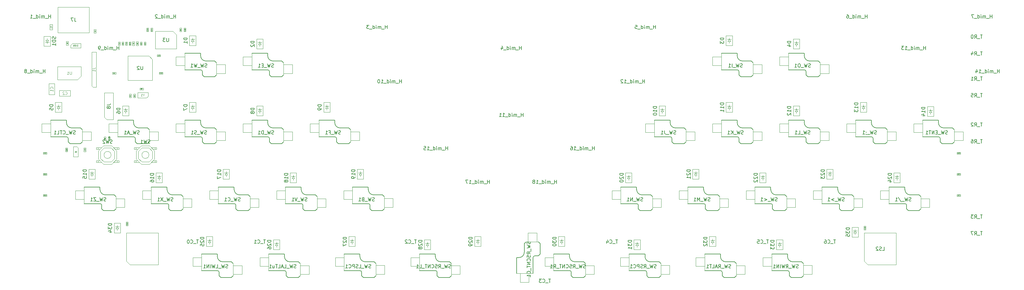
<source format=gbr>
G04 #@! TF.GenerationSoftware,KiCad,Pcbnew,8.0.5*
G04 #@! TF.CreationDate,2024-09-18T06:09:18+09:00*
G04 #@! TF.ProjectId,SandyLP_Base,53616e64-794c-4505-9f42-6173652e6b69,v.0*
G04 #@! TF.SameCoordinates,Original*
G04 #@! TF.FileFunction,AssemblyDrawing,Bot*
%FSLAX46Y46*%
G04 Gerber Fmt 4.6, Leading zero omitted, Abs format (unit mm)*
G04 Created by KiCad (PCBNEW 8.0.5) date 2024-09-18 06:09:18*
%MOMM*%
%LPD*%
G01*
G04 APERTURE LIST*
%ADD10C,0.150000*%
%ADD11C,0.040000*%
%ADD12C,0.114000*%
%ADD13C,0.120000*%
%ADD14C,0.060000*%
%ADD15C,0.075000*%
%ADD16C,0.080000*%
%ADD17C,0.050000*%
%ADD18C,0.100000*%
G04 APERTURE END LIST*
D10*
X234705027Y-89560885D02*
X234562170Y-89608504D01*
X234562170Y-89608504D02*
X234324075Y-89608504D01*
X234324075Y-89608504D02*
X234228837Y-89560885D01*
X234228837Y-89560885D02*
X234181218Y-89513265D01*
X234181218Y-89513265D02*
X234133599Y-89418027D01*
X234133599Y-89418027D02*
X234133599Y-89322789D01*
X234133599Y-89322789D02*
X234181218Y-89227551D01*
X234181218Y-89227551D02*
X234228837Y-89179932D01*
X234228837Y-89179932D02*
X234324075Y-89132313D01*
X234324075Y-89132313D02*
X234514551Y-89084694D01*
X234514551Y-89084694D02*
X234609789Y-89037075D01*
X234609789Y-89037075D02*
X234657408Y-88989456D01*
X234657408Y-88989456D02*
X234705027Y-88894218D01*
X234705027Y-88894218D02*
X234705027Y-88798980D01*
X234705027Y-88798980D02*
X234657408Y-88703742D01*
X234657408Y-88703742D02*
X234609789Y-88656123D01*
X234609789Y-88656123D02*
X234514551Y-88608504D01*
X234514551Y-88608504D02*
X234276456Y-88608504D01*
X234276456Y-88608504D02*
X234133599Y-88656123D01*
X233800265Y-88608504D02*
X233562170Y-89608504D01*
X233562170Y-89608504D02*
X233371694Y-88894218D01*
X233371694Y-88894218D02*
X233181218Y-89608504D01*
X233181218Y-89608504D02*
X232943123Y-88608504D01*
X232800266Y-89703742D02*
X232038361Y-89703742D01*
X231038361Y-88941837D02*
X231800265Y-89227551D01*
X231800265Y-89227551D02*
X231038361Y-89513265D01*
X230038361Y-89608504D02*
X230609789Y-89608504D01*
X230324075Y-89608504D02*
X230324075Y-88608504D01*
X230324075Y-88608504D02*
X230419313Y-88751361D01*
X230419313Y-88751361D02*
X230514551Y-88846599D01*
X230514551Y-88846599D02*
X230609789Y-88894218D01*
X253755107Y-89560885D02*
X253612250Y-89608504D01*
X253612250Y-89608504D02*
X253374155Y-89608504D01*
X253374155Y-89608504D02*
X253278917Y-89560885D01*
X253278917Y-89560885D02*
X253231298Y-89513265D01*
X253231298Y-89513265D02*
X253183679Y-89418027D01*
X253183679Y-89418027D02*
X253183679Y-89322789D01*
X253183679Y-89322789D02*
X253231298Y-89227551D01*
X253231298Y-89227551D02*
X253278917Y-89179932D01*
X253278917Y-89179932D02*
X253374155Y-89132313D01*
X253374155Y-89132313D02*
X253564631Y-89084694D01*
X253564631Y-89084694D02*
X253659869Y-89037075D01*
X253659869Y-89037075D02*
X253707488Y-88989456D01*
X253707488Y-88989456D02*
X253755107Y-88894218D01*
X253755107Y-88894218D02*
X253755107Y-88798980D01*
X253755107Y-88798980D02*
X253707488Y-88703742D01*
X253707488Y-88703742D02*
X253659869Y-88656123D01*
X253659869Y-88656123D02*
X253564631Y-88608504D01*
X253564631Y-88608504D02*
X253326536Y-88608504D01*
X253326536Y-88608504D02*
X253183679Y-88656123D01*
X252850345Y-88608504D02*
X252612250Y-89608504D01*
X252612250Y-89608504D02*
X252421774Y-88894218D01*
X252421774Y-88894218D02*
X252231298Y-89608504D01*
X252231298Y-89608504D02*
X251993203Y-88608504D01*
X251850346Y-89703742D02*
X251088441Y-89703742D01*
X250850345Y-88941837D02*
X250088441Y-89227551D01*
X250088441Y-89227551D02*
X250850345Y-89513265D01*
X249088441Y-89608504D02*
X249659869Y-89608504D01*
X249374155Y-89608504D02*
X249374155Y-88608504D01*
X249374155Y-88608504D02*
X249469393Y-88751361D01*
X249469393Y-88751361D02*
X249564631Y-88846599D01*
X249564631Y-88846599D02*
X249659869Y-88894218D01*
X53538791Y-70510765D02*
X53395934Y-70558384D01*
X53395934Y-70558384D02*
X53157839Y-70558384D01*
X53157839Y-70558384D02*
X53062601Y-70510765D01*
X53062601Y-70510765D02*
X53014982Y-70463145D01*
X53014982Y-70463145D02*
X52967363Y-70367907D01*
X52967363Y-70367907D02*
X52967363Y-70272669D01*
X52967363Y-70272669D02*
X53014982Y-70177431D01*
X53014982Y-70177431D02*
X53062601Y-70129812D01*
X53062601Y-70129812D02*
X53157839Y-70082193D01*
X53157839Y-70082193D02*
X53348315Y-70034574D01*
X53348315Y-70034574D02*
X53443553Y-69986955D01*
X53443553Y-69986955D02*
X53491172Y-69939336D01*
X53491172Y-69939336D02*
X53538791Y-69844098D01*
X53538791Y-69844098D02*
X53538791Y-69748860D01*
X53538791Y-69748860D02*
X53491172Y-69653622D01*
X53491172Y-69653622D02*
X53443553Y-69606003D01*
X53443553Y-69606003D02*
X53348315Y-69558384D01*
X53348315Y-69558384D02*
X53110220Y-69558384D01*
X53110220Y-69558384D02*
X52967363Y-69606003D01*
X52634029Y-69558384D02*
X52395934Y-70558384D01*
X52395934Y-70558384D02*
X52205458Y-69844098D01*
X52205458Y-69844098D02*
X52014982Y-70558384D01*
X52014982Y-70558384D02*
X51776887Y-69558384D01*
X51634030Y-70653622D02*
X50872125Y-70653622D01*
X50681648Y-70272669D02*
X50205458Y-70272669D01*
X50776886Y-70558384D02*
X50443553Y-69558384D01*
X50443553Y-69558384D02*
X50110220Y-70558384D01*
X49253077Y-70558384D02*
X49824505Y-70558384D01*
X49538791Y-70558384D02*
X49538791Y-69558384D01*
X49538791Y-69558384D02*
X49634029Y-69701241D01*
X49634029Y-69701241D02*
X49729267Y-69796479D01*
X49729267Y-69796479D02*
X49824505Y-69844098D01*
X82185220Y-89560845D02*
X82042363Y-89608464D01*
X82042363Y-89608464D02*
X81804268Y-89608464D01*
X81804268Y-89608464D02*
X81709030Y-89560845D01*
X81709030Y-89560845D02*
X81661411Y-89513225D01*
X81661411Y-89513225D02*
X81613792Y-89417987D01*
X81613792Y-89417987D02*
X81613792Y-89322749D01*
X81613792Y-89322749D02*
X81661411Y-89227511D01*
X81661411Y-89227511D02*
X81709030Y-89179892D01*
X81709030Y-89179892D02*
X81804268Y-89132273D01*
X81804268Y-89132273D02*
X81994744Y-89084654D01*
X81994744Y-89084654D02*
X82089982Y-89037035D01*
X82089982Y-89037035D02*
X82137601Y-88989416D01*
X82137601Y-88989416D02*
X82185220Y-88894178D01*
X82185220Y-88894178D02*
X82185220Y-88798940D01*
X82185220Y-88798940D02*
X82137601Y-88703702D01*
X82137601Y-88703702D02*
X82089982Y-88656083D01*
X82089982Y-88656083D02*
X81994744Y-88608464D01*
X81994744Y-88608464D02*
X81756649Y-88608464D01*
X81756649Y-88608464D02*
X81613792Y-88656083D01*
X81280458Y-88608464D02*
X81042363Y-89608464D01*
X81042363Y-89608464D02*
X80851887Y-88894178D01*
X80851887Y-88894178D02*
X80661411Y-89608464D01*
X80661411Y-89608464D02*
X80423316Y-88608464D01*
X80280459Y-89703702D02*
X79518554Y-89703702D01*
X78709030Y-89513225D02*
X78756649Y-89560845D01*
X78756649Y-89560845D02*
X78899506Y-89608464D01*
X78899506Y-89608464D02*
X78994744Y-89608464D01*
X78994744Y-89608464D02*
X79137601Y-89560845D01*
X79137601Y-89560845D02*
X79232839Y-89465606D01*
X79232839Y-89465606D02*
X79280458Y-89370368D01*
X79280458Y-89370368D02*
X79328077Y-89179892D01*
X79328077Y-89179892D02*
X79328077Y-89037035D01*
X79328077Y-89037035D02*
X79280458Y-88846559D01*
X79280458Y-88846559D02*
X79232839Y-88751321D01*
X79232839Y-88751321D02*
X79137601Y-88656083D01*
X79137601Y-88656083D02*
X78994744Y-88608464D01*
X78994744Y-88608464D02*
X78899506Y-88608464D01*
X78899506Y-88608464D02*
X78756649Y-88656083D01*
X78756649Y-88656083D02*
X78709030Y-88703702D01*
X77756649Y-89608464D02*
X78328077Y-89608464D01*
X78042363Y-89608464D02*
X78042363Y-88608464D01*
X78042363Y-88608464D02*
X78137601Y-88751321D01*
X78137601Y-88751321D02*
X78232839Y-88846559D01*
X78232839Y-88846559D02*
X78328077Y-88894178D01*
X91710220Y-70510765D02*
X91567363Y-70558384D01*
X91567363Y-70558384D02*
X91329268Y-70558384D01*
X91329268Y-70558384D02*
X91234030Y-70510765D01*
X91234030Y-70510765D02*
X91186411Y-70463145D01*
X91186411Y-70463145D02*
X91138792Y-70367907D01*
X91138792Y-70367907D02*
X91138792Y-70272669D01*
X91138792Y-70272669D02*
X91186411Y-70177431D01*
X91186411Y-70177431D02*
X91234030Y-70129812D01*
X91234030Y-70129812D02*
X91329268Y-70082193D01*
X91329268Y-70082193D02*
X91519744Y-70034574D01*
X91519744Y-70034574D02*
X91614982Y-69986955D01*
X91614982Y-69986955D02*
X91662601Y-69939336D01*
X91662601Y-69939336D02*
X91710220Y-69844098D01*
X91710220Y-69844098D02*
X91710220Y-69748860D01*
X91710220Y-69748860D02*
X91662601Y-69653622D01*
X91662601Y-69653622D02*
X91614982Y-69606003D01*
X91614982Y-69606003D02*
X91519744Y-69558384D01*
X91519744Y-69558384D02*
X91281649Y-69558384D01*
X91281649Y-69558384D02*
X91138792Y-69606003D01*
X90805458Y-69558384D02*
X90567363Y-70558384D01*
X90567363Y-70558384D02*
X90376887Y-69844098D01*
X90376887Y-69844098D02*
X90186411Y-70558384D01*
X90186411Y-70558384D02*
X89948316Y-69558384D01*
X89805459Y-70653622D02*
X89043554Y-70653622D01*
X88805458Y-70558384D02*
X88805458Y-69558384D01*
X88805458Y-69558384D02*
X88567363Y-69558384D01*
X88567363Y-69558384D02*
X88424506Y-69606003D01*
X88424506Y-69606003D02*
X88329268Y-69701241D01*
X88329268Y-69701241D02*
X88281649Y-69796479D01*
X88281649Y-69796479D02*
X88234030Y-69986955D01*
X88234030Y-69986955D02*
X88234030Y-70129812D01*
X88234030Y-70129812D02*
X88281649Y-70320288D01*
X88281649Y-70320288D02*
X88329268Y-70415526D01*
X88329268Y-70415526D02*
X88424506Y-70510765D01*
X88424506Y-70510765D02*
X88567363Y-70558384D01*
X88567363Y-70558384D02*
X88805458Y-70558384D01*
X87281649Y-70558384D02*
X87853077Y-70558384D01*
X87567363Y-70558384D02*
X87567363Y-69558384D01*
X87567363Y-69558384D02*
X87662601Y-69701241D01*
X87662601Y-69701241D02*
X87757839Y-69796479D01*
X87757839Y-69796479D02*
X87853077Y-69844098D01*
X91662601Y-51460685D02*
X91519744Y-51508304D01*
X91519744Y-51508304D02*
X91281649Y-51508304D01*
X91281649Y-51508304D02*
X91186411Y-51460685D01*
X91186411Y-51460685D02*
X91138792Y-51413065D01*
X91138792Y-51413065D02*
X91091173Y-51317827D01*
X91091173Y-51317827D02*
X91091173Y-51222589D01*
X91091173Y-51222589D02*
X91138792Y-51127351D01*
X91138792Y-51127351D02*
X91186411Y-51079732D01*
X91186411Y-51079732D02*
X91281649Y-51032113D01*
X91281649Y-51032113D02*
X91472125Y-50984494D01*
X91472125Y-50984494D02*
X91567363Y-50936875D01*
X91567363Y-50936875D02*
X91614982Y-50889256D01*
X91614982Y-50889256D02*
X91662601Y-50794018D01*
X91662601Y-50794018D02*
X91662601Y-50698780D01*
X91662601Y-50698780D02*
X91614982Y-50603542D01*
X91614982Y-50603542D02*
X91567363Y-50555923D01*
X91567363Y-50555923D02*
X91472125Y-50508304D01*
X91472125Y-50508304D02*
X91234030Y-50508304D01*
X91234030Y-50508304D02*
X91091173Y-50555923D01*
X90757839Y-50508304D02*
X90519744Y-51508304D01*
X90519744Y-51508304D02*
X90329268Y-50794018D01*
X90329268Y-50794018D02*
X90138792Y-51508304D01*
X90138792Y-51508304D02*
X89900697Y-50508304D01*
X89757840Y-51603542D02*
X88995935Y-51603542D01*
X88757839Y-50984494D02*
X88424506Y-50984494D01*
X88281649Y-51508304D02*
X88757839Y-51508304D01*
X88757839Y-51508304D02*
X88757839Y-50508304D01*
X88757839Y-50508304D02*
X88281649Y-50508304D01*
X87329268Y-51508304D02*
X87900696Y-51508304D01*
X87614982Y-51508304D02*
X87614982Y-50508304D01*
X87614982Y-50508304D02*
X87710220Y-50651161D01*
X87710220Y-50651161D02*
X87805458Y-50746399D01*
X87805458Y-50746399D02*
X87900696Y-50794018D01*
X110688791Y-70510765D02*
X110545934Y-70558384D01*
X110545934Y-70558384D02*
X110307839Y-70558384D01*
X110307839Y-70558384D02*
X110212601Y-70510765D01*
X110212601Y-70510765D02*
X110164982Y-70463145D01*
X110164982Y-70463145D02*
X110117363Y-70367907D01*
X110117363Y-70367907D02*
X110117363Y-70272669D01*
X110117363Y-70272669D02*
X110164982Y-70177431D01*
X110164982Y-70177431D02*
X110212601Y-70129812D01*
X110212601Y-70129812D02*
X110307839Y-70082193D01*
X110307839Y-70082193D02*
X110498315Y-70034574D01*
X110498315Y-70034574D02*
X110593553Y-69986955D01*
X110593553Y-69986955D02*
X110641172Y-69939336D01*
X110641172Y-69939336D02*
X110688791Y-69844098D01*
X110688791Y-69844098D02*
X110688791Y-69748860D01*
X110688791Y-69748860D02*
X110641172Y-69653622D01*
X110641172Y-69653622D02*
X110593553Y-69606003D01*
X110593553Y-69606003D02*
X110498315Y-69558384D01*
X110498315Y-69558384D02*
X110260220Y-69558384D01*
X110260220Y-69558384D02*
X110117363Y-69606003D01*
X109784029Y-69558384D02*
X109545934Y-70558384D01*
X109545934Y-70558384D02*
X109355458Y-69844098D01*
X109355458Y-69844098D02*
X109164982Y-70558384D01*
X109164982Y-70558384D02*
X108926887Y-69558384D01*
X108784030Y-70653622D02*
X108022125Y-70653622D01*
X107450696Y-70034574D02*
X107784029Y-70034574D01*
X107784029Y-70558384D02*
X107784029Y-69558384D01*
X107784029Y-69558384D02*
X107307839Y-69558384D01*
X106403077Y-70558384D02*
X106974505Y-70558384D01*
X106688791Y-70558384D02*
X106688791Y-69558384D01*
X106688791Y-69558384D02*
X106784029Y-69701241D01*
X106784029Y-69701241D02*
X106879267Y-69796479D01*
X106879267Y-69796479D02*
X106974505Y-69844098D01*
X224799035Y-51460725D02*
X224656178Y-51508344D01*
X224656178Y-51508344D02*
X224418083Y-51508344D01*
X224418083Y-51508344D02*
X224322845Y-51460725D01*
X224322845Y-51460725D02*
X224275226Y-51413105D01*
X224275226Y-51413105D02*
X224227607Y-51317867D01*
X224227607Y-51317867D02*
X224227607Y-51222629D01*
X224227607Y-51222629D02*
X224275226Y-51127391D01*
X224275226Y-51127391D02*
X224322845Y-51079772D01*
X224322845Y-51079772D02*
X224418083Y-51032153D01*
X224418083Y-51032153D02*
X224608559Y-50984534D01*
X224608559Y-50984534D02*
X224703797Y-50936915D01*
X224703797Y-50936915D02*
X224751416Y-50889296D01*
X224751416Y-50889296D02*
X224799035Y-50794058D01*
X224799035Y-50794058D02*
X224799035Y-50698820D01*
X224799035Y-50698820D02*
X224751416Y-50603582D01*
X224751416Y-50603582D02*
X224703797Y-50555963D01*
X224703797Y-50555963D02*
X224608559Y-50508344D01*
X224608559Y-50508344D02*
X224370464Y-50508344D01*
X224370464Y-50508344D02*
X224227607Y-50555963D01*
X223894273Y-50508344D02*
X223656178Y-51508344D01*
X223656178Y-51508344D02*
X223465702Y-50794058D01*
X223465702Y-50794058D02*
X223275226Y-51508344D01*
X223275226Y-51508344D02*
X223037131Y-50508344D01*
X222894274Y-51603582D02*
X222132369Y-51603582D01*
X221894273Y-51508344D02*
X221894273Y-50508344D01*
X220894274Y-51508344D02*
X221465702Y-51508344D01*
X221179988Y-51508344D02*
X221179988Y-50508344D01*
X221179988Y-50508344D02*
X221275226Y-50651201D01*
X221275226Y-50651201D02*
X221370464Y-50746439D01*
X221370464Y-50746439D02*
X221465702Y-50794058D01*
X225060940Y-70510805D02*
X224918083Y-70558424D01*
X224918083Y-70558424D02*
X224679988Y-70558424D01*
X224679988Y-70558424D02*
X224584750Y-70510805D01*
X224584750Y-70510805D02*
X224537131Y-70463185D01*
X224537131Y-70463185D02*
X224489512Y-70367947D01*
X224489512Y-70367947D02*
X224489512Y-70272709D01*
X224489512Y-70272709D02*
X224537131Y-70177471D01*
X224537131Y-70177471D02*
X224584750Y-70129852D01*
X224584750Y-70129852D02*
X224679988Y-70082233D01*
X224679988Y-70082233D02*
X224870464Y-70034614D01*
X224870464Y-70034614D02*
X224965702Y-69986995D01*
X224965702Y-69986995D02*
X225013321Y-69939376D01*
X225013321Y-69939376D02*
X225060940Y-69844138D01*
X225060940Y-69844138D02*
X225060940Y-69748900D01*
X225060940Y-69748900D02*
X225013321Y-69653662D01*
X225013321Y-69653662D02*
X224965702Y-69606043D01*
X224965702Y-69606043D02*
X224870464Y-69558424D01*
X224870464Y-69558424D02*
X224632369Y-69558424D01*
X224632369Y-69558424D02*
X224489512Y-69606043D01*
X224156178Y-69558424D02*
X223918083Y-70558424D01*
X223918083Y-70558424D02*
X223727607Y-69844138D01*
X223727607Y-69844138D02*
X223537131Y-70558424D01*
X223537131Y-70558424D02*
X223299036Y-69558424D01*
X223156179Y-70653662D02*
X222394274Y-70653662D01*
X222156178Y-70558424D02*
X222156178Y-69558424D01*
X221584750Y-70558424D02*
X222013321Y-69986995D01*
X221584750Y-69558424D02*
X222156178Y-70129852D01*
X220632369Y-70558424D02*
X221203797Y-70558424D01*
X220918083Y-70558424D02*
X220918083Y-69558424D01*
X220918083Y-69558424D02*
X221013321Y-69701281D01*
X221013321Y-69701281D02*
X221108559Y-69796519D01*
X221108559Y-69796519D02*
X221203797Y-69844138D01*
X244015782Y-70510805D02*
X243872925Y-70558424D01*
X243872925Y-70558424D02*
X243634830Y-70558424D01*
X243634830Y-70558424D02*
X243539592Y-70510805D01*
X243539592Y-70510805D02*
X243491973Y-70463185D01*
X243491973Y-70463185D02*
X243444354Y-70367947D01*
X243444354Y-70367947D02*
X243444354Y-70272709D01*
X243444354Y-70272709D02*
X243491973Y-70177471D01*
X243491973Y-70177471D02*
X243539592Y-70129852D01*
X243539592Y-70129852D02*
X243634830Y-70082233D01*
X243634830Y-70082233D02*
X243825306Y-70034614D01*
X243825306Y-70034614D02*
X243920544Y-69986995D01*
X243920544Y-69986995D02*
X243968163Y-69939376D01*
X243968163Y-69939376D02*
X244015782Y-69844138D01*
X244015782Y-69844138D02*
X244015782Y-69748900D01*
X244015782Y-69748900D02*
X243968163Y-69653662D01*
X243968163Y-69653662D02*
X243920544Y-69606043D01*
X243920544Y-69606043D02*
X243825306Y-69558424D01*
X243825306Y-69558424D02*
X243587211Y-69558424D01*
X243587211Y-69558424D02*
X243444354Y-69606043D01*
X243111020Y-69558424D02*
X242872925Y-70558424D01*
X242872925Y-70558424D02*
X242682449Y-69844138D01*
X242682449Y-69844138D02*
X242491973Y-70558424D01*
X242491973Y-70558424D02*
X242253878Y-69558424D01*
X242111021Y-70653662D02*
X241349116Y-70653662D01*
X240634830Y-70558424D02*
X241111020Y-70558424D01*
X241111020Y-70558424D02*
X241111020Y-69558424D01*
X239777687Y-70558424D02*
X240349115Y-70558424D01*
X240063401Y-70558424D02*
X240063401Y-69558424D01*
X240063401Y-69558424D02*
X240158639Y-69701281D01*
X240158639Y-69701281D02*
X240253877Y-69796519D01*
X240253877Y-69796519D02*
X240349115Y-69844138D01*
X215607328Y-89560845D02*
X215464471Y-89608464D01*
X215464471Y-89608464D02*
X215226376Y-89608464D01*
X215226376Y-89608464D02*
X215131138Y-89560845D01*
X215131138Y-89560845D02*
X215083519Y-89513225D01*
X215083519Y-89513225D02*
X215035900Y-89417987D01*
X215035900Y-89417987D02*
X215035900Y-89322749D01*
X215035900Y-89322749D02*
X215083519Y-89227511D01*
X215083519Y-89227511D02*
X215131138Y-89179892D01*
X215131138Y-89179892D02*
X215226376Y-89132273D01*
X215226376Y-89132273D02*
X215416852Y-89084654D01*
X215416852Y-89084654D02*
X215512090Y-89037035D01*
X215512090Y-89037035D02*
X215559709Y-88989416D01*
X215559709Y-88989416D02*
X215607328Y-88894178D01*
X215607328Y-88894178D02*
X215607328Y-88798940D01*
X215607328Y-88798940D02*
X215559709Y-88703702D01*
X215559709Y-88703702D02*
X215512090Y-88656083D01*
X215512090Y-88656083D02*
X215416852Y-88608464D01*
X215416852Y-88608464D02*
X215178757Y-88608464D01*
X215178757Y-88608464D02*
X215035900Y-88656083D01*
X214702566Y-88608464D02*
X214464471Y-89608464D01*
X214464471Y-89608464D02*
X214273995Y-88894178D01*
X214273995Y-88894178D02*
X214083519Y-89608464D01*
X214083519Y-89608464D02*
X213845424Y-88608464D01*
X213702567Y-89703702D02*
X212940662Y-89703702D01*
X212702566Y-89608464D02*
X212702566Y-88608464D01*
X212702566Y-88608464D02*
X212369233Y-89322749D01*
X212369233Y-89322749D02*
X212035900Y-88608464D01*
X212035900Y-88608464D02*
X212035900Y-89608464D01*
X211035900Y-89608464D02*
X211607328Y-89608464D01*
X211321614Y-89608464D02*
X211321614Y-88608464D01*
X211321614Y-88608464D02*
X211416852Y-88751321D01*
X211416852Y-88751321D02*
X211512090Y-88846559D01*
X211512090Y-88846559D02*
X211607328Y-88894178D01*
X196509629Y-89560845D02*
X196366772Y-89608464D01*
X196366772Y-89608464D02*
X196128677Y-89608464D01*
X196128677Y-89608464D02*
X196033439Y-89560845D01*
X196033439Y-89560845D02*
X195985820Y-89513225D01*
X195985820Y-89513225D02*
X195938201Y-89417987D01*
X195938201Y-89417987D02*
X195938201Y-89322749D01*
X195938201Y-89322749D02*
X195985820Y-89227511D01*
X195985820Y-89227511D02*
X196033439Y-89179892D01*
X196033439Y-89179892D02*
X196128677Y-89132273D01*
X196128677Y-89132273D02*
X196319153Y-89084654D01*
X196319153Y-89084654D02*
X196414391Y-89037035D01*
X196414391Y-89037035D02*
X196462010Y-88989416D01*
X196462010Y-88989416D02*
X196509629Y-88894178D01*
X196509629Y-88894178D02*
X196509629Y-88798940D01*
X196509629Y-88798940D02*
X196462010Y-88703702D01*
X196462010Y-88703702D02*
X196414391Y-88656083D01*
X196414391Y-88656083D02*
X196319153Y-88608464D01*
X196319153Y-88608464D02*
X196081058Y-88608464D01*
X196081058Y-88608464D02*
X195938201Y-88656083D01*
X195604867Y-88608464D02*
X195366772Y-89608464D01*
X195366772Y-89608464D02*
X195176296Y-88894178D01*
X195176296Y-88894178D02*
X194985820Y-89608464D01*
X194985820Y-89608464D02*
X194747725Y-88608464D01*
X194604868Y-89703702D02*
X193842963Y-89703702D01*
X193604867Y-89608464D02*
X193604867Y-88608464D01*
X193604867Y-88608464D02*
X193033439Y-89608464D01*
X193033439Y-89608464D02*
X193033439Y-88608464D01*
X192033439Y-89608464D02*
X192604867Y-89608464D01*
X192319153Y-89608464D02*
X192319153Y-88608464D01*
X192319153Y-88608464D02*
X192414391Y-88751321D01*
X192414391Y-88751321D02*
X192509629Y-88846559D01*
X192509629Y-88846559D02*
X192604867Y-88894178D01*
X244134829Y-51460725D02*
X243991972Y-51508344D01*
X243991972Y-51508344D02*
X243753877Y-51508344D01*
X243753877Y-51508344D02*
X243658639Y-51460725D01*
X243658639Y-51460725D02*
X243611020Y-51413105D01*
X243611020Y-51413105D02*
X243563401Y-51317867D01*
X243563401Y-51317867D02*
X243563401Y-51222629D01*
X243563401Y-51222629D02*
X243611020Y-51127391D01*
X243611020Y-51127391D02*
X243658639Y-51079772D01*
X243658639Y-51079772D02*
X243753877Y-51032153D01*
X243753877Y-51032153D02*
X243944353Y-50984534D01*
X243944353Y-50984534D02*
X244039591Y-50936915D01*
X244039591Y-50936915D02*
X244087210Y-50889296D01*
X244087210Y-50889296D02*
X244134829Y-50794058D01*
X244134829Y-50794058D02*
X244134829Y-50698820D01*
X244134829Y-50698820D02*
X244087210Y-50603582D01*
X244087210Y-50603582D02*
X244039591Y-50555963D01*
X244039591Y-50555963D02*
X243944353Y-50508344D01*
X243944353Y-50508344D02*
X243706258Y-50508344D01*
X243706258Y-50508344D02*
X243563401Y-50555963D01*
X243230067Y-50508344D02*
X242991972Y-51508344D01*
X242991972Y-51508344D02*
X242801496Y-50794058D01*
X242801496Y-50794058D02*
X242611020Y-51508344D01*
X242611020Y-51508344D02*
X242372925Y-50508344D01*
X242230068Y-51603582D02*
X241468163Y-51603582D01*
X241039591Y-50508344D02*
X240849115Y-50508344D01*
X240849115Y-50508344D02*
X240753877Y-50555963D01*
X240753877Y-50555963D02*
X240658639Y-50651201D01*
X240658639Y-50651201D02*
X240611020Y-50841677D01*
X240611020Y-50841677D02*
X240611020Y-51175010D01*
X240611020Y-51175010D02*
X240658639Y-51365486D01*
X240658639Y-51365486D02*
X240753877Y-51460725D01*
X240753877Y-51460725D02*
X240849115Y-51508344D01*
X240849115Y-51508344D02*
X241039591Y-51508344D01*
X241039591Y-51508344D02*
X241134829Y-51460725D01*
X241134829Y-51460725D02*
X241230067Y-51365486D01*
X241230067Y-51365486D02*
X241277686Y-51175010D01*
X241277686Y-51175010D02*
X241277686Y-50841677D01*
X241277686Y-50841677D02*
X241230067Y-50651201D01*
X241230067Y-50651201D02*
X241134829Y-50555963D01*
X241134829Y-50555963D02*
X241039591Y-50508344D01*
X239658639Y-51508344D02*
X240230067Y-51508344D01*
X239944353Y-51508344D02*
X239944353Y-50508344D01*
X239944353Y-50508344D02*
X240039591Y-50651201D01*
X240039591Y-50651201D02*
X240134829Y-50746439D01*
X240134829Y-50746439D02*
X240230067Y-50794058D01*
X101163791Y-89560845D02*
X101020934Y-89608464D01*
X101020934Y-89608464D02*
X100782839Y-89608464D01*
X100782839Y-89608464D02*
X100687601Y-89560845D01*
X100687601Y-89560845D02*
X100639982Y-89513225D01*
X100639982Y-89513225D02*
X100592363Y-89417987D01*
X100592363Y-89417987D02*
X100592363Y-89322749D01*
X100592363Y-89322749D02*
X100639982Y-89227511D01*
X100639982Y-89227511D02*
X100687601Y-89179892D01*
X100687601Y-89179892D02*
X100782839Y-89132273D01*
X100782839Y-89132273D02*
X100973315Y-89084654D01*
X100973315Y-89084654D02*
X101068553Y-89037035D01*
X101068553Y-89037035D02*
X101116172Y-88989416D01*
X101116172Y-88989416D02*
X101163791Y-88894178D01*
X101163791Y-88894178D02*
X101163791Y-88798940D01*
X101163791Y-88798940D02*
X101116172Y-88703702D01*
X101116172Y-88703702D02*
X101068553Y-88656083D01*
X101068553Y-88656083D02*
X100973315Y-88608464D01*
X100973315Y-88608464D02*
X100735220Y-88608464D01*
X100735220Y-88608464D02*
X100592363Y-88656083D01*
X100259029Y-88608464D02*
X100020934Y-89608464D01*
X100020934Y-89608464D02*
X99830458Y-88894178D01*
X99830458Y-88894178D02*
X99639982Y-89608464D01*
X99639982Y-89608464D02*
X99401887Y-88608464D01*
X99259030Y-89703702D02*
X98497125Y-89703702D01*
X98401886Y-88608464D02*
X98068553Y-89608464D01*
X98068553Y-89608464D02*
X97735220Y-88608464D01*
X96878077Y-89608464D02*
X97449505Y-89608464D01*
X97163791Y-89608464D02*
X97163791Y-88608464D01*
X97163791Y-88608464D02*
X97259029Y-88751321D01*
X97259029Y-88751321D02*
X97354267Y-88846559D01*
X97354267Y-88846559D02*
X97449505Y-88894178D01*
X72731648Y-51460685D02*
X72588791Y-51508304D01*
X72588791Y-51508304D02*
X72350696Y-51508304D01*
X72350696Y-51508304D02*
X72255458Y-51460685D01*
X72255458Y-51460685D02*
X72207839Y-51413065D01*
X72207839Y-51413065D02*
X72160220Y-51317827D01*
X72160220Y-51317827D02*
X72160220Y-51222589D01*
X72160220Y-51222589D02*
X72207839Y-51127351D01*
X72207839Y-51127351D02*
X72255458Y-51079732D01*
X72255458Y-51079732D02*
X72350696Y-51032113D01*
X72350696Y-51032113D02*
X72541172Y-50984494D01*
X72541172Y-50984494D02*
X72636410Y-50936875D01*
X72636410Y-50936875D02*
X72684029Y-50889256D01*
X72684029Y-50889256D02*
X72731648Y-50794018D01*
X72731648Y-50794018D02*
X72731648Y-50698780D01*
X72731648Y-50698780D02*
X72684029Y-50603542D01*
X72684029Y-50603542D02*
X72636410Y-50555923D01*
X72636410Y-50555923D02*
X72541172Y-50508304D01*
X72541172Y-50508304D02*
X72303077Y-50508304D01*
X72303077Y-50508304D02*
X72160220Y-50555923D01*
X71826886Y-50508304D02*
X71588791Y-51508304D01*
X71588791Y-51508304D02*
X71398315Y-50794018D01*
X71398315Y-50794018D02*
X71207839Y-51508304D01*
X71207839Y-51508304D02*
X70969744Y-50508304D01*
X70826887Y-51603542D02*
X70064982Y-51603542D01*
X69922124Y-50508304D02*
X69684029Y-51508304D01*
X69684029Y-51508304D02*
X69493553Y-50794018D01*
X69493553Y-50794018D02*
X69303077Y-51508304D01*
X69303077Y-51508304D02*
X69064982Y-50508304D01*
X68160220Y-51508304D02*
X68731648Y-51508304D01*
X68445934Y-51508304D02*
X68445934Y-50508304D01*
X68445934Y-50508304D02*
X68541172Y-50651161D01*
X68541172Y-50651161D02*
X68636410Y-50746399D01*
X68636410Y-50746399D02*
X68731648Y-50794018D01*
X63111410Y-89560845D02*
X62968553Y-89608464D01*
X62968553Y-89608464D02*
X62730458Y-89608464D01*
X62730458Y-89608464D02*
X62635220Y-89560845D01*
X62635220Y-89560845D02*
X62587601Y-89513225D01*
X62587601Y-89513225D02*
X62539982Y-89417987D01*
X62539982Y-89417987D02*
X62539982Y-89322749D01*
X62539982Y-89322749D02*
X62587601Y-89227511D01*
X62587601Y-89227511D02*
X62635220Y-89179892D01*
X62635220Y-89179892D02*
X62730458Y-89132273D01*
X62730458Y-89132273D02*
X62920934Y-89084654D01*
X62920934Y-89084654D02*
X63016172Y-89037035D01*
X63016172Y-89037035D02*
X63063791Y-88989416D01*
X63063791Y-88989416D02*
X63111410Y-88894178D01*
X63111410Y-88894178D02*
X63111410Y-88798940D01*
X63111410Y-88798940D02*
X63063791Y-88703702D01*
X63063791Y-88703702D02*
X63016172Y-88656083D01*
X63016172Y-88656083D02*
X62920934Y-88608464D01*
X62920934Y-88608464D02*
X62682839Y-88608464D01*
X62682839Y-88608464D02*
X62539982Y-88656083D01*
X62206648Y-88608464D02*
X61968553Y-89608464D01*
X61968553Y-89608464D02*
X61778077Y-88894178D01*
X61778077Y-88894178D02*
X61587601Y-89608464D01*
X61587601Y-89608464D02*
X61349506Y-88608464D01*
X61206649Y-89703702D02*
X60444744Y-89703702D01*
X60301886Y-88608464D02*
X59635220Y-89608464D01*
X59635220Y-88608464D02*
X60301886Y-89608464D01*
X58730458Y-89608464D02*
X59301886Y-89608464D01*
X59016172Y-89608464D02*
X59016172Y-88608464D01*
X59016172Y-88608464D02*
X59111410Y-88751321D01*
X59111410Y-88751321D02*
X59206648Y-88846559D01*
X59206648Y-88846559D02*
X59301886Y-88894178D01*
X44061410Y-89560845D02*
X43918553Y-89608464D01*
X43918553Y-89608464D02*
X43680458Y-89608464D01*
X43680458Y-89608464D02*
X43585220Y-89560845D01*
X43585220Y-89560845D02*
X43537601Y-89513225D01*
X43537601Y-89513225D02*
X43489982Y-89417987D01*
X43489982Y-89417987D02*
X43489982Y-89322749D01*
X43489982Y-89322749D02*
X43537601Y-89227511D01*
X43537601Y-89227511D02*
X43585220Y-89179892D01*
X43585220Y-89179892D02*
X43680458Y-89132273D01*
X43680458Y-89132273D02*
X43870934Y-89084654D01*
X43870934Y-89084654D02*
X43966172Y-89037035D01*
X43966172Y-89037035D02*
X44013791Y-88989416D01*
X44013791Y-88989416D02*
X44061410Y-88894178D01*
X44061410Y-88894178D02*
X44061410Y-88798940D01*
X44061410Y-88798940D02*
X44013791Y-88703702D01*
X44013791Y-88703702D02*
X43966172Y-88656083D01*
X43966172Y-88656083D02*
X43870934Y-88608464D01*
X43870934Y-88608464D02*
X43632839Y-88608464D01*
X43632839Y-88608464D02*
X43489982Y-88656083D01*
X43156648Y-88608464D02*
X42918553Y-89608464D01*
X42918553Y-89608464D02*
X42728077Y-88894178D01*
X42728077Y-88894178D02*
X42537601Y-89608464D01*
X42537601Y-89608464D02*
X42299506Y-88608464D01*
X42156649Y-89703702D02*
X41394744Y-89703702D01*
X41251886Y-88608464D02*
X40585220Y-88608464D01*
X40585220Y-88608464D02*
X41251886Y-89608464D01*
X41251886Y-89608464D02*
X40585220Y-89608464D01*
X39680458Y-89608464D02*
X40251886Y-89608464D01*
X39966172Y-89608464D02*
X39966172Y-88608464D01*
X39966172Y-88608464D02*
X40061410Y-88751321D01*
X40061410Y-88751321D02*
X40156648Y-88846559D01*
X40156648Y-88846559D02*
X40251886Y-88894178D01*
X98044149Y-108610965D02*
X97901292Y-108658584D01*
X97901292Y-108658584D02*
X97663197Y-108658584D01*
X97663197Y-108658584D02*
X97567959Y-108610965D01*
X97567959Y-108610965D02*
X97520340Y-108563345D01*
X97520340Y-108563345D02*
X97472721Y-108468107D01*
X97472721Y-108468107D02*
X97472721Y-108372869D01*
X97472721Y-108372869D02*
X97520340Y-108277631D01*
X97520340Y-108277631D02*
X97567959Y-108230012D01*
X97567959Y-108230012D02*
X97663197Y-108182393D01*
X97663197Y-108182393D02*
X97853673Y-108134774D01*
X97853673Y-108134774D02*
X97948911Y-108087155D01*
X97948911Y-108087155D02*
X97996530Y-108039536D01*
X97996530Y-108039536D02*
X98044149Y-107944298D01*
X98044149Y-107944298D02*
X98044149Y-107849060D01*
X98044149Y-107849060D02*
X97996530Y-107753822D01*
X97996530Y-107753822D02*
X97948911Y-107706203D01*
X97948911Y-107706203D02*
X97853673Y-107658584D01*
X97853673Y-107658584D02*
X97615578Y-107658584D01*
X97615578Y-107658584D02*
X97472721Y-107706203D01*
X97139387Y-107658584D02*
X96901292Y-108658584D01*
X96901292Y-108658584D02*
X96710816Y-107944298D01*
X96710816Y-107944298D02*
X96520340Y-108658584D01*
X96520340Y-108658584D02*
X96282245Y-107658584D01*
X96139388Y-108753822D02*
X95377483Y-108753822D01*
X94663197Y-108658584D02*
X95139387Y-108658584D01*
X95139387Y-108658584D02*
X95139387Y-107658584D01*
X94377482Y-108372869D02*
X93901292Y-108372869D01*
X94472720Y-108658584D02*
X94139387Y-107658584D01*
X94139387Y-107658584D02*
X93806054Y-108658584D01*
X92996530Y-108658584D02*
X93472720Y-108658584D01*
X93472720Y-108658584D02*
X93472720Y-107658584D01*
X92806053Y-107658584D02*
X92234625Y-107658584D01*
X92520339Y-108658584D02*
X92520339Y-107658584D01*
X91472720Y-107991917D02*
X91472720Y-108658584D01*
X91901291Y-107991917D02*
X91901291Y-108515726D01*
X91901291Y-108515726D02*
X91853672Y-108610965D01*
X91853672Y-108610965D02*
X91758434Y-108658584D01*
X91758434Y-108658584D02*
X91615577Y-108658584D01*
X91615577Y-108658584D02*
X91520339Y-108610965D01*
X91520339Y-108610965D02*
X91472720Y-108563345D01*
X90472720Y-108658584D02*
X91044148Y-108658584D01*
X90758434Y-108658584D02*
X90758434Y-107658584D01*
X90758434Y-107658584D02*
X90853672Y-107801441D01*
X90853672Y-107801441D02*
X90948910Y-107896679D01*
X90948910Y-107896679D02*
X91044148Y-107944298D01*
X221512006Y-108610965D02*
X221369149Y-108658584D01*
X221369149Y-108658584D02*
X221131054Y-108658584D01*
X221131054Y-108658584D02*
X221035816Y-108610965D01*
X221035816Y-108610965D02*
X220988197Y-108563345D01*
X220988197Y-108563345D02*
X220940578Y-108468107D01*
X220940578Y-108468107D02*
X220940578Y-108372869D01*
X220940578Y-108372869D02*
X220988197Y-108277631D01*
X220988197Y-108277631D02*
X221035816Y-108230012D01*
X221035816Y-108230012D02*
X221131054Y-108182393D01*
X221131054Y-108182393D02*
X221321530Y-108134774D01*
X221321530Y-108134774D02*
X221416768Y-108087155D01*
X221416768Y-108087155D02*
X221464387Y-108039536D01*
X221464387Y-108039536D02*
X221512006Y-107944298D01*
X221512006Y-107944298D02*
X221512006Y-107849060D01*
X221512006Y-107849060D02*
X221464387Y-107753822D01*
X221464387Y-107753822D02*
X221416768Y-107706203D01*
X221416768Y-107706203D02*
X221321530Y-107658584D01*
X221321530Y-107658584D02*
X221083435Y-107658584D01*
X221083435Y-107658584D02*
X220940578Y-107706203D01*
X220607244Y-107658584D02*
X220369149Y-108658584D01*
X220369149Y-108658584D02*
X220178673Y-107944298D01*
X220178673Y-107944298D02*
X219988197Y-108658584D01*
X219988197Y-108658584D02*
X219750102Y-107658584D01*
X219607245Y-108753822D02*
X218845340Y-108753822D01*
X218035816Y-108658584D02*
X218369149Y-108182393D01*
X218607244Y-108658584D02*
X218607244Y-107658584D01*
X218607244Y-107658584D02*
X218226292Y-107658584D01*
X218226292Y-107658584D02*
X218131054Y-107706203D01*
X218131054Y-107706203D02*
X218083435Y-107753822D01*
X218083435Y-107753822D02*
X218035816Y-107849060D01*
X218035816Y-107849060D02*
X218035816Y-107991917D01*
X218035816Y-107991917D02*
X218083435Y-108087155D01*
X218083435Y-108087155D02*
X218131054Y-108134774D01*
X218131054Y-108134774D02*
X218226292Y-108182393D01*
X218226292Y-108182393D02*
X218607244Y-108182393D01*
X217654863Y-108372869D02*
X217178673Y-108372869D01*
X217750101Y-108658584D02*
X217416768Y-107658584D01*
X217416768Y-107658584D02*
X217083435Y-108658584D01*
X216273911Y-108658584D02*
X216750101Y-108658584D01*
X216750101Y-108658584D02*
X216750101Y-107658584D01*
X216083434Y-107658584D02*
X215512006Y-107658584D01*
X215797720Y-108658584D02*
X215797720Y-107658584D01*
X214654863Y-108658584D02*
X215226291Y-108658584D01*
X214940577Y-108658584D02*
X214940577Y-107658584D01*
X214940577Y-107658584D02*
X215035815Y-107801441D01*
X215035815Y-107801441D02*
X215131053Y-107896679D01*
X215131053Y-107896679D02*
X215226291Y-107944298D01*
X283067363Y-70510805D02*
X282924506Y-70558424D01*
X282924506Y-70558424D02*
X282686411Y-70558424D01*
X282686411Y-70558424D02*
X282591173Y-70510805D01*
X282591173Y-70510805D02*
X282543554Y-70463185D01*
X282543554Y-70463185D02*
X282495935Y-70367947D01*
X282495935Y-70367947D02*
X282495935Y-70272709D01*
X282495935Y-70272709D02*
X282543554Y-70177471D01*
X282543554Y-70177471D02*
X282591173Y-70129852D01*
X282591173Y-70129852D02*
X282686411Y-70082233D01*
X282686411Y-70082233D02*
X282876887Y-70034614D01*
X282876887Y-70034614D02*
X282972125Y-69986995D01*
X282972125Y-69986995D02*
X283019744Y-69939376D01*
X283019744Y-69939376D02*
X283067363Y-69844138D01*
X283067363Y-69844138D02*
X283067363Y-69748900D01*
X283067363Y-69748900D02*
X283019744Y-69653662D01*
X283019744Y-69653662D02*
X282972125Y-69606043D01*
X282972125Y-69606043D02*
X282876887Y-69558424D01*
X282876887Y-69558424D02*
X282638792Y-69558424D01*
X282638792Y-69558424D02*
X282495935Y-69606043D01*
X282162601Y-69558424D02*
X281924506Y-70558424D01*
X281924506Y-70558424D02*
X281734030Y-69844138D01*
X281734030Y-69844138D02*
X281543554Y-70558424D01*
X281543554Y-70558424D02*
X281305459Y-69558424D01*
X281162602Y-70653662D02*
X280400697Y-70653662D01*
X280162601Y-70034614D02*
X279829268Y-70034614D01*
X279686411Y-70558424D02*
X280162601Y-70558424D01*
X280162601Y-70558424D02*
X280162601Y-69558424D01*
X280162601Y-69558424D02*
X279686411Y-69558424D01*
X279257839Y-70558424D02*
X279257839Y-69558424D01*
X279257839Y-69558424D02*
X278686411Y-70558424D01*
X278686411Y-70558424D02*
X278686411Y-69558424D01*
X278353077Y-69558424D02*
X277781649Y-69558424D01*
X278067363Y-70558424D02*
X278067363Y-69558424D01*
X276924506Y-70558424D02*
X277495934Y-70558424D01*
X277210220Y-70558424D02*
X277210220Y-69558424D01*
X277210220Y-69558424D02*
X277305458Y-69701281D01*
X277305458Y-69701281D02*
X277400696Y-69796519D01*
X277400696Y-69796519D02*
X277495934Y-69844138D01*
X262898355Y-70510965D02*
X262755498Y-70558584D01*
X262755498Y-70558584D02*
X262517403Y-70558584D01*
X262517403Y-70558584D02*
X262422165Y-70510965D01*
X262422165Y-70510965D02*
X262374546Y-70463345D01*
X262374546Y-70463345D02*
X262326927Y-70368107D01*
X262326927Y-70368107D02*
X262326927Y-70272869D01*
X262326927Y-70272869D02*
X262374546Y-70177631D01*
X262374546Y-70177631D02*
X262422165Y-70130012D01*
X262422165Y-70130012D02*
X262517403Y-70082393D01*
X262517403Y-70082393D02*
X262707879Y-70034774D01*
X262707879Y-70034774D02*
X262803117Y-69987155D01*
X262803117Y-69987155D02*
X262850736Y-69939536D01*
X262850736Y-69939536D02*
X262898355Y-69844298D01*
X262898355Y-69844298D02*
X262898355Y-69749060D01*
X262898355Y-69749060D02*
X262850736Y-69653822D01*
X262850736Y-69653822D02*
X262803117Y-69606203D01*
X262803117Y-69606203D02*
X262707879Y-69558584D01*
X262707879Y-69558584D02*
X262469784Y-69558584D01*
X262469784Y-69558584D02*
X262326927Y-69606203D01*
X261993593Y-69558584D02*
X261755498Y-70558584D01*
X261755498Y-70558584D02*
X261565022Y-69844298D01*
X261565022Y-69844298D02*
X261374546Y-70558584D01*
X261374546Y-70558584D02*
X261136451Y-69558584D01*
X260993594Y-70653822D02*
X260231689Y-70653822D01*
X259945974Y-70510965D02*
X259945974Y-70558584D01*
X259945974Y-70558584D02*
X259993593Y-70653822D01*
X259993593Y-70653822D02*
X260041212Y-70701441D01*
X259993593Y-69939536D02*
X259945974Y-69987155D01*
X259945974Y-69987155D02*
X259993593Y-70034774D01*
X259993593Y-70034774D02*
X260041212Y-69987155D01*
X260041212Y-69987155D02*
X259993593Y-69939536D01*
X259993593Y-69939536D02*
X259993593Y-70034774D01*
X258993594Y-70558584D02*
X259565022Y-70558584D01*
X259279308Y-70558584D02*
X259279308Y-69558584D01*
X259279308Y-69558584D02*
X259374546Y-69701441D01*
X259374546Y-69701441D02*
X259469784Y-69796679D01*
X259469784Y-69796679D02*
X259565022Y-69844298D01*
X35345934Y-70510965D02*
X35203077Y-70558584D01*
X35203077Y-70558584D02*
X34964982Y-70558584D01*
X34964982Y-70558584D02*
X34869744Y-70510965D01*
X34869744Y-70510965D02*
X34822125Y-70463345D01*
X34822125Y-70463345D02*
X34774506Y-70368107D01*
X34774506Y-70368107D02*
X34774506Y-70272869D01*
X34774506Y-70272869D02*
X34822125Y-70177631D01*
X34822125Y-70177631D02*
X34869744Y-70130012D01*
X34869744Y-70130012D02*
X34964982Y-70082393D01*
X34964982Y-70082393D02*
X35155458Y-70034774D01*
X35155458Y-70034774D02*
X35250696Y-69987155D01*
X35250696Y-69987155D02*
X35298315Y-69939536D01*
X35298315Y-69939536D02*
X35345934Y-69844298D01*
X35345934Y-69844298D02*
X35345934Y-69749060D01*
X35345934Y-69749060D02*
X35298315Y-69653822D01*
X35298315Y-69653822D02*
X35250696Y-69606203D01*
X35250696Y-69606203D02*
X35155458Y-69558584D01*
X35155458Y-69558584D02*
X34917363Y-69558584D01*
X34917363Y-69558584D02*
X34774506Y-69606203D01*
X34441172Y-69558584D02*
X34203077Y-70558584D01*
X34203077Y-70558584D02*
X34012601Y-69844298D01*
X34012601Y-69844298D02*
X33822125Y-70558584D01*
X33822125Y-70558584D02*
X33584030Y-69558584D01*
X33441173Y-70653822D02*
X32679268Y-70653822D01*
X31869744Y-70463345D02*
X31917363Y-70510965D01*
X31917363Y-70510965D02*
X32060220Y-70558584D01*
X32060220Y-70558584D02*
X32155458Y-70558584D01*
X32155458Y-70558584D02*
X32298315Y-70510965D01*
X32298315Y-70510965D02*
X32393553Y-70415726D01*
X32393553Y-70415726D02*
X32441172Y-70320488D01*
X32441172Y-70320488D02*
X32488791Y-70130012D01*
X32488791Y-70130012D02*
X32488791Y-69987155D01*
X32488791Y-69987155D02*
X32441172Y-69796679D01*
X32441172Y-69796679D02*
X32393553Y-69701441D01*
X32393553Y-69701441D02*
X32298315Y-69606203D01*
X32298315Y-69606203D02*
X32155458Y-69558584D01*
X32155458Y-69558584D02*
X32060220Y-69558584D01*
X32060220Y-69558584D02*
X31917363Y-69606203D01*
X31917363Y-69606203D02*
X31869744Y-69653822D01*
X31584029Y-69558584D02*
X31012601Y-69558584D01*
X31298315Y-70558584D02*
X31298315Y-69558584D01*
X30203077Y-70558584D02*
X30679267Y-70558584D01*
X30679267Y-70558584D02*
X30679267Y-69558584D01*
X29345934Y-70558584D02*
X29917362Y-70558584D01*
X29631648Y-70558584D02*
X29631648Y-69558584D01*
X29631648Y-69558584D02*
X29726886Y-69701441D01*
X29726886Y-69701441D02*
X29822124Y-69796679D01*
X29822124Y-69796679D02*
X29917362Y-69844298D01*
X272710109Y-89560885D02*
X272567252Y-89608504D01*
X272567252Y-89608504D02*
X272329157Y-89608504D01*
X272329157Y-89608504D02*
X272233919Y-89560885D01*
X272233919Y-89560885D02*
X272186300Y-89513265D01*
X272186300Y-89513265D02*
X272138681Y-89418027D01*
X272138681Y-89418027D02*
X272138681Y-89322789D01*
X272138681Y-89322789D02*
X272186300Y-89227551D01*
X272186300Y-89227551D02*
X272233919Y-89179932D01*
X272233919Y-89179932D02*
X272329157Y-89132313D01*
X272329157Y-89132313D02*
X272519633Y-89084694D01*
X272519633Y-89084694D02*
X272614871Y-89037075D01*
X272614871Y-89037075D02*
X272662490Y-88989456D01*
X272662490Y-88989456D02*
X272710109Y-88894218D01*
X272710109Y-88894218D02*
X272710109Y-88798980D01*
X272710109Y-88798980D02*
X272662490Y-88703742D01*
X272662490Y-88703742D02*
X272614871Y-88656123D01*
X272614871Y-88656123D02*
X272519633Y-88608504D01*
X272519633Y-88608504D02*
X272281538Y-88608504D01*
X272281538Y-88608504D02*
X272138681Y-88656123D01*
X271805347Y-88608504D02*
X271567252Y-89608504D01*
X271567252Y-89608504D02*
X271376776Y-88894218D01*
X271376776Y-88894218D02*
X271186300Y-89608504D01*
X271186300Y-89608504D02*
X270948205Y-88608504D01*
X270805348Y-89703742D02*
X270043443Y-89703742D01*
X269091062Y-88560885D02*
X269948204Y-89846599D01*
X268233919Y-89608504D02*
X268805347Y-89608504D01*
X268519633Y-89608504D02*
X268519633Y-88608504D01*
X268519633Y-88608504D02*
X268614871Y-88751361D01*
X268614871Y-88751361D02*
X268710109Y-88846599D01*
X268710109Y-88846599D02*
X268805347Y-88894218D01*
X72636410Y-70510765D02*
X72493553Y-70558384D01*
X72493553Y-70558384D02*
X72255458Y-70558384D01*
X72255458Y-70558384D02*
X72160220Y-70510765D01*
X72160220Y-70510765D02*
X72112601Y-70463145D01*
X72112601Y-70463145D02*
X72064982Y-70367907D01*
X72064982Y-70367907D02*
X72064982Y-70272669D01*
X72064982Y-70272669D02*
X72112601Y-70177431D01*
X72112601Y-70177431D02*
X72160220Y-70129812D01*
X72160220Y-70129812D02*
X72255458Y-70082193D01*
X72255458Y-70082193D02*
X72445934Y-70034574D01*
X72445934Y-70034574D02*
X72541172Y-69986955D01*
X72541172Y-69986955D02*
X72588791Y-69939336D01*
X72588791Y-69939336D02*
X72636410Y-69844098D01*
X72636410Y-69844098D02*
X72636410Y-69748860D01*
X72636410Y-69748860D02*
X72588791Y-69653622D01*
X72588791Y-69653622D02*
X72541172Y-69606003D01*
X72541172Y-69606003D02*
X72445934Y-69558384D01*
X72445934Y-69558384D02*
X72207839Y-69558384D01*
X72207839Y-69558384D02*
X72064982Y-69606003D01*
X71731648Y-69558384D02*
X71493553Y-70558384D01*
X71493553Y-70558384D02*
X71303077Y-69844098D01*
X71303077Y-69844098D02*
X71112601Y-70558384D01*
X71112601Y-70558384D02*
X70874506Y-69558384D01*
X70731649Y-70653622D02*
X69969744Y-70653622D01*
X69779267Y-70510765D02*
X69636410Y-70558384D01*
X69636410Y-70558384D02*
X69398315Y-70558384D01*
X69398315Y-70558384D02*
X69303077Y-70510765D01*
X69303077Y-70510765D02*
X69255458Y-70463145D01*
X69255458Y-70463145D02*
X69207839Y-70367907D01*
X69207839Y-70367907D02*
X69207839Y-70272669D01*
X69207839Y-70272669D02*
X69255458Y-70177431D01*
X69255458Y-70177431D02*
X69303077Y-70129812D01*
X69303077Y-70129812D02*
X69398315Y-70082193D01*
X69398315Y-70082193D02*
X69588791Y-70034574D01*
X69588791Y-70034574D02*
X69684029Y-69986955D01*
X69684029Y-69986955D02*
X69731648Y-69939336D01*
X69731648Y-69939336D02*
X69779267Y-69844098D01*
X69779267Y-69844098D02*
X69779267Y-69748860D01*
X69779267Y-69748860D02*
X69731648Y-69653622D01*
X69731648Y-69653622D02*
X69684029Y-69606003D01*
X69684029Y-69606003D02*
X69588791Y-69558384D01*
X69588791Y-69558384D02*
X69350696Y-69558384D01*
X69350696Y-69558384D02*
X69207839Y-69606003D01*
X68255458Y-70558384D02*
X68826886Y-70558384D01*
X68541172Y-70558384D02*
X68541172Y-69558384D01*
X68541172Y-69558384D02*
X68636410Y-69701241D01*
X68636410Y-69701241D02*
X68731648Y-69796479D01*
X68731648Y-69796479D02*
X68826886Y-69844098D01*
X78660814Y-108610965D02*
X78517957Y-108658584D01*
X78517957Y-108658584D02*
X78279862Y-108658584D01*
X78279862Y-108658584D02*
X78184624Y-108610965D01*
X78184624Y-108610965D02*
X78137005Y-108563345D01*
X78137005Y-108563345D02*
X78089386Y-108468107D01*
X78089386Y-108468107D02*
X78089386Y-108372869D01*
X78089386Y-108372869D02*
X78137005Y-108277631D01*
X78137005Y-108277631D02*
X78184624Y-108230012D01*
X78184624Y-108230012D02*
X78279862Y-108182393D01*
X78279862Y-108182393D02*
X78470338Y-108134774D01*
X78470338Y-108134774D02*
X78565576Y-108087155D01*
X78565576Y-108087155D02*
X78613195Y-108039536D01*
X78613195Y-108039536D02*
X78660814Y-107944298D01*
X78660814Y-107944298D02*
X78660814Y-107849060D01*
X78660814Y-107849060D02*
X78613195Y-107753822D01*
X78613195Y-107753822D02*
X78565576Y-107706203D01*
X78565576Y-107706203D02*
X78470338Y-107658584D01*
X78470338Y-107658584D02*
X78232243Y-107658584D01*
X78232243Y-107658584D02*
X78089386Y-107706203D01*
X77756052Y-107658584D02*
X77517957Y-108658584D01*
X77517957Y-108658584D02*
X77327481Y-107944298D01*
X77327481Y-107944298D02*
X77137005Y-108658584D01*
X77137005Y-108658584D02*
X76898910Y-107658584D01*
X76756053Y-108753822D02*
X75994148Y-108753822D01*
X75279862Y-108658584D02*
X75756052Y-108658584D01*
X75756052Y-108658584D02*
X75756052Y-107658584D01*
X75041766Y-107658584D02*
X74803671Y-108658584D01*
X74803671Y-108658584D02*
X74613195Y-107944298D01*
X74613195Y-107944298D02*
X74422719Y-108658584D01*
X74422719Y-108658584D02*
X74184624Y-107658584D01*
X73803671Y-108658584D02*
X73803671Y-107658584D01*
X73327481Y-108658584D02*
X73327481Y-107658584D01*
X73327481Y-107658584D02*
X72756053Y-108658584D01*
X72756053Y-108658584D02*
X72756053Y-107658584D01*
X71756053Y-108658584D02*
X72327481Y-108658584D01*
X72041767Y-108658584D02*
X72041767Y-107658584D01*
X72041767Y-107658584D02*
X72137005Y-107801441D01*
X72137005Y-107801441D02*
X72232243Y-107896679D01*
X72232243Y-107896679D02*
X72327481Y-107944298D01*
X205891812Y-70510765D02*
X205748955Y-70558384D01*
X205748955Y-70558384D02*
X205510860Y-70558384D01*
X205510860Y-70558384D02*
X205415622Y-70510765D01*
X205415622Y-70510765D02*
X205368003Y-70463145D01*
X205368003Y-70463145D02*
X205320384Y-70367907D01*
X205320384Y-70367907D02*
X205320384Y-70272669D01*
X205320384Y-70272669D02*
X205368003Y-70177431D01*
X205368003Y-70177431D02*
X205415622Y-70129812D01*
X205415622Y-70129812D02*
X205510860Y-70082193D01*
X205510860Y-70082193D02*
X205701336Y-70034574D01*
X205701336Y-70034574D02*
X205796574Y-69986955D01*
X205796574Y-69986955D02*
X205844193Y-69939336D01*
X205844193Y-69939336D02*
X205891812Y-69844098D01*
X205891812Y-69844098D02*
X205891812Y-69748860D01*
X205891812Y-69748860D02*
X205844193Y-69653622D01*
X205844193Y-69653622D02*
X205796574Y-69606003D01*
X205796574Y-69606003D02*
X205701336Y-69558384D01*
X205701336Y-69558384D02*
X205463241Y-69558384D01*
X205463241Y-69558384D02*
X205320384Y-69606003D01*
X204987050Y-69558384D02*
X204748955Y-70558384D01*
X204748955Y-70558384D02*
X204558479Y-69844098D01*
X204558479Y-69844098D02*
X204368003Y-70558384D01*
X204368003Y-70558384D02*
X204129908Y-69558384D01*
X203987051Y-70653622D02*
X203225146Y-70653622D01*
X202701336Y-69558384D02*
X202701336Y-70272669D01*
X202701336Y-70272669D02*
X202748955Y-70415526D01*
X202748955Y-70415526D02*
X202844193Y-70510765D01*
X202844193Y-70510765D02*
X202987050Y-70558384D01*
X202987050Y-70558384D02*
X203082288Y-70558384D01*
X201701336Y-70558384D02*
X202272764Y-70558384D01*
X201987050Y-70558384D02*
X201987050Y-69558384D01*
X201987050Y-69558384D02*
X202082288Y-69701241D01*
X202082288Y-69701241D02*
X202177526Y-69796479D01*
X202177526Y-69796479D02*
X202272764Y-69844098D01*
X119284922Y-108610605D02*
X119142065Y-108658224D01*
X119142065Y-108658224D02*
X118903970Y-108658224D01*
X118903970Y-108658224D02*
X118808732Y-108610605D01*
X118808732Y-108610605D02*
X118761113Y-108562985D01*
X118761113Y-108562985D02*
X118713494Y-108467747D01*
X118713494Y-108467747D02*
X118713494Y-108372509D01*
X118713494Y-108372509D02*
X118761113Y-108277271D01*
X118761113Y-108277271D02*
X118808732Y-108229652D01*
X118808732Y-108229652D02*
X118903970Y-108182033D01*
X118903970Y-108182033D02*
X119094446Y-108134414D01*
X119094446Y-108134414D02*
X119189684Y-108086795D01*
X119189684Y-108086795D02*
X119237303Y-108039176D01*
X119237303Y-108039176D02*
X119284922Y-107943938D01*
X119284922Y-107943938D02*
X119284922Y-107848700D01*
X119284922Y-107848700D02*
X119237303Y-107753462D01*
X119237303Y-107753462D02*
X119189684Y-107705843D01*
X119189684Y-107705843D02*
X119094446Y-107658224D01*
X119094446Y-107658224D02*
X118856351Y-107658224D01*
X118856351Y-107658224D02*
X118713494Y-107705843D01*
X118380160Y-107658224D02*
X118142065Y-108658224D01*
X118142065Y-108658224D02*
X117951589Y-107943938D01*
X117951589Y-107943938D02*
X117761113Y-108658224D01*
X117761113Y-108658224D02*
X117523018Y-107658224D01*
X117380161Y-108753462D02*
X116618256Y-108753462D01*
X115903970Y-108658224D02*
X116380160Y-108658224D01*
X116380160Y-108658224D02*
X116380160Y-107658224D01*
X115618255Y-108610605D02*
X115475398Y-108658224D01*
X115475398Y-108658224D02*
X115237303Y-108658224D01*
X115237303Y-108658224D02*
X115142065Y-108610605D01*
X115142065Y-108610605D02*
X115094446Y-108562985D01*
X115094446Y-108562985D02*
X115046827Y-108467747D01*
X115046827Y-108467747D02*
X115046827Y-108372509D01*
X115046827Y-108372509D02*
X115094446Y-108277271D01*
X115094446Y-108277271D02*
X115142065Y-108229652D01*
X115142065Y-108229652D02*
X115237303Y-108182033D01*
X115237303Y-108182033D02*
X115427779Y-108134414D01*
X115427779Y-108134414D02*
X115523017Y-108086795D01*
X115523017Y-108086795D02*
X115570636Y-108039176D01*
X115570636Y-108039176D02*
X115618255Y-107943938D01*
X115618255Y-107943938D02*
X115618255Y-107848700D01*
X115618255Y-107848700D02*
X115570636Y-107753462D01*
X115570636Y-107753462D02*
X115523017Y-107705843D01*
X115523017Y-107705843D02*
X115427779Y-107658224D01*
X115427779Y-107658224D02*
X115189684Y-107658224D01*
X115189684Y-107658224D02*
X115046827Y-107705843D01*
X114618255Y-108658224D02*
X114618255Y-107658224D01*
X114618255Y-107658224D02*
X114237303Y-107658224D01*
X114237303Y-107658224D02*
X114142065Y-107705843D01*
X114142065Y-107705843D02*
X114094446Y-107753462D01*
X114094446Y-107753462D02*
X114046827Y-107848700D01*
X114046827Y-107848700D02*
X114046827Y-107991557D01*
X114046827Y-107991557D02*
X114094446Y-108086795D01*
X114094446Y-108086795D02*
X114142065Y-108134414D01*
X114142065Y-108134414D02*
X114237303Y-108182033D01*
X114237303Y-108182033D02*
X114618255Y-108182033D01*
X113046827Y-108562985D02*
X113094446Y-108610605D01*
X113094446Y-108610605D02*
X113237303Y-108658224D01*
X113237303Y-108658224D02*
X113332541Y-108658224D01*
X113332541Y-108658224D02*
X113475398Y-108610605D01*
X113475398Y-108610605D02*
X113570636Y-108515366D01*
X113570636Y-108515366D02*
X113618255Y-108420128D01*
X113618255Y-108420128D02*
X113665874Y-108229652D01*
X113665874Y-108229652D02*
X113665874Y-108086795D01*
X113665874Y-108086795D02*
X113618255Y-107896319D01*
X113618255Y-107896319D02*
X113570636Y-107801081D01*
X113570636Y-107801081D02*
X113475398Y-107705843D01*
X113475398Y-107705843D02*
X113332541Y-107658224D01*
X113332541Y-107658224D02*
X113237303Y-107658224D01*
X113237303Y-107658224D02*
X113094446Y-107705843D01*
X113094446Y-107705843D02*
X113046827Y-107753462D01*
X112094446Y-108658224D02*
X112665874Y-108658224D01*
X112380160Y-108658224D02*
X112380160Y-107658224D01*
X112380160Y-107658224D02*
X112475398Y-107801081D01*
X112475398Y-107801081D02*
X112570636Y-107896319D01*
X112570636Y-107896319D02*
X112665874Y-107943938D01*
X240681053Y-108610605D02*
X240538196Y-108658224D01*
X240538196Y-108658224D02*
X240300101Y-108658224D01*
X240300101Y-108658224D02*
X240204863Y-108610605D01*
X240204863Y-108610605D02*
X240157244Y-108562985D01*
X240157244Y-108562985D02*
X240109625Y-108467747D01*
X240109625Y-108467747D02*
X240109625Y-108372509D01*
X240109625Y-108372509D02*
X240157244Y-108277271D01*
X240157244Y-108277271D02*
X240204863Y-108229652D01*
X240204863Y-108229652D02*
X240300101Y-108182033D01*
X240300101Y-108182033D02*
X240490577Y-108134414D01*
X240490577Y-108134414D02*
X240585815Y-108086795D01*
X240585815Y-108086795D02*
X240633434Y-108039176D01*
X240633434Y-108039176D02*
X240681053Y-107943938D01*
X240681053Y-107943938D02*
X240681053Y-107848700D01*
X240681053Y-107848700D02*
X240633434Y-107753462D01*
X240633434Y-107753462D02*
X240585815Y-107705843D01*
X240585815Y-107705843D02*
X240490577Y-107658224D01*
X240490577Y-107658224D02*
X240252482Y-107658224D01*
X240252482Y-107658224D02*
X240109625Y-107705843D01*
X239776291Y-107658224D02*
X239538196Y-108658224D01*
X239538196Y-108658224D02*
X239347720Y-107943938D01*
X239347720Y-107943938D02*
X239157244Y-108658224D01*
X239157244Y-108658224D02*
X238919149Y-107658224D01*
X238776292Y-108753462D02*
X238014387Y-108753462D01*
X237204863Y-108658224D02*
X237538196Y-108182033D01*
X237776291Y-108658224D02*
X237776291Y-107658224D01*
X237776291Y-107658224D02*
X237395339Y-107658224D01*
X237395339Y-107658224D02*
X237300101Y-107705843D01*
X237300101Y-107705843D02*
X237252482Y-107753462D01*
X237252482Y-107753462D02*
X237204863Y-107848700D01*
X237204863Y-107848700D02*
X237204863Y-107991557D01*
X237204863Y-107991557D02*
X237252482Y-108086795D01*
X237252482Y-108086795D02*
X237300101Y-108134414D01*
X237300101Y-108134414D02*
X237395339Y-108182033D01*
X237395339Y-108182033D02*
X237776291Y-108182033D01*
X236871529Y-107658224D02*
X236633434Y-108658224D01*
X236633434Y-108658224D02*
X236442958Y-107943938D01*
X236442958Y-107943938D02*
X236252482Y-108658224D01*
X236252482Y-108658224D02*
X236014387Y-107658224D01*
X235633434Y-108658224D02*
X235633434Y-107658224D01*
X235157244Y-108658224D02*
X235157244Y-107658224D01*
X235157244Y-107658224D02*
X234585816Y-108658224D01*
X234585816Y-108658224D02*
X234585816Y-107658224D01*
X233585816Y-108658224D02*
X234157244Y-108658224D01*
X233871530Y-108658224D02*
X233871530Y-107658224D01*
X233871530Y-107658224D02*
X233966768Y-107801081D01*
X233966768Y-107801081D02*
X234062006Y-107896319D01*
X234062006Y-107896319D02*
X234157244Y-107943938D01*
X164578135Y-101227574D02*
X164625754Y-101370431D01*
X164625754Y-101370431D02*
X164625754Y-101608526D01*
X164625754Y-101608526D02*
X164578135Y-101703764D01*
X164578135Y-101703764D02*
X164530515Y-101751383D01*
X164530515Y-101751383D02*
X164435277Y-101799002D01*
X164435277Y-101799002D02*
X164340039Y-101799002D01*
X164340039Y-101799002D02*
X164244801Y-101751383D01*
X164244801Y-101751383D02*
X164197182Y-101703764D01*
X164197182Y-101703764D02*
X164149563Y-101608526D01*
X164149563Y-101608526D02*
X164101944Y-101418050D01*
X164101944Y-101418050D02*
X164054325Y-101322812D01*
X164054325Y-101322812D02*
X164006706Y-101275193D01*
X164006706Y-101275193D02*
X163911468Y-101227574D01*
X163911468Y-101227574D02*
X163816230Y-101227574D01*
X163816230Y-101227574D02*
X163720992Y-101275193D01*
X163720992Y-101275193D02*
X163673373Y-101322812D01*
X163673373Y-101322812D02*
X163625754Y-101418050D01*
X163625754Y-101418050D02*
X163625754Y-101656145D01*
X163625754Y-101656145D02*
X163673373Y-101799002D01*
X163625754Y-102132336D02*
X164625754Y-102370431D01*
X164625754Y-102370431D02*
X163911468Y-102560907D01*
X163911468Y-102560907D02*
X164625754Y-102751383D01*
X164625754Y-102751383D02*
X163625754Y-102989479D01*
X164720992Y-103132336D02*
X164720992Y-103894240D01*
X164625754Y-104703764D02*
X164149563Y-104370431D01*
X164625754Y-104132336D02*
X163625754Y-104132336D01*
X163625754Y-104132336D02*
X163625754Y-104513288D01*
X163625754Y-104513288D02*
X163673373Y-104608526D01*
X163673373Y-104608526D02*
X163720992Y-104656145D01*
X163720992Y-104656145D02*
X163816230Y-104703764D01*
X163816230Y-104703764D02*
X163959087Y-104703764D01*
X163959087Y-104703764D02*
X164054325Y-104656145D01*
X164054325Y-104656145D02*
X164101944Y-104608526D01*
X164101944Y-104608526D02*
X164149563Y-104513288D01*
X164149563Y-104513288D02*
X164149563Y-104132336D01*
X163625754Y-105608526D02*
X163625754Y-105132336D01*
X163625754Y-105132336D02*
X164101944Y-105084717D01*
X164101944Y-105084717D02*
X164054325Y-105132336D01*
X164054325Y-105132336D02*
X164006706Y-105227574D01*
X164006706Y-105227574D02*
X164006706Y-105465669D01*
X164006706Y-105465669D02*
X164054325Y-105560907D01*
X164054325Y-105560907D02*
X164101944Y-105608526D01*
X164101944Y-105608526D02*
X164197182Y-105656145D01*
X164197182Y-105656145D02*
X164435277Y-105656145D01*
X164435277Y-105656145D02*
X164530515Y-105608526D01*
X164530515Y-105608526D02*
X164578135Y-105560907D01*
X164578135Y-105560907D02*
X164625754Y-105465669D01*
X164625754Y-105465669D02*
X164625754Y-105227574D01*
X164625754Y-105227574D02*
X164578135Y-105132336D01*
X164578135Y-105132336D02*
X164530515Y-105084717D01*
X164530515Y-106656145D02*
X164578135Y-106608526D01*
X164578135Y-106608526D02*
X164625754Y-106465669D01*
X164625754Y-106465669D02*
X164625754Y-106370431D01*
X164625754Y-106370431D02*
X164578135Y-106227574D01*
X164578135Y-106227574D02*
X164482896Y-106132336D01*
X164482896Y-106132336D02*
X164387658Y-106084717D01*
X164387658Y-106084717D02*
X164197182Y-106037098D01*
X164197182Y-106037098D02*
X164054325Y-106037098D01*
X164054325Y-106037098D02*
X163863849Y-106084717D01*
X163863849Y-106084717D02*
X163768611Y-106132336D01*
X163768611Y-106132336D02*
X163673373Y-106227574D01*
X163673373Y-106227574D02*
X163625754Y-106370431D01*
X163625754Y-106370431D02*
X163625754Y-106465669D01*
X163625754Y-106465669D02*
X163673373Y-106608526D01*
X163673373Y-106608526D02*
X163720992Y-106656145D01*
X164625754Y-107084717D02*
X163625754Y-107084717D01*
X163625754Y-107084717D02*
X164625754Y-107656145D01*
X164625754Y-107656145D02*
X163625754Y-107656145D01*
X163625754Y-107989479D02*
X163625754Y-108560907D01*
X164625754Y-108275193D02*
X163625754Y-108275193D01*
X164720992Y-108656146D02*
X164720992Y-109418050D01*
X164530515Y-110227574D02*
X164578135Y-110179955D01*
X164578135Y-110179955D02*
X164625754Y-110037098D01*
X164625754Y-110037098D02*
X164625754Y-109941860D01*
X164625754Y-109941860D02*
X164578135Y-109799003D01*
X164578135Y-109799003D02*
X164482896Y-109703765D01*
X164482896Y-109703765D02*
X164387658Y-109656146D01*
X164387658Y-109656146D02*
X164197182Y-109608527D01*
X164197182Y-109608527D02*
X164054325Y-109608527D01*
X164054325Y-109608527D02*
X163863849Y-109656146D01*
X163863849Y-109656146D02*
X163768611Y-109703765D01*
X163768611Y-109703765D02*
X163673373Y-109799003D01*
X163673373Y-109799003D02*
X163625754Y-109941860D01*
X163625754Y-109941860D02*
X163625754Y-110037098D01*
X163625754Y-110037098D02*
X163673373Y-110179955D01*
X163673373Y-110179955D02*
X163720992Y-110227574D01*
X164625754Y-111179955D02*
X164625754Y-110608527D01*
X164625754Y-110894241D02*
X163625754Y-110894241D01*
X163625754Y-110894241D02*
X163768611Y-110799003D01*
X163768611Y-110799003D02*
X163863849Y-110703765D01*
X163863849Y-110703765D02*
X163911468Y-110608527D01*
X142002327Y-108610965D02*
X141859470Y-108658584D01*
X141859470Y-108658584D02*
X141621375Y-108658584D01*
X141621375Y-108658584D02*
X141526137Y-108610965D01*
X141526137Y-108610965D02*
X141478518Y-108563345D01*
X141478518Y-108563345D02*
X141430899Y-108468107D01*
X141430899Y-108468107D02*
X141430899Y-108372869D01*
X141430899Y-108372869D02*
X141478518Y-108277631D01*
X141478518Y-108277631D02*
X141526137Y-108230012D01*
X141526137Y-108230012D02*
X141621375Y-108182393D01*
X141621375Y-108182393D02*
X141811851Y-108134774D01*
X141811851Y-108134774D02*
X141907089Y-108087155D01*
X141907089Y-108087155D02*
X141954708Y-108039536D01*
X141954708Y-108039536D02*
X142002327Y-107944298D01*
X142002327Y-107944298D02*
X142002327Y-107849060D01*
X142002327Y-107849060D02*
X141954708Y-107753822D01*
X141954708Y-107753822D02*
X141907089Y-107706203D01*
X141907089Y-107706203D02*
X141811851Y-107658584D01*
X141811851Y-107658584D02*
X141573756Y-107658584D01*
X141573756Y-107658584D02*
X141430899Y-107706203D01*
X141097565Y-107658584D02*
X140859470Y-108658584D01*
X140859470Y-108658584D02*
X140668994Y-107944298D01*
X140668994Y-107944298D02*
X140478518Y-108658584D01*
X140478518Y-108658584D02*
X140240423Y-107658584D01*
X140097566Y-108753822D02*
X139335661Y-108753822D01*
X138526137Y-108658584D02*
X138859470Y-108182393D01*
X139097565Y-108658584D02*
X139097565Y-107658584D01*
X139097565Y-107658584D02*
X138716613Y-107658584D01*
X138716613Y-107658584D02*
X138621375Y-107706203D01*
X138621375Y-107706203D02*
X138573756Y-107753822D01*
X138573756Y-107753822D02*
X138526137Y-107849060D01*
X138526137Y-107849060D02*
X138526137Y-107991917D01*
X138526137Y-107991917D02*
X138573756Y-108087155D01*
X138573756Y-108087155D02*
X138621375Y-108134774D01*
X138621375Y-108134774D02*
X138716613Y-108182393D01*
X138716613Y-108182393D02*
X139097565Y-108182393D01*
X137621375Y-107658584D02*
X138097565Y-107658584D01*
X138097565Y-107658584D02*
X138145184Y-108134774D01*
X138145184Y-108134774D02*
X138097565Y-108087155D01*
X138097565Y-108087155D02*
X138002327Y-108039536D01*
X138002327Y-108039536D02*
X137764232Y-108039536D01*
X137764232Y-108039536D02*
X137668994Y-108087155D01*
X137668994Y-108087155D02*
X137621375Y-108134774D01*
X137621375Y-108134774D02*
X137573756Y-108230012D01*
X137573756Y-108230012D02*
X137573756Y-108468107D01*
X137573756Y-108468107D02*
X137621375Y-108563345D01*
X137621375Y-108563345D02*
X137668994Y-108610965D01*
X137668994Y-108610965D02*
X137764232Y-108658584D01*
X137764232Y-108658584D02*
X138002327Y-108658584D01*
X138002327Y-108658584D02*
X138097565Y-108610965D01*
X138097565Y-108610965D02*
X138145184Y-108563345D01*
X136573756Y-108563345D02*
X136621375Y-108610965D01*
X136621375Y-108610965D02*
X136764232Y-108658584D01*
X136764232Y-108658584D02*
X136859470Y-108658584D01*
X136859470Y-108658584D02*
X137002327Y-108610965D01*
X137002327Y-108610965D02*
X137097565Y-108515726D01*
X137097565Y-108515726D02*
X137145184Y-108420488D01*
X137145184Y-108420488D02*
X137192803Y-108230012D01*
X137192803Y-108230012D02*
X137192803Y-108087155D01*
X137192803Y-108087155D02*
X137145184Y-107896679D01*
X137145184Y-107896679D02*
X137097565Y-107801441D01*
X137097565Y-107801441D02*
X137002327Y-107706203D01*
X137002327Y-107706203D02*
X136859470Y-107658584D01*
X136859470Y-107658584D02*
X136764232Y-107658584D01*
X136764232Y-107658584D02*
X136621375Y-107706203D01*
X136621375Y-107706203D02*
X136573756Y-107753822D01*
X136145184Y-108658584D02*
X136145184Y-107658584D01*
X136145184Y-107658584D02*
X135573756Y-108658584D01*
X135573756Y-108658584D02*
X135573756Y-107658584D01*
X135240422Y-107658584D02*
X134668994Y-107658584D01*
X134954708Y-108658584D02*
X134954708Y-107658584D01*
X134573756Y-108753822D02*
X133811851Y-108753822D01*
X133097565Y-108658584D02*
X133573755Y-108658584D01*
X133573755Y-108658584D02*
X133573755Y-107658584D01*
X132240422Y-108658584D02*
X132811850Y-108658584D01*
X132526136Y-108658584D02*
X132526136Y-107658584D01*
X132526136Y-107658584D02*
X132621374Y-107801441D01*
X132621374Y-107801441D02*
X132716612Y-107896679D01*
X132716612Y-107896679D02*
X132811850Y-107944298D01*
X120285220Y-89560605D02*
X120142363Y-89608224D01*
X120142363Y-89608224D02*
X119904268Y-89608224D01*
X119904268Y-89608224D02*
X119809030Y-89560605D01*
X119809030Y-89560605D02*
X119761411Y-89512985D01*
X119761411Y-89512985D02*
X119713792Y-89417747D01*
X119713792Y-89417747D02*
X119713792Y-89322509D01*
X119713792Y-89322509D02*
X119761411Y-89227271D01*
X119761411Y-89227271D02*
X119809030Y-89179652D01*
X119809030Y-89179652D02*
X119904268Y-89132033D01*
X119904268Y-89132033D02*
X120094744Y-89084414D01*
X120094744Y-89084414D02*
X120189982Y-89036795D01*
X120189982Y-89036795D02*
X120237601Y-88989176D01*
X120237601Y-88989176D02*
X120285220Y-88893938D01*
X120285220Y-88893938D02*
X120285220Y-88798700D01*
X120285220Y-88798700D02*
X120237601Y-88703462D01*
X120237601Y-88703462D02*
X120189982Y-88655843D01*
X120189982Y-88655843D02*
X120094744Y-88608224D01*
X120094744Y-88608224D02*
X119856649Y-88608224D01*
X119856649Y-88608224D02*
X119713792Y-88655843D01*
X119380458Y-88608224D02*
X119142363Y-89608224D01*
X119142363Y-89608224D02*
X118951887Y-88893938D01*
X118951887Y-88893938D02*
X118761411Y-89608224D01*
X118761411Y-89608224D02*
X118523316Y-88608224D01*
X118380459Y-89703462D02*
X117618554Y-89703462D01*
X117047125Y-89084414D02*
X116904268Y-89132033D01*
X116904268Y-89132033D02*
X116856649Y-89179652D01*
X116856649Y-89179652D02*
X116809030Y-89274890D01*
X116809030Y-89274890D02*
X116809030Y-89417747D01*
X116809030Y-89417747D02*
X116856649Y-89512985D01*
X116856649Y-89512985D02*
X116904268Y-89560605D01*
X116904268Y-89560605D02*
X116999506Y-89608224D01*
X116999506Y-89608224D02*
X117380458Y-89608224D01*
X117380458Y-89608224D02*
X117380458Y-88608224D01*
X117380458Y-88608224D02*
X117047125Y-88608224D01*
X117047125Y-88608224D02*
X116951887Y-88655843D01*
X116951887Y-88655843D02*
X116904268Y-88703462D01*
X116904268Y-88703462D02*
X116856649Y-88798700D01*
X116856649Y-88798700D02*
X116856649Y-88893938D01*
X116856649Y-88893938D02*
X116904268Y-88989176D01*
X116904268Y-88989176D02*
X116951887Y-89036795D01*
X116951887Y-89036795D02*
X117047125Y-89084414D01*
X117047125Y-89084414D02*
X117380458Y-89084414D01*
X115856649Y-89608224D02*
X116428077Y-89608224D01*
X116142363Y-89608224D02*
X116142363Y-88608224D01*
X116142363Y-88608224D02*
X116237601Y-88751081D01*
X116237601Y-88751081D02*
X116332839Y-88846319D01*
X116332839Y-88846319D02*
X116428077Y-88893938D01*
X200342660Y-108610605D02*
X200199803Y-108658224D01*
X200199803Y-108658224D02*
X199961708Y-108658224D01*
X199961708Y-108658224D02*
X199866470Y-108610605D01*
X199866470Y-108610605D02*
X199818851Y-108562985D01*
X199818851Y-108562985D02*
X199771232Y-108467747D01*
X199771232Y-108467747D02*
X199771232Y-108372509D01*
X199771232Y-108372509D02*
X199818851Y-108277271D01*
X199818851Y-108277271D02*
X199866470Y-108229652D01*
X199866470Y-108229652D02*
X199961708Y-108182033D01*
X199961708Y-108182033D02*
X200152184Y-108134414D01*
X200152184Y-108134414D02*
X200247422Y-108086795D01*
X200247422Y-108086795D02*
X200295041Y-108039176D01*
X200295041Y-108039176D02*
X200342660Y-107943938D01*
X200342660Y-107943938D02*
X200342660Y-107848700D01*
X200342660Y-107848700D02*
X200295041Y-107753462D01*
X200295041Y-107753462D02*
X200247422Y-107705843D01*
X200247422Y-107705843D02*
X200152184Y-107658224D01*
X200152184Y-107658224D02*
X199914089Y-107658224D01*
X199914089Y-107658224D02*
X199771232Y-107705843D01*
X199437898Y-107658224D02*
X199199803Y-108658224D01*
X199199803Y-108658224D02*
X199009327Y-107943938D01*
X199009327Y-107943938D02*
X198818851Y-108658224D01*
X198818851Y-108658224D02*
X198580756Y-107658224D01*
X198437899Y-108753462D02*
X197675994Y-108753462D01*
X196866470Y-108658224D02*
X197199803Y-108182033D01*
X197437898Y-108658224D02*
X197437898Y-107658224D01*
X197437898Y-107658224D02*
X197056946Y-107658224D01*
X197056946Y-107658224D02*
X196961708Y-107705843D01*
X196961708Y-107705843D02*
X196914089Y-107753462D01*
X196914089Y-107753462D02*
X196866470Y-107848700D01*
X196866470Y-107848700D02*
X196866470Y-107991557D01*
X196866470Y-107991557D02*
X196914089Y-108086795D01*
X196914089Y-108086795D02*
X196961708Y-108134414D01*
X196961708Y-108134414D02*
X197056946Y-108182033D01*
X197056946Y-108182033D02*
X197437898Y-108182033D01*
X196485517Y-108610605D02*
X196342660Y-108658224D01*
X196342660Y-108658224D02*
X196104565Y-108658224D01*
X196104565Y-108658224D02*
X196009327Y-108610605D01*
X196009327Y-108610605D02*
X195961708Y-108562985D01*
X195961708Y-108562985D02*
X195914089Y-108467747D01*
X195914089Y-108467747D02*
X195914089Y-108372509D01*
X195914089Y-108372509D02*
X195961708Y-108277271D01*
X195961708Y-108277271D02*
X196009327Y-108229652D01*
X196009327Y-108229652D02*
X196104565Y-108182033D01*
X196104565Y-108182033D02*
X196295041Y-108134414D01*
X196295041Y-108134414D02*
X196390279Y-108086795D01*
X196390279Y-108086795D02*
X196437898Y-108039176D01*
X196437898Y-108039176D02*
X196485517Y-107943938D01*
X196485517Y-107943938D02*
X196485517Y-107848700D01*
X196485517Y-107848700D02*
X196437898Y-107753462D01*
X196437898Y-107753462D02*
X196390279Y-107705843D01*
X196390279Y-107705843D02*
X196295041Y-107658224D01*
X196295041Y-107658224D02*
X196056946Y-107658224D01*
X196056946Y-107658224D02*
X195914089Y-107705843D01*
X195485517Y-108658224D02*
X195485517Y-107658224D01*
X195485517Y-107658224D02*
X195104565Y-107658224D01*
X195104565Y-107658224D02*
X195009327Y-107705843D01*
X195009327Y-107705843D02*
X194961708Y-107753462D01*
X194961708Y-107753462D02*
X194914089Y-107848700D01*
X194914089Y-107848700D02*
X194914089Y-107991557D01*
X194914089Y-107991557D02*
X194961708Y-108086795D01*
X194961708Y-108086795D02*
X195009327Y-108134414D01*
X195009327Y-108134414D02*
X195104565Y-108182033D01*
X195104565Y-108182033D02*
X195485517Y-108182033D01*
X193914089Y-108562985D02*
X193961708Y-108610605D01*
X193961708Y-108610605D02*
X194104565Y-108658224D01*
X194104565Y-108658224D02*
X194199803Y-108658224D01*
X194199803Y-108658224D02*
X194342660Y-108610605D01*
X194342660Y-108610605D02*
X194437898Y-108515366D01*
X194437898Y-108515366D02*
X194485517Y-108420128D01*
X194485517Y-108420128D02*
X194533136Y-108229652D01*
X194533136Y-108229652D02*
X194533136Y-108086795D01*
X194533136Y-108086795D02*
X194485517Y-107896319D01*
X194485517Y-107896319D02*
X194437898Y-107801081D01*
X194437898Y-107801081D02*
X194342660Y-107705843D01*
X194342660Y-107705843D02*
X194199803Y-107658224D01*
X194199803Y-107658224D02*
X194104565Y-107658224D01*
X194104565Y-107658224D02*
X193961708Y-107705843D01*
X193961708Y-107705843D02*
X193914089Y-107753462D01*
X192961708Y-108658224D02*
X193533136Y-108658224D01*
X193247422Y-108658224D02*
X193247422Y-107658224D01*
X193247422Y-107658224D02*
X193342660Y-107801081D01*
X193342660Y-107801081D02*
X193437898Y-107896319D01*
X193437898Y-107896319D02*
X193533136Y-107943938D01*
X180197165Y-108610965D02*
X180054308Y-108658584D01*
X180054308Y-108658584D02*
X179816213Y-108658584D01*
X179816213Y-108658584D02*
X179720975Y-108610965D01*
X179720975Y-108610965D02*
X179673356Y-108563345D01*
X179673356Y-108563345D02*
X179625737Y-108468107D01*
X179625737Y-108468107D02*
X179625737Y-108372869D01*
X179625737Y-108372869D02*
X179673356Y-108277631D01*
X179673356Y-108277631D02*
X179720975Y-108230012D01*
X179720975Y-108230012D02*
X179816213Y-108182393D01*
X179816213Y-108182393D02*
X180006689Y-108134774D01*
X180006689Y-108134774D02*
X180101927Y-108087155D01*
X180101927Y-108087155D02*
X180149546Y-108039536D01*
X180149546Y-108039536D02*
X180197165Y-107944298D01*
X180197165Y-107944298D02*
X180197165Y-107849060D01*
X180197165Y-107849060D02*
X180149546Y-107753822D01*
X180149546Y-107753822D02*
X180101927Y-107706203D01*
X180101927Y-107706203D02*
X180006689Y-107658584D01*
X180006689Y-107658584D02*
X179768594Y-107658584D01*
X179768594Y-107658584D02*
X179625737Y-107706203D01*
X179292403Y-107658584D02*
X179054308Y-108658584D01*
X179054308Y-108658584D02*
X178863832Y-107944298D01*
X178863832Y-107944298D02*
X178673356Y-108658584D01*
X178673356Y-108658584D02*
X178435261Y-107658584D01*
X178292404Y-108753822D02*
X177530499Y-108753822D01*
X176720975Y-108658584D02*
X177054308Y-108182393D01*
X177292403Y-108658584D02*
X177292403Y-107658584D01*
X177292403Y-107658584D02*
X176911451Y-107658584D01*
X176911451Y-107658584D02*
X176816213Y-107706203D01*
X176816213Y-107706203D02*
X176768594Y-107753822D01*
X176768594Y-107753822D02*
X176720975Y-107849060D01*
X176720975Y-107849060D02*
X176720975Y-107991917D01*
X176720975Y-107991917D02*
X176768594Y-108087155D01*
X176768594Y-108087155D02*
X176816213Y-108134774D01*
X176816213Y-108134774D02*
X176911451Y-108182393D01*
X176911451Y-108182393D02*
X177292403Y-108182393D01*
X175816213Y-107658584D02*
X176292403Y-107658584D01*
X176292403Y-107658584D02*
X176340022Y-108134774D01*
X176340022Y-108134774D02*
X176292403Y-108087155D01*
X176292403Y-108087155D02*
X176197165Y-108039536D01*
X176197165Y-108039536D02*
X175959070Y-108039536D01*
X175959070Y-108039536D02*
X175863832Y-108087155D01*
X175863832Y-108087155D02*
X175816213Y-108134774D01*
X175816213Y-108134774D02*
X175768594Y-108230012D01*
X175768594Y-108230012D02*
X175768594Y-108468107D01*
X175768594Y-108468107D02*
X175816213Y-108563345D01*
X175816213Y-108563345D02*
X175863832Y-108610965D01*
X175863832Y-108610965D02*
X175959070Y-108658584D01*
X175959070Y-108658584D02*
X176197165Y-108658584D01*
X176197165Y-108658584D02*
X176292403Y-108610965D01*
X176292403Y-108610965D02*
X176340022Y-108563345D01*
X174768594Y-108563345D02*
X174816213Y-108610965D01*
X174816213Y-108610965D02*
X174959070Y-108658584D01*
X174959070Y-108658584D02*
X175054308Y-108658584D01*
X175054308Y-108658584D02*
X175197165Y-108610965D01*
X175197165Y-108610965D02*
X175292403Y-108515726D01*
X175292403Y-108515726D02*
X175340022Y-108420488D01*
X175340022Y-108420488D02*
X175387641Y-108230012D01*
X175387641Y-108230012D02*
X175387641Y-108087155D01*
X175387641Y-108087155D02*
X175340022Y-107896679D01*
X175340022Y-107896679D02*
X175292403Y-107801441D01*
X175292403Y-107801441D02*
X175197165Y-107706203D01*
X175197165Y-107706203D02*
X175054308Y-107658584D01*
X175054308Y-107658584D02*
X174959070Y-107658584D01*
X174959070Y-107658584D02*
X174816213Y-107706203D01*
X174816213Y-107706203D02*
X174768594Y-107753822D01*
X174340022Y-108658584D02*
X174340022Y-107658584D01*
X174340022Y-107658584D02*
X173768594Y-108658584D01*
X173768594Y-108658584D02*
X173768594Y-107658584D01*
X173435260Y-107658584D02*
X172863832Y-107658584D01*
X173149546Y-108658584D02*
X173149546Y-107658584D01*
X172768594Y-108753822D02*
X172006689Y-108753822D01*
X171197165Y-108658584D02*
X171530498Y-108182393D01*
X171768593Y-108658584D02*
X171768593Y-107658584D01*
X171768593Y-107658584D02*
X171387641Y-107658584D01*
X171387641Y-107658584D02*
X171292403Y-107706203D01*
X171292403Y-107706203D02*
X171244784Y-107753822D01*
X171244784Y-107753822D02*
X171197165Y-107849060D01*
X171197165Y-107849060D02*
X171197165Y-107991917D01*
X171197165Y-107991917D02*
X171244784Y-108087155D01*
X171244784Y-108087155D02*
X171292403Y-108134774D01*
X171292403Y-108134774D02*
X171387641Y-108182393D01*
X171387641Y-108182393D02*
X171768593Y-108182393D01*
X170244784Y-108658584D02*
X170816212Y-108658584D01*
X170530498Y-108658584D02*
X170530498Y-107658584D01*
X170530498Y-107658584D02*
X170625736Y-107801441D01*
X170625736Y-107801441D02*
X170720974Y-107896679D01*
X170720974Y-107896679D02*
X170816212Y-107944298D01*
X132238790Y-100658224D02*
X131667362Y-100658224D01*
X131953076Y-101658224D02*
X131953076Y-100658224D01*
X131572124Y-101753462D02*
X130810219Y-101753462D01*
X130000695Y-101562985D02*
X130048314Y-101610605D01*
X130048314Y-101610605D02*
X130191171Y-101658224D01*
X130191171Y-101658224D02*
X130286409Y-101658224D01*
X130286409Y-101658224D02*
X130429266Y-101610605D01*
X130429266Y-101610605D02*
X130524504Y-101515366D01*
X130524504Y-101515366D02*
X130572123Y-101420128D01*
X130572123Y-101420128D02*
X130619742Y-101229652D01*
X130619742Y-101229652D02*
X130619742Y-101086795D01*
X130619742Y-101086795D02*
X130572123Y-100896319D01*
X130572123Y-100896319D02*
X130524504Y-100801081D01*
X130524504Y-100801081D02*
X130429266Y-100705843D01*
X130429266Y-100705843D02*
X130286409Y-100658224D01*
X130286409Y-100658224D02*
X130191171Y-100658224D01*
X130191171Y-100658224D02*
X130048314Y-100705843D01*
X130048314Y-100705843D02*
X130000695Y-100753462D01*
X129619742Y-100753462D02*
X129572123Y-100705843D01*
X129572123Y-100705843D02*
X129476885Y-100658224D01*
X129476885Y-100658224D02*
X129238790Y-100658224D01*
X129238790Y-100658224D02*
X129143552Y-100705843D01*
X129143552Y-100705843D02*
X129095933Y-100753462D01*
X129095933Y-100753462D02*
X129048314Y-100848700D01*
X129048314Y-100848700D02*
X129048314Y-100943938D01*
X129048314Y-100943938D02*
X129095933Y-101086795D01*
X129095933Y-101086795D02*
X129667361Y-101658224D01*
X129667361Y-101658224D02*
X129048314Y-101658224D01*
X189388790Y-100658224D02*
X188817362Y-100658224D01*
X189103076Y-101658224D02*
X189103076Y-100658224D01*
X188722124Y-101753462D02*
X187960219Y-101753462D01*
X187150695Y-101562985D02*
X187198314Y-101610605D01*
X187198314Y-101610605D02*
X187341171Y-101658224D01*
X187341171Y-101658224D02*
X187436409Y-101658224D01*
X187436409Y-101658224D02*
X187579266Y-101610605D01*
X187579266Y-101610605D02*
X187674504Y-101515366D01*
X187674504Y-101515366D02*
X187722123Y-101420128D01*
X187722123Y-101420128D02*
X187769742Y-101229652D01*
X187769742Y-101229652D02*
X187769742Y-101086795D01*
X187769742Y-101086795D02*
X187722123Y-100896319D01*
X187722123Y-100896319D02*
X187674504Y-100801081D01*
X187674504Y-100801081D02*
X187579266Y-100705843D01*
X187579266Y-100705843D02*
X187436409Y-100658224D01*
X187436409Y-100658224D02*
X187341171Y-100658224D01*
X187341171Y-100658224D02*
X187198314Y-100705843D01*
X187198314Y-100705843D02*
X187150695Y-100753462D01*
X186293552Y-100991557D02*
X186293552Y-101658224D01*
X186531647Y-100610605D02*
X186769742Y-101324890D01*
X186769742Y-101324890D02*
X186150695Y-101324890D01*
X251301290Y-100658224D02*
X250729862Y-100658224D01*
X251015576Y-101658224D02*
X251015576Y-100658224D01*
X250634624Y-101753462D02*
X249872719Y-101753462D01*
X249063195Y-101562985D02*
X249110814Y-101610605D01*
X249110814Y-101610605D02*
X249253671Y-101658224D01*
X249253671Y-101658224D02*
X249348909Y-101658224D01*
X249348909Y-101658224D02*
X249491766Y-101610605D01*
X249491766Y-101610605D02*
X249587004Y-101515366D01*
X249587004Y-101515366D02*
X249634623Y-101420128D01*
X249634623Y-101420128D02*
X249682242Y-101229652D01*
X249682242Y-101229652D02*
X249682242Y-101086795D01*
X249682242Y-101086795D02*
X249634623Y-100896319D01*
X249634623Y-100896319D02*
X249587004Y-100801081D01*
X249587004Y-100801081D02*
X249491766Y-100705843D01*
X249491766Y-100705843D02*
X249348909Y-100658224D01*
X249348909Y-100658224D02*
X249253671Y-100658224D01*
X249253671Y-100658224D02*
X249110814Y-100705843D01*
X249110814Y-100705843D02*
X249063195Y-100753462D01*
X248206052Y-100658224D02*
X248396528Y-100658224D01*
X248396528Y-100658224D02*
X248491766Y-100705843D01*
X248491766Y-100705843D02*
X248539385Y-100753462D01*
X248539385Y-100753462D02*
X248634623Y-100896319D01*
X248634623Y-100896319D02*
X248682242Y-101086795D01*
X248682242Y-101086795D02*
X248682242Y-101467747D01*
X248682242Y-101467747D02*
X248634623Y-101562985D01*
X248634623Y-101562985D02*
X248587004Y-101610605D01*
X248587004Y-101610605D02*
X248491766Y-101658224D01*
X248491766Y-101658224D02*
X248301290Y-101658224D01*
X248301290Y-101658224D02*
X248206052Y-101610605D01*
X248206052Y-101610605D02*
X248158433Y-101562985D01*
X248158433Y-101562985D02*
X248110814Y-101467747D01*
X248110814Y-101467747D02*
X248110814Y-101229652D01*
X248110814Y-101229652D02*
X248158433Y-101134414D01*
X248158433Y-101134414D02*
X248206052Y-101086795D01*
X248206052Y-101086795D02*
X248301290Y-101039176D01*
X248301290Y-101039176D02*
X248491766Y-101039176D01*
X248491766Y-101039176D02*
X248587004Y-101086795D01*
X248587004Y-101086795D02*
X248634623Y-101134414D01*
X248634623Y-101134414D02*
X248682242Y-101229652D01*
X70326290Y-100658224D02*
X69754862Y-100658224D01*
X70040576Y-101658224D02*
X70040576Y-100658224D01*
X69659624Y-101753462D02*
X68897719Y-101753462D01*
X68088195Y-101562985D02*
X68135814Y-101610605D01*
X68135814Y-101610605D02*
X68278671Y-101658224D01*
X68278671Y-101658224D02*
X68373909Y-101658224D01*
X68373909Y-101658224D02*
X68516766Y-101610605D01*
X68516766Y-101610605D02*
X68612004Y-101515366D01*
X68612004Y-101515366D02*
X68659623Y-101420128D01*
X68659623Y-101420128D02*
X68707242Y-101229652D01*
X68707242Y-101229652D02*
X68707242Y-101086795D01*
X68707242Y-101086795D02*
X68659623Y-100896319D01*
X68659623Y-100896319D02*
X68612004Y-100801081D01*
X68612004Y-100801081D02*
X68516766Y-100705843D01*
X68516766Y-100705843D02*
X68373909Y-100658224D01*
X68373909Y-100658224D02*
X68278671Y-100658224D01*
X68278671Y-100658224D02*
X68135814Y-100705843D01*
X68135814Y-100705843D02*
X68088195Y-100753462D01*
X67469147Y-100658224D02*
X67373909Y-100658224D01*
X67373909Y-100658224D02*
X67278671Y-100705843D01*
X67278671Y-100705843D02*
X67231052Y-100753462D01*
X67231052Y-100753462D02*
X67183433Y-100848700D01*
X67183433Y-100848700D02*
X67135814Y-101039176D01*
X67135814Y-101039176D02*
X67135814Y-101277271D01*
X67135814Y-101277271D02*
X67183433Y-101467747D01*
X67183433Y-101467747D02*
X67231052Y-101562985D01*
X67231052Y-101562985D02*
X67278671Y-101610605D01*
X67278671Y-101610605D02*
X67373909Y-101658224D01*
X67373909Y-101658224D02*
X67469147Y-101658224D01*
X67469147Y-101658224D02*
X67564385Y-101610605D01*
X67564385Y-101610605D02*
X67612004Y-101562985D01*
X67612004Y-101562985D02*
X67659623Y-101467747D01*
X67659623Y-101467747D02*
X67707242Y-101277271D01*
X67707242Y-101277271D02*
X67707242Y-101039176D01*
X67707242Y-101039176D02*
X67659623Y-100848700D01*
X67659623Y-100848700D02*
X67612004Y-100753462D01*
X67612004Y-100753462D02*
X67564385Y-100705843D01*
X67564385Y-100705843D02*
X67469147Y-100658224D01*
X292973166Y-67320724D02*
X292401738Y-67320724D01*
X292687452Y-68320724D02*
X292687452Y-67320724D01*
X292306500Y-68415962D02*
X291544595Y-68415962D01*
X290735071Y-68320724D02*
X291068404Y-67844533D01*
X291306499Y-68320724D02*
X291306499Y-67320724D01*
X291306499Y-67320724D02*
X290925547Y-67320724D01*
X290925547Y-67320724D02*
X290830309Y-67368343D01*
X290830309Y-67368343D02*
X290782690Y-67415962D01*
X290782690Y-67415962D02*
X290735071Y-67511200D01*
X290735071Y-67511200D02*
X290735071Y-67654057D01*
X290735071Y-67654057D02*
X290782690Y-67749295D01*
X290782690Y-67749295D02*
X290830309Y-67796914D01*
X290830309Y-67796914D02*
X290925547Y-67844533D01*
X290925547Y-67844533D02*
X291306499Y-67844533D01*
X290354118Y-67415962D02*
X290306499Y-67368343D01*
X290306499Y-67368343D02*
X290211261Y-67320724D01*
X290211261Y-67320724D02*
X289973166Y-67320724D01*
X289973166Y-67320724D02*
X289877928Y-67368343D01*
X289877928Y-67368343D02*
X289830309Y-67415962D01*
X289830309Y-67415962D02*
X289782690Y-67511200D01*
X289782690Y-67511200D02*
X289782690Y-67606438D01*
X289782690Y-67606438D02*
X289830309Y-67749295D01*
X289830309Y-67749295D02*
X290401737Y-68320724D01*
X290401737Y-68320724D02*
X289782690Y-68320724D01*
X292973166Y-93514474D02*
X292401738Y-93514474D01*
X292687452Y-94514474D02*
X292687452Y-93514474D01*
X292306500Y-94609712D02*
X291544595Y-94609712D01*
X290735071Y-94514474D02*
X291068404Y-94038283D01*
X291306499Y-94514474D02*
X291306499Y-93514474D01*
X291306499Y-93514474D02*
X290925547Y-93514474D01*
X290925547Y-93514474D02*
X290830309Y-93562093D01*
X290830309Y-93562093D02*
X290782690Y-93609712D01*
X290782690Y-93609712D02*
X290735071Y-93704950D01*
X290735071Y-93704950D02*
X290735071Y-93847807D01*
X290735071Y-93847807D02*
X290782690Y-93943045D01*
X290782690Y-93943045D02*
X290830309Y-93990664D01*
X290830309Y-93990664D02*
X290925547Y-94038283D01*
X290925547Y-94038283D02*
X291306499Y-94038283D01*
X290401737Y-93514474D02*
X289782690Y-93514474D01*
X289782690Y-93514474D02*
X290116023Y-93895426D01*
X290116023Y-93895426D02*
X289973166Y-93895426D01*
X289973166Y-93895426D02*
X289877928Y-93943045D01*
X289877928Y-93943045D02*
X289830309Y-93990664D01*
X289830309Y-93990664D02*
X289782690Y-94085902D01*
X289782690Y-94085902D02*
X289782690Y-94323997D01*
X289782690Y-94323997D02*
X289830309Y-94419235D01*
X289830309Y-94419235D02*
X289877928Y-94466855D01*
X289877928Y-94466855D02*
X289973166Y-94514474D01*
X289973166Y-94514474D02*
X290258880Y-94514474D01*
X290258880Y-94514474D02*
X290354118Y-94466855D01*
X290354118Y-94466855D02*
X290401737Y-94419235D01*
X232251290Y-100658224D02*
X231679862Y-100658224D01*
X231965576Y-101658224D02*
X231965576Y-100658224D01*
X231584624Y-101753462D02*
X230822719Y-101753462D01*
X230013195Y-101562985D02*
X230060814Y-101610605D01*
X230060814Y-101610605D02*
X230203671Y-101658224D01*
X230203671Y-101658224D02*
X230298909Y-101658224D01*
X230298909Y-101658224D02*
X230441766Y-101610605D01*
X230441766Y-101610605D02*
X230537004Y-101515366D01*
X230537004Y-101515366D02*
X230584623Y-101420128D01*
X230584623Y-101420128D02*
X230632242Y-101229652D01*
X230632242Y-101229652D02*
X230632242Y-101086795D01*
X230632242Y-101086795D02*
X230584623Y-100896319D01*
X230584623Y-100896319D02*
X230537004Y-100801081D01*
X230537004Y-100801081D02*
X230441766Y-100705843D01*
X230441766Y-100705843D02*
X230298909Y-100658224D01*
X230298909Y-100658224D02*
X230203671Y-100658224D01*
X230203671Y-100658224D02*
X230060814Y-100705843D01*
X230060814Y-100705843D02*
X230013195Y-100753462D01*
X229108433Y-100658224D02*
X229584623Y-100658224D01*
X229584623Y-100658224D02*
X229632242Y-101134414D01*
X229632242Y-101134414D02*
X229584623Y-101086795D01*
X229584623Y-101086795D02*
X229489385Y-101039176D01*
X229489385Y-101039176D02*
X229251290Y-101039176D01*
X229251290Y-101039176D02*
X229156052Y-101086795D01*
X229156052Y-101086795D02*
X229108433Y-101134414D01*
X229108433Y-101134414D02*
X229060814Y-101229652D01*
X229060814Y-101229652D02*
X229060814Y-101467747D01*
X229060814Y-101467747D02*
X229108433Y-101562985D01*
X229108433Y-101562985D02*
X229156052Y-101610605D01*
X229156052Y-101610605D02*
X229251290Y-101658224D01*
X229251290Y-101658224D02*
X229489385Y-101658224D01*
X229489385Y-101658224D02*
X229584623Y-101610605D01*
X229584623Y-101610605D02*
X229632242Y-101562985D01*
X292973166Y-47080099D02*
X292401738Y-47080099D01*
X292687452Y-48080099D02*
X292687452Y-47080099D01*
X292306500Y-48175337D02*
X291544595Y-48175337D01*
X290735071Y-48080099D02*
X291068404Y-47603908D01*
X291306499Y-48080099D02*
X291306499Y-47080099D01*
X291306499Y-47080099D02*
X290925547Y-47080099D01*
X290925547Y-47080099D02*
X290830309Y-47127718D01*
X290830309Y-47127718D02*
X290782690Y-47175337D01*
X290782690Y-47175337D02*
X290735071Y-47270575D01*
X290735071Y-47270575D02*
X290735071Y-47413432D01*
X290735071Y-47413432D02*
X290782690Y-47508670D01*
X290782690Y-47508670D02*
X290830309Y-47556289D01*
X290830309Y-47556289D02*
X290925547Y-47603908D01*
X290925547Y-47603908D02*
X291306499Y-47603908D01*
X289877928Y-47413432D02*
X289877928Y-48080099D01*
X290116023Y-47032480D02*
X290354118Y-47746765D01*
X290354118Y-47746765D02*
X289735071Y-47746765D01*
X292973166Y-72083224D02*
X292401738Y-72083224D01*
X292687452Y-73083224D02*
X292687452Y-72083224D01*
X292306500Y-73178462D02*
X291544595Y-73178462D01*
X290735071Y-73083224D02*
X291068404Y-72607033D01*
X291306499Y-73083224D02*
X291306499Y-72083224D01*
X291306499Y-72083224D02*
X290925547Y-72083224D01*
X290925547Y-72083224D02*
X290830309Y-72130843D01*
X290830309Y-72130843D02*
X290782690Y-72178462D01*
X290782690Y-72178462D02*
X290735071Y-72273700D01*
X290735071Y-72273700D02*
X290735071Y-72416557D01*
X290735071Y-72416557D02*
X290782690Y-72511795D01*
X290782690Y-72511795D02*
X290830309Y-72559414D01*
X290830309Y-72559414D02*
X290925547Y-72607033D01*
X290925547Y-72607033D02*
X291306499Y-72607033D01*
X289877928Y-72083224D02*
X290068404Y-72083224D01*
X290068404Y-72083224D02*
X290163642Y-72130843D01*
X290163642Y-72130843D02*
X290211261Y-72178462D01*
X290211261Y-72178462D02*
X290306499Y-72321319D01*
X290306499Y-72321319D02*
X290354118Y-72511795D01*
X290354118Y-72511795D02*
X290354118Y-72892747D01*
X290354118Y-72892747D02*
X290306499Y-72987985D01*
X290306499Y-72987985D02*
X290258880Y-73035605D01*
X290258880Y-73035605D02*
X290163642Y-73083224D01*
X290163642Y-73083224D02*
X289973166Y-73083224D01*
X289973166Y-73083224D02*
X289877928Y-73035605D01*
X289877928Y-73035605D02*
X289830309Y-72987985D01*
X289830309Y-72987985D02*
X289782690Y-72892747D01*
X289782690Y-72892747D02*
X289782690Y-72654652D01*
X289782690Y-72654652D02*
X289830309Y-72559414D01*
X289830309Y-72559414D02*
X289877928Y-72511795D01*
X289877928Y-72511795D02*
X289973166Y-72464176D01*
X289973166Y-72464176D02*
X290163642Y-72464176D01*
X290163642Y-72464176D02*
X290258880Y-72511795D01*
X290258880Y-72511795D02*
X290306499Y-72559414D01*
X290306499Y-72559414D02*
X290354118Y-72654652D01*
X292973166Y-54223849D02*
X292401738Y-54223849D01*
X292687452Y-55223849D02*
X292687452Y-54223849D01*
X292306500Y-55319087D02*
X291544595Y-55319087D01*
X290735071Y-55223849D02*
X291068404Y-54747658D01*
X291306499Y-55223849D02*
X291306499Y-54223849D01*
X291306499Y-54223849D02*
X290925547Y-54223849D01*
X290925547Y-54223849D02*
X290830309Y-54271468D01*
X290830309Y-54271468D02*
X290782690Y-54319087D01*
X290782690Y-54319087D02*
X290735071Y-54414325D01*
X290735071Y-54414325D02*
X290735071Y-54557182D01*
X290735071Y-54557182D02*
X290782690Y-54652420D01*
X290782690Y-54652420D02*
X290830309Y-54700039D01*
X290830309Y-54700039D02*
X290925547Y-54747658D01*
X290925547Y-54747658D02*
X291306499Y-54747658D01*
X289782690Y-55223849D02*
X290354118Y-55223849D01*
X290068404Y-55223849D02*
X290068404Y-54223849D01*
X290068404Y-54223849D02*
X290163642Y-54366706D01*
X290163642Y-54366706D02*
X290258880Y-54461944D01*
X290258880Y-54461944D02*
X290354118Y-54509563D01*
X292973166Y-58986349D02*
X292401738Y-58986349D01*
X292687452Y-59986349D02*
X292687452Y-58986349D01*
X292306500Y-60081587D02*
X291544595Y-60081587D01*
X290735071Y-59986349D02*
X291068404Y-59510158D01*
X291306499Y-59986349D02*
X291306499Y-58986349D01*
X291306499Y-58986349D02*
X290925547Y-58986349D01*
X290925547Y-58986349D02*
X290830309Y-59033968D01*
X290830309Y-59033968D02*
X290782690Y-59081587D01*
X290782690Y-59081587D02*
X290735071Y-59176825D01*
X290735071Y-59176825D02*
X290735071Y-59319682D01*
X290735071Y-59319682D02*
X290782690Y-59414920D01*
X290782690Y-59414920D02*
X290830309Y-59462539D01*
X290830309Y-59462539D02*
X290925547Y-59510158D01*
X290925547Y-59510158D02*
X291306499Y-59510158D01*
X289830309Y-58986349D02*
X290306499Y-58986349D01*
X290306499Y-58986349D02*
X290354118Y-59462539D01*
X290354118Y-59462539D02*
X290306499Y-59414920D01*
X290306499Y-59414920D02*
X290211261Y-59367301D01*
X290211261Y-59367301D02*
X289973166Y-59367301D01*
X289973166Y-59367301D02*
X289877928Y-59414920D01*
X289877928Y-59414920D02*
X289830309Y-59462539D01*
X289830309Y-59462539D02*
X289782690Y-59557777D01*
X289782690Y-59557777D02*
X289782690Y-59795872D01*
X289782690Y-59795872D02*
X289830309Y-59891110D01*
X289830309Y-59891110D02*
X289877928Y-59938730D01*
X289877928Y-59938730D02*
X289973166Y-59986349D01*
X289973166Y-59986349D02*
X290211261Y-59986349D01*
X290211261Y-59986349D02*
X290306499Y-59938730D01*
X290306499Y-59938730D02*
X290354118Y-59891110D01*
X35179268Y-37501934D02*
X35179268Y-38216219D01*
X35179268Y-38216219D02*
X35226887Y-38359076D01*
X35226887Y-38359076D02*
X35322125Y-38454315D01*
X35322125Y-38454315D02*
X35464982Y-38501934D01*
X35464982Y-38501934D02*
X35560220Y-38501934D01*
X34798315Y-37501934D02*
X34131649Y-37501934D01*
X34131649Y-37501934D02*
X34560220Y-38501934D01*
X170338915Y-111802038D02*
X169767487Y-111802038D01*
X170053201Y-112802038D02*
X170053201Y-111802038D01*
X169672249Y-112897276D02*
X168910344Y-112897276D01*
X168100820Y-112706799D02*
X168148439Y-112754419D01*
X168148439Y-112754419D02*
X168291296Y-112802038D01*
X168291296Y-112802038D02*
X168386534Y-112802038D01*
X168386534Y-112802038D02*
X168529391Y-112754419D01*
X168529391Y-112754419D02*
X168624629Y-112659180D01*
X168624629Y-112659180D02*
X168672248Y-112563942D01*
X168672248Y-112563942D02*
X168719867Y-112373466D01*
X168719867Y-112373466D02*
X168719867Y-112230609D01*
X168719867Y-112230609D02*
X168672248Y-112040133D01*
X168672248Y-112040133D02*
X168624629Y-111944895D01*
X168624629Y-111944895D02*
X168529391Y-111849657D01*
X168529391Y-111849657D02*
X168386534Y-111802038D01*
X168386534Y-111802038D02*
X168291296Y-111802038D01*
X168291296Y-111802038D02*
X168148439Y-111849657D01*
X168148439Y-111849657D02*
X168100820Y-111897276D01*
X167767486Y-111802038D02*
X167148439Y-111802038D01*
X167148439Y-111802038D02*
X167481772Y-112182990D01*
X167481772Y-112182990D02*
X167338915Y-112182990D01*
X167338915Y-112182990D02*
X167243677Y-112230609D01*
X167243677Y-112230609D02*
X167196058Y-112278228D01*
X167196058Y-112278228D02*
X167148439Y-112373466D01*
X167148439Y-112373466D02*
X167148439Y-112611561D01*
X167148439Y-112611561D02*
X167196058Y-112706799D01*
X167196058Y-112706799D02*
X167243677Y-112754419D01*
X167243677Y-112754419D02*
X167338915Y-112802038D01*
X167338915Y-112802038D02*
X167624629Y-112802038D01*
X167624629Y-112802038D02*
X167719867Y-112754419D01*
X167719867Y-112754419D02*
X167767486Y-112706799D01*
X292973166Y-42317599D02*
X292401738Y-42317599D01*
X292687452Y-43317599D02*
X292687452Y-42317599D01*
X292306500Y-43412837D02*
X291544595Y-43412837D01*
X290735071Y-43317599D02*
X291068404Y-42841408D01*
X291306499Y-43317599D02*
X291306499Y-42317599D01*
X291306499Y-42317599D02*
X290925547Y-42317599D01*
X290925547Y-42317599D02*
X290830309Y-42365218D01*
X290830309Y-42365218D02*
X290782690Y-42412837D01*
X290782690Y-42412837D02*
X290735071Y-42508075D01*
X290735071Y-42508075D02*
X290735071Y-42650932D01*
X290735071Y-42650932D02*
X290782690Y-42746170D01*
X290782690Y-42746170D02*
X290830309Y-42793789D01*
X290830309Y-42793789D02*
X290925547Y-42841408D01*
X290925547Y-42841408D02*
X291306499Y-42841408D01*
X290116023Y-42317599D02*
X290020785Y-42317599D01*
X290020785Y-42317599D02*
X289925547Y-42365218D01*
X289925547Y-42365218D02*
X289877928Y-42412837D01*
X289877928Y-42412837D02*
X289830309Y-42508075D01*
X289830309Y-42508075D02*
X289782690Y-42698551D01*
X289782690Y-42698551D02*
X289782690Y-42936646D01*
X289782690Y-42936646D02*
X289830309Y-43127122D01*
X289830309Y-43127122D02*
X289877928Y-43222360D01*
X289877928Y-43222360D02*
X289925547Y-43269980D01*
X289925547Y-43269980D02*
X290020785Y-43317599D01*
X290020785Y-43317599D02*
X290116023Y-43317599D01*
X290116023Y-43317599D02*
X290211261Y-43269980D01*
X290211261Y-43269980D02*
X290258880Y-43222360D01*
X290258880Y-43222360D02*
X290306499Y-43127122D01*
X290306499Y-43127122D02*
X290354118Y-42936646D01*
X290354118Y-42936646D02*
X290354118Y-42698551D01*
X290354118Y-42698551D02*
X290306499Y-42508075D01*
X290306499Y-42508075D02*
X290258880Y-42412837D01*
X290258880Y-42412837D02*
X290211261Y-42365218D01*
X290211261Y-42365218D02*
X290116023Y-42317599D01*
X89376290Y-100658224D02*
X88804862Y-100658224D01*
X89090576Y-101658224D02*
X89090576Y-100658224D01*
X88709624Y-101753462D02*
X87947719Y-101753462D01*
X87138195Y-101562985D02*
X87185814Y-101610605D01*
X87185814Y-101610605D02*
X87328671Y-101658224D01*
X87328671Y-101658224D02*
X87423909Y-101658224D01*
X87423909Y-101658224D02*
X87566766Y-101610605D01*
X87566766Y-101610605D02*
X87662004Y-101515366D01*
X87662004Y-101515366D02*
X87709623Y-101420128D01*
X87709623Y-101420128D02*
X87757242Y-101229652D01*
X87757242Y-101229652D02*
X87757242Y-101086795D01*
X87757242Y-101086795D02*
X87709623Y-100896319D01*
X87709623Y-100896319D02*
X87662004Y-100801081D01*
X87662004Y-100801081D02*
X87566766Y-100705843D01*
X87566766Y-100705843D02*
X87423909Y-100658224D01*
X87423909Y-100658224D02*
X87328671Y-100658224D01*
X87328671Y-100658224D02*
X87185814Y-100705843D01*
X87185814Y-100705843D02*
X87138195Y-100753462D01*
X86185814Y-101658224D02*
X86757242Y-101658224D01*
X86471528Y-101658224D02*
X86471528Y-100658224D01*
X86471528Y-100658224D02*
X86566766Y-100801081D01*
X86566766Y-100801081D02*
X86662004Y-100896319D01*
X86662004Y-100896319D02*
X86757242Y-100943938D01*
X67125754Y-62190310D02*
X66125754Y-62190310D01*
X66125754Y-62190310D02*
X66125754Y-62428405D01*
X66125754Y-62428405D02*
X66173373Y-62571262D01*
X66173373Y-62571262D02*
X66268611Y-62666500D01*
X66268611Y-62666500D02*
X66363849Y-62714119D01*
X66363849Y-62714119D02*
X66554325Y-62761738D01*
X66554325Y-62761738D02*
X66697182Y-62761738D01*
X66697182Y-62761738D02*
X66887658Y-62714119D01*
X66887658Y-62714119D02*
X66982896Y-62666500D01*
X66982896Y-62666500D02*
X67078135Y-62571262D01*
X67078135Y-62571262D02*
X67125754Y-62428405D01*
X67125754Y-62428405D02*
X67125754Y-62190310D01*
X66125754Y-63095072D02*
X66125754Y-63761738D01*
X66125754Y-63761738D02*
X67125754Y-63333167D01*
X260226886Y-37533224D02*
X260226886Y-36533224D01*
X260226886Y-37009414D02*
X259655458Y-37009414D01*
X259655458Y-37533224D02*
X259655458Y-36533224D01*
X259417363Y-37628462D02*
X258655458Y-37628462D01*
X258417362Y-37533224D02*
X258417362Y-36866557D01*
X258417362Y-36961795D02*
X258369743Y-36914176D01*
X258369743Y-36914176D02*
X258274505Y-36866557D01*
X258274505Y-36866557D02*
X258131648Y-36866557D01*
X258131648Y-36866557D02*
X258036410Y-36914176D01*
X258036410Y-36914176D02*
X257988791Y-37009414D01*
X257988791Y-37009414D02*
X257988791Y-37533224D01*
X257988791Y-37009414D02*
X257941172Y-36914176D01*
X257941172Y-36914176D02*
X257845934Y-36866557D01*
X257845934Y-36866557D02*
X257703077Y-36866557D01*
X257703077Y-36866557D02*
X257607838Y-36914176D01*
X257607838Y-36914176D02*
X257560219Y-37009414D01*
X257560219Y-37009414D02*
X257560219Y-37533224D01*
X257084029Y-37533224D02*
X257084029Y-36866557D01*
X257084029Y-36533224D02*
X257131648Y-36580843D01*
X257131648Y-36580843D02*
X257084029Y-36628462D01*
X257084029Y-36628462D02*
X257036410Y-36580843D01*
X257036410Y-36580843D02*
X257084029Y-36533224D01*
X257084029Y-36533224D02*
X257084029Y-36628462D01*
X256179268Y-37533224D02*
X256179268Y-36533224D01*
X256179268Y-37485605D02*
X256274506Y-37533224D01*
X256274506Y-37533224D02*
X256464982Y-37533224D01*
X256464982Y-37533224D02*
X256560220Y-37485605D01*
X256560220Y-37485605D02*
X256607839Y-37437985D01*
X256607839Y-37437985D02*
X256655458Y-37342747D01*
X256655458Y-37342747D02*
X256655458Y-37057033D01*
X256655458Y-37057033D02*
X256607839Y-36961795D01*
X256607839Y-36961795D02*
X256560220Y-36914176D01*
X256560220Y-36914176D02*
X256464982Y-36866557D01*
X256464982Y-36866557D02*
X256274506Y-36866557D01*
X256274506Y-36866557D02*
X256179268Y-36914176D01*
X255941173Y-37628462D02*
X255179268Y-37628462D01*
X254512601Y-36533224D02*
X254703077Y-36533224D01*
X254703077Y-36533224D02*
X254798315Y-36580843D01*
X254798315Y-36580843D02*
X254845934Y-36628462D01*
X254845934Y-36628462D02*
X254941172Y-36771319D01*
X254941172Y-36771319D02*
X254988791Y-36961795D01*
X254988791Y-36961795D02*
X254988791Y-37342747D01*
X254988791Y-37342747D02*
X254941172Y-37437985D01*
X254941172Y-37437985D02*
X254893553Y-37485605D01*
X254893553Y-37485605D02*
X254798315Y-37533224D01*
X254798315Y-37533224D02*
X254607839Y-37533224D01*
X254607839Y-37533224D02*
X254512601Y-37485605D01*
X254512601Y-37485605D02*
X254464982Y-37437985D01*
X254464982Y-37437985D02*
X254417363Y-37342747D01*
X254417363Y-37342747D02*
X254417363Y-37104652D01*
X254417363Y-37104652D02*
X254464982Y-37009414D01*
X254464982Y-37009414D02*
X254512601Y-36961795D01*
X254512601Y-36961795D02*
X254607839Y-36914176D01*
X254607839Y-36914176D02*
X254798315Y-36914176D01*
X254798315Y-36914176D02*
X254893553Y-36961795D01*
X254893553Y-36961795D02*
X254941172Y-37009414D01*
X254941172Y-37009414D02*
X254988791Y-37104652D01*
X86188254Y-63174685D02*
X85188254Y-63174685D01*
X85188254Y-63174685D02*
X85188254Y-63412780D01*
X85188254Y-63412780D02*
X85235873Y-63555637D01*
X85235873Y-63555637D02*
X85331111Y-63650875D01*
X85331111Y-63650875D02*
X85426349Y-63698494D01*
X85426349Y-63698494D02*
X85616825Y-63746113D01*
X85616825Y-63746113D02*
X85759682Y-63746113D01*
X85759682Y-63746113D02*
X85950158Y-63698494D01*
X85950158Y-63698494D02*
X86045396Y-63650875D01*
X86045396Y-63650875D02*
X86140635Y-63555637D01*
X86140635Y-63555637D02*
X86188254Y-63412780D01*
X86188254Y-63412780D02*
X86188254Y-63174685D01*
X85616825Y-64317542D02*
X85569206Y-64222304D01*
X85569206Y-64222304D02*
X85521587Y-64174685D01*
X85521587Y-64174685D02*
X85426349Y-64127066D01*
X85426349Y-64127066D02*
X85378730Y-64127066D01*
X85378730Y-64127066D02*
X85283492Y-64174685D01*
X85283492Y-64174685D02*
X85235873Y-64222304D01*
X85235873Y-64222304D02*
X85188254Y-64317542D01*
X85188254Y-64317542D02*
X85188254Y-64508018D01*
X85188254Y-64508018D02*
X85235873Y-64603256D01*
X85235873Y-64603256D02*
X85283492Y-64650875D01*
X85283492Y-64650875D02*
X85378730Y-64698494D01*
X85378730Y-64698494D02*
X85426349Y-64698494D01*
X85426349Y-64698494D02*
X85521587Y-64650875D01*
X85521587Y-64650875D02*
X85569206Y-64603256D01*
X85569206Y-64603256D02*
X85616825Y-64508018D01*
X85616825Y-64508018D02*
X85616825Y-64317542D01*
X85616825Y-64317542D02*
X85664444Y-64222304D01*
X85664444Y-64222304D02*
X85712063Y-64174685D01*
X85712063Y-64174685D02*
X85807301Y-64127066D01*
X85807301Y-64127066D02*
X85997777Y-64127066D01*
X85997777Y-64127066D02*
X86093015Y-64174685D01*
X86093015Y-64174685D02*
X86140635Y-64222304D01*
X86140635Y-64222304D02*
X86188254Y-64317542D01*
X86188254Y-64317542D02*
X86188254Y-64508018D01*
X86188254Y-64508018D02*
X86140635Y-64603256D01*
X86140635Y-64603256D02*
X86093015Y-64650875D01*
X86093015Y-64650875D02*
X85997777Y-64698494D01*
X85997777Y-64698494D02*
X85807301Y-64698494D01*
X85807301Y-64698494D02*
X85712063Y-64650875D01*
X85712063Y-64650875D02*
X85664444Y-64603256D01*
X85664444Y-64603256D02*
X85616825Y-64508018D01*
X127999952Y-56033224D02*
X127999952Y-55033224D01*
X127999952Y-55509414D02*
X127428524Y-55509414D01*
X127428524Y-56033224D02*
X127428524Y-55033224D01*
X127190429Y-56128462D02*
X126428524Y-56128462D01*
X126190428Y-56033224D02*
X126190428Y-55366557D01*
X126190428Y-55461795D02*
X126142809Y-55414176D01*
X126142809Y-55414176D02*
X126047571Y-55366557D01*
X126047571Y-55366557D02*
X125904714Y-55366557D01*
X125904714Y-55366557D02*
X125809476Y-55414176D01*
X125809476Y-55414176D02*
X125761857Y-55509414D01*
X125761857Y-55509414D02*
X125761857Y-56033224D01*
X125761857Y-55509414D02*
X125714238Y-55414176D01*
X125714238Y-55414176D02*
X125619000Y-55366557D01*
X125619000Y-55366557D02*
X125476143Y-55366557D01*
X125476143Y-55366557D02*
X125380904Y-55414176D01*
X125380904Y-55414176D02*
X125333285Y-55509414D01*
X125333285Y-55509414D02*
X125333285Y-56033224D01*
X124857095Y-56033224D02*
X124857095Y-55366557D01*
X124857095Y-55033224D02*
X124904714Y-55080843D01*
X124904714Y-55080843D02*
X124857095Y-55128462D01*
X124857095Y-55128462D02*
X124809476Y-55080843D01*
X124809476Y-55080843D02*
X124857095Y-55033224D01*
X124857095Y-55033224D02*
X124857095Y-55128462D01*
X123952334Y-56033224D02*
X123952334Y-55033224D01*
X123952334Y-55985605D02*
X124047572Y-56033224D01*
X124047572Y-56033224D02*
X124238048Y-56033224D01*
X124238048Y-56033224D02*
X124333286Y-55985605D01*
X124333286Y-55985605D02*
X124380905Y-55937985D01*
X124380905Y-55937985D02*
X124428524Y-55842747D01*
X124428524Y-55842747D02*
X124428524Y-55557033D01*
X124428524Y-55557033D02*
X124380905Y-55461795D01*
X124380905Y-55461795D02*
X124333286Y-55414176D01*
X124333286Y-55414176D02*
X124238048Y-55366557D01*
X124238048Y-55366557D02*
X124047572Y-55366557D01*
X124047572Y-55366557D02*
X123952334Y-55414176D01*
X123714239Y-56128462D02*
X122952334Y-56128462D01*
X122190429Y-56033224D02*
X122761857Y-56033224D01*
X122476143Y-56033224D02*
X122476143Y-55033224D01*
X122476143Y-55033224D02*
X122571381Y-55176081D01*
X122571381Y-55176081D02*
X122666619Y-55271319D01*
X122666619Y-55271319D02*
X122761857Y-55318938D01*
X121571381Y-55033224D02*
X121476143Y-55033224D01*
X121476143Y-55033224D02*
X121380905Y-55080843D01*
X121380905Y-55080843D02*
X121333286Y-55128462D01*
X121333286Y-55128462D02*
X121285667Y-55223700D01*
X121285667Y-55223700D02*
X121238048Y-55414176D01*
X121238048Y-55414176D02*
X121238048Y-55652271D01*
X121238048Y-55652271D02*
X121285667Y-55842747D01*
X121285667Y-55842747D02*
X121333286Y-55937985D01*
X121333286Y-55937985D02*
X121380905Y-55985605D01*
X121380905Y-55985605D02*
X121476143Y-56033224D01*
X121476143Y-56033224D02*
X121571381Y-56033224D01*
X121571381Y-56033224D02*
X121666619Y-55985605D01*
X121666619Y-55985605D02*
X121714238Y-55937985D01*
X121714238Y-55937985D02*
X121761857Y-55842747D01*
X121761857Y-55842747D02*
X121809476Y-55652271D01*
X121809476Y-55652271D02*
X121809476Y-55414176D01*
X121809476Y-55414176D02*
X121761857Y-55223700D01*
X121761857Y-55223700D02*
X121714238Y-55128462D01*
X121714238Y-55128462D02*
X121666619Y-55080843D01*
X121666619Y-55080843D02*
X121571381Y-55033224D01*
X90950754Y-100798494D02*
X89950754Y-100798494D01*
X89950754Y-100798494D02*
X89950754Y-101036589D01*
X89950754Y-101036589D02*
X89998373Y-101179446D01*
X89998373Y-101179446D02*
X90093611Y-101274684D01*
X90093611Y-101274684D02*
X90188849Y-101322303D01*
X90188849Y-101322303D02*
X90379325Y-101369922D01*
X90379325Y-101369922D02*
X90522182Y-101369922D01*
X90522182Y-101369922D02*
X90712658Y-101322303D01*
X90712658Y-101322303D02*
X90807896Y-101274684D01*
X90807896Y-101274684D02*
X90903135Y-101179446D01*
X90903135Y-101179446D02*
X90950754Y-101036589D01*
X90950754Y-101036589D02*
X90950754Y-100798494D01*
X90045992Y-101750875D02*
X89998373Y-101798494D01*
X89998373Y-101798494D02*
X89950754Y-101893732D01*
X89950754Y-101893732D02*
X89950754Y-102131827D01*
X89950754Y-102131827D02*
X89998373Y-102227065D01*
X89998373Y-102227065D02*
X90045992Y-102274684D01*
X90045992Y-102274684D02*
X90141230Y-102322303D01*
X90141230Y-102322303D02*
X90236468Y-102322303D01*
X90236468Y-102322303D02*
X90379325Y-102274684D01*
X90379325Y-102274684D02*
X90950754Y-101703256D01*
X90950754Y-101703256D02*
X90950754Y-102322303D01*
X89950754Y-103179446D02*
X89950754Y-102988970D01*
X89950754Y-102988970D02*
X89998373Y-102893732D01*
X89998373Y-102893732D02*
X90045992Y-102846113D01*
X90045992Y-102846113D02*
X90188849Y-102750875D01*
X90188849Y-102750875D02*
X90379325Y-102703256D01*
X90379325Y-102703256D02*
X90760277Y-102703256D01*
X90760277Y-102703256D02*
X90855515Y-102750875D01*
X90855515Y-102750875D02*
X90903135Y-102798494D01*
X90903135Y-102798494D02*
X90950754Y-102893732D01*
X90950754Y-102893732D02*
X90950754Y-103084208D01*
X90950754Y-103084208D02*
X90903135Y-103179446D01*
X90903135Y-103179446D02*
X90855515Y-103227065D01*
X90855515Y-103227065D02*
X90760277Y-103274684D01*
X90760277Y-103274684D02*
X90522182Y-103274684D01*
X90522182Y-103274684D02*
X90426944Y-103227065D01*
X90426944Y-103227065D02*
X90379325Y-103179446D01*
X90379325Y-103179446D02*
X90331706Y-103084208D01*
X90331706Y-103084208D02*
X90331706Y-102893732D01*
X90331706Y-102893732D02*
X90379325Y-102798494D01*
X90379325Y-102798494D02*
X90426944Y-102750875D01*
X90426944Y-102750875D02*
X90522182Y-102703256D01*
X133813254Y-100798494D02*
X132813254Y-100798494D01*
X132813254Y-100798494D02*
X132813254Y-101036589D01*
X132813254Y-101036589D02*
X132860873Y-101179446D01*
X132860873Y-101179446D02*
X132956111Y-101274684D01*
X132956111Y-101274684D02*
X133051349Y-101322303D01*
X133051349Y-101322303D02*
X133241825Y-101369922D01*
X133241825Y-101369922D02*
X133384682Y-101369922D01*
X133384682Y-101369922D02*
X133575158Y-101322303D01*
X133575158Y-101322303D02*
X133670396Y-101274684D01*
X133670396Y-101274684D02*
X133765635Y-101179446D01*
X133765635Y-101179446D02*
X133813254Y-101036589D01*
X133813254Y-101036589D02*
X133813254Y-100798494D01*
X132908492Y-101750875D02*
X132860873Y-101798494D01*
X132860873Y-101798494D02*
X132813254Y-101893732D01*
X132813254Y-101893732D02*
X132813254Y-102131827D01*
X132813254Y-102131827D02*
X132860873Y-102227065D01*
X132860873Y-102227065D02*
X132908492Y-102274684D01*
X132908492Y-102274684D02*
X133003730Y-102322303D01*
X133003730Y-102322303D02*
X133098968Y-102322303D01*
X133098968Y-102322303D02*
X133241825Y-102274684D01*
X133241825Y-102274684D02*
X133813254Y-101703256D01*
X133813254Y-101703256D02*
X133813254Y-102322303D01*
X133241825Y-102893732D02*
X133194206Y-102798494D01*
X133194206Y-102798494D02*
X133146587Y-102750875D01*
X133146587Y-102750875D02*
X133051349Y-102703256D01*
X133051349Y-102703256D02*
X133003730Y-102703256D01*
X133003730Y-102703256D02*
X132908492Y-102750875D01*
X132908492Y-102750875D02*
X132860873Y-102798494D01*
X132860873Y-102798494D02*
X132813254Y-102893732D01*
X132813254Y-102893732D02*
X132813254Y-103084208D01*
X132813254Y-103084208D02*
X132860873Y-103179446D01*
X132860873Y-103179446D02*
X132908492Y-103227065D01*
X132908492Y-103227065D02*
X133003730Y-103274684D01*
X133003730Y-103274684D02*
X133051349Y-103274684D01*
X133051349Y-103274684D02*
X133146587Y-103227065D01*
X133146587Y-103227065D02*
X133194206Y-103179446D01*
X133194206Y-103179446D02*
X133241825Y-103084208D01*
X133241825Y-103084208D02*
X133241825Y-102893732D01*
X133241825Y-102893732D02*
X133289444Y-102798494D01*
X133289444Y-102798494D02*
X133337063Y-102750875D01*
X133337063Y-102750875D02*
X133432301Y-102703256D01*
X133432301Y-102703256D02*
X133622777Y-102703256D01*
X133622777Y-102703256D02*
X133718015Y-102750875D01*
X133718015Y-102750875D02*
X133765635Y-102798494D01*
X133765635Y-102798494D02*
X133813254Y-102893732D01*
X133813254Y-102893732D02*
X133813254Y-103084208D01*
X133813254Y-103084208D02*
X133765635Y-103179446D01*
X133765635Y-103179446D02*
X133718015Y-103227065D01*
X133718015Y-103227065D02*
X133622777Y-103274684D01*
X133622777Y-103274684D02*
X133432301Y-103274684D01*
X133432301Y-103274684D02*
X133337063Y-103227065D01*
X133337063Y-103227065D02*
X133289444Y-103179446D01*
X133289444Y-103179446D02*
X133241825Y-103084208D01*
D11*
X48948200Y-44742988D02*
X48960105Y-44731084D01*
X48960105Y-44731084D02*
X48972009Y-44695369D01*
X48972009Y-44695369D02*
X48972009Y-44671560D01*
X48972009Y-44671560D02*
X48960105Y-44635846D01*
X48960105Y-44635846D02*
X48936295Y-44612036D01*
X48936295Y-44612036D02*
X48912485Y-44600131D01*
X48912485Y-44600131D02*
X48864866Y-44588227D01*
X48864866Y-44588227D02*
X48829152Y-44588227D01*
X48829152Y-44588227D02*
X48781533Y-44600131D01*
X48781533Y-44600131D02*
X48757724Y-44612036D01*
X48757724Y-44612036D02*
X48733914Y-44635846D01*
X48733914Y-44635846D02*
X48722009Y-44671560D01*
X48722009Y-44671560D02*
X48722009Y-44695369D01*
X48722009Y-44695369D02*
X48733914Y-44731084D01*
X48733914Y-44731084D02*
X48745819Y-44742988D01*
X48972009Y-44862036D02*
X48972009Y-44909655D01*
X48972009Y-44909655D02*
X48960105Y-44933465D01*
X48960105Y-44933465D02*
X48948200Y-44945369D01*
X48948200Y-44945369D02*
X48912485Y-44969179D01*
X48912485Y-44969179D02*
X48864866Y-44981084D01*
X48864866Y-44981084D02*
X48769628Y-44981084D01*
X48769628Y-44981084D02*
X48745819Y-44969179D01*
X48745819Y-44969179D02*
X48733914Y-44957274D01*
X48733914Y-44957274D02*
X48722009Y-44933465D01*
X48722009Y-44933465D02*
X48722009Y-44885846D01*
X48722009Y-44885846D02*
X48733914Y-44862036D01*
X48733914Y-44862036D02*
X48745819Y-44850131D01*
X48745819Y-44850131D02*
X48769628Y-44838227D01*
X48769628Y-44838227D02*
X48829152Y-44838227D01*
X48829152Y-44838227D02*
X48852962Y-44850131D01*
X48852962Y-44850131D02*
X48864866Y-44862036D01*
X48864866Y-44862036D02*
X48876771Y-44885846D01*
X48876771Y-44885846D02*
X48876771Y-44933465D01*
X48876771Y-44933465D02*
X48864866Y-44957274D01*
X48864866Y-44957274D02*
X48852962Y-44969179D01*
X48852962Y-44969179D02*
X48829152Y-44981084D01*
D10*
X153003077Y-84608224D02*
X153003077Y-83608224D01*
X153003077Y-84084414D02*
X152431649Y-84084414D01*
X152431649Y-84608224D02*
X152431649Y-83608224D01*
X152193554Y-84703462D02*
X151431649Y-84703462D01*
X151193553Y-84608224D02*
X151193553Y-83941557D01*
X151193553Y-84036795D02*
X151145934Y-83989176D01*
X151145934Y-83989176D02*
X151050696Y-83941557D01*
X151050696Y-83941557D02*
X150907839Y-83941557D01*
X150907839Y-83941557D02*
X150812601Y-83989176D01*
X150812601Y-83989176D02*
X150764982Y-84084414D01*
X150764982Y-84084414D02*
X150764982Y-84608224D01*
X150764982Y-84084414D02*
X150717363Y-83989176D01*
X150717363Y-83989176D02*
X150622125Y-83941557D01*
X150622125Y-83941557D02*
X150479268Y-83941557D01*
X150479268Y-83941557D02*
X150384029Y-83989176D01*
X150384029Y-83989176D02*
X150336410Y-84084414D01*
X150336410Y-84084414D02*
X150336410Y-84608224D01*
X149860220Y-84608224D02*
X149860220Y-83941557D01*
X149860220Y-83608224D02*
X149907839Y-83655843D01*
X149907839Y-83655843D02*
X149860220Y-83703462D01*
X149860220Y-83703462D02*
X149812601Y-83655843D01*
X149812601Y-83655843D02*
X149860220Y-83608224D01*
X149860220Y-83608224D02*
X149860220Y-83703462D01*
X148955459Y-84608224D02*
X148955459Y-83608224D01*
X148955459Y-84560605D02*
X149050697Y-84608224D01*
X149050697Y-84608224D02*
X149241173Y-84608224D01*
X149241173Y-84608224D02*
X149336411Y-84560605D01*
X149336411Y-84560605D02*
X149384030Y-84512985D01*
X149384030Y-84512985D02*
X149431649Y-84417747D01*
X149431649Y-84417747D02*
X149431649Y-84132033D01*
X149431649Y-84132033D02*
X149384030Y-84036795D01*
X149384030Y-84036795D02*
X149336411Y-83989176D01*
X149336411Y-83989176D02*
X149241173Y-83941557D01*
X149241173Y-83941557D02*
X149050697Y-83941557D01*
X149050697Y-83941557D02*
X148955459Y-83989176D01*
X148717364Y-84703462D02*
X147955459Y-84703462D01*
X147193554Y-84608224D02*
X147764982Y-84608224D01*
X147479268Y-84608224D02*
X147479268Y-83608224D01*
X147479268Y-83608224D02*
X147574506Y-83751081D01*
X147574506Y-83751081D02*
X147669744Y-83846319D01*
X147669744Y-83846319D02*
X147764982Y-83893938D01*
X146860220Y-83608224D02*
X146193554Y-83608224D01*
X146193554Y-83608224D02*
X146622125Y-84608224D01*
D11*
X45072605Y-71199656D02*
X45084509Y-71235370D01*
X45084509Y-71235370D02*
X45084509Y-71294894D01*
X45084509Y-71294894D02*
X45072605Y-71318703D01*
X45072605Y-71318703D02*
X45060700Y-71330608D01*
X45060700Y-71330608D02*
X45036890Y-71342513D01*
X45036890Y-71342513D02*
X45013081Y-71342513D01*
X45013081Y-71342513D02*
X44989271Y-71330608D01*
X44989271Y-71330608D02*
X44977366Y-71318703D01*
X44977366Y-71318703D02*
X44965462Y-71294894D01*
X44965462Y-71294894D02*
X44953557Y-71247275D01*
X44953557Y-71247275D02*
X44941652Y-71223465D01*
X44941652Y-71223465D02*
X44929747Y-71211560D01*
X44929747Y-71211560D02*
X44905938Y-71199656D01*
X44905938Y-71199656D02*
X44882128Y-71199656D01*
X44882128Y-71199656D02*
X44858319Y-71211560D01*
X44858319Y-71211560D02*
X44846414Y-71223465D01*
X44846414Y-71223465D02*
X44834509Y-71247275D01*
X44834509Y-71247275D02*
X44834509Y-71306798D01*
X44834509Y-71306798D02*
X44846414Y-71342513D01*
X44834509Y-71413941D02*
X44834509Y-71556798D01*
X45084509Y-71485370D02*
X44834509Y-71485370D01*
X45084509Y-71759179D02*
X45084509Y-71640131D01*
X45084509Y-71640131D02*
X44834509Y-71640131D01*
X44953557Y-71842512D02*
X44953557Y-71925846D01*
X45084509Y-71961560D02*
X45084509Y-71842512D01*
X45084509Y-71842512D02*
X44834509Y-71842512D01*
X44834509Y-71842512D02*
X44834509Y-71961560D01*
X45084509Y-72068702D02*
X44834509Y-72068702D01*
X44834509Y-72068702D02*
X44834509Y-72128226D01*
X44834509Y-72128226D02*
X44846414Y-72163940D01*
X44846414Y-72163940D02*
X44870224Y-72187750D01*
X44870224Y-72187750D02*
X44894033Y-72199655D01*
X44894033Y-72199655D02*
X44941652Y-72211559D01*
X44941652Y-72211559D02*
X44977366Y-72211559D01*
X44977366Y-72211559D02*
X45024985Y-72199655D01*
X45024985Y-72199655D02*
X45048795Y-72187750D01*
X45048795Y-72187750D02*
X45072605Y-72163940D01*
X45072605Y-72163940D02*
X45084509Y-72128226D01*
X45084509Y-72128226D02*
X45084509Y-72068702D01*
X45084509Y-72449655D02*
X45084509Y-72306798D01*
X45084509Y-72378226D02*
X44834509Y-72378226D01*
X44834509Y-72378226D02*
X44870224Y-72354417D01*
X44870224Y-72354417D02*
X44894033Y-72330607D01*
X44894033Y-72330607D02*
X44905938Y-72306798D01*
X53076635Y-44741322D02*
X52952826Y-44654655D01*
X53076635Y-44592750D02*
X52816635Y-44592750D01*
X52816635Y-44592750D02*
X52816635Y-44691798D01*
X52816635Y-44691798D02*
X52829016Y-44716560D01*
X52829016Y-44716560D02*
X52841397Y-44728941D01*
X52841397Y-44728941D02*
X52866159Y-44741322D01*
X52866159Y-44741322D02*
X52903302Y-44741322D01*
X52903302Y-44741322D02*
X52928064Y-44728941D01*
X52928064Y-44728941D02*
X52940445Y-44716560D01*
X52940445Y-44716560D02*
X52952826Y-44691798D01*
X52952826Y-44691798D02*
X52952826Y-44592750D01*
X52816635Y-44964179D02*
X52816635Y-44914655D01*
X52816635Y-44914655D02*
X52829016Y-44889893D01*
X52829016Y-44889893D02*
X52841397Y-44877512D01*
X52841397Y-44877512D02*
X52878540Y-44852750D01*
X52878540Y-44852750D02*
X52928064Y-44840369D01*
X52928064Y-44840369D02*
X53027112Y-44840369D01*
X53027112Y-44840369D02*
X53051874Y-44852750D01*
X53051874Y-44852750D02*
X53064255Y-44865131D01*
X53064255Y-44865131D02*
X53076635Y-44889893D01*
X53076635Y-44889893D02*
X53076635Y-44939417D01*
X53076635Y-44939417D02*
X53064255Y-44964179D01*
X53064255Y-44964179D02*
X53051874Y-44976560D01*
X53051874Y-44976560D02*
X53027112Y-44988941D01*
X53027112Y-44988941D02*
X52965207Y-44988941D01*
X52965207Y-44988941D02*
X52940445Y-44976560D01*
X52940445Y-44976560D02*
X52928064Y-44964179D01*
X52928064Y-44964179D02*
X52915683Y-44939417D01*
X52915683Y-44939417D02*
X52915683Y-44889893D01*
X52915683Y-44889893D02*
X52928064Y-44865131D01*
X52928064Y-44865131D02*
X52940445Y-44852750D01*
X52940445Y-44852750D02*
X52965207Y-44840369D01*
D12*
X40244097Y-51931321D02*
X40786954Y-51931321D01*
X40786954Y-51931321D02*
X40895526Y-51895130D01*
X40895526Y-51895130D02*
X40967907Y-51822749D01*
X40967907Y-51822749D02*
X41004097Y-51714178D01*
X41004097Y-51714178D02*
X41004097Y-51641797D01*
X41004097Y-52691321D02*
X41004097Y-52257035D01*
X41004097Y-52474178D02*
X40244097Y-52474178D01*
X40244097Y-52474178D02*
X40352668Y-52401797D01*
X40352668Y-52401797D02*
X40425049Y-52329416D01*
X40425049Y-52329416D02*
X40461240Y-52257035D01*
D10*
X76663254Y-80714119D02*
X75663254Y-80714119D01*
X75663254Y-80714119D02*
X75663254Y-80952214D01*
X75663254Y-80952214D02*
X75710873Y-81095071D01*
X75710873Y-81095071D02*
X75806111Y-81190309D01*
X75806111Y-81190309D02*
X75901349Y-81237928D01*
X75901349Y-81237928D02*
X76091825Y-81285547D01*
X76091825Y-81285547D02*
X76234682Y-81285547D01*
X76234682Y-81285547D02*
X76425158Y-81237928D01*
X76425158Y-81237928D02*
X76520396Y-81190309D01*
X76520396Y-81190309D02*
X76615635Y-81095071D01*
X76615635Y-81095071D02*
X76663254Y-80952214D01*
X76663254Y-80952214D02*
X76663254Y-80714119D01*
X76663254Y-82237928D02*
X76663254Y-81666500D01*
X76663254Y-81952214D02*
X75663254Y-81952214D01*
X75663254Y-81952214D02*
X75806111Y-81856976D01*
X75806111Y-81856976D02*
X75901349Y-81761738D01*
X75901349Y-81761738D02*
X75948968Y-81666500D01*
X75663254Y-82571262D02*
X75663254Y-83237928D01*
X75663254Y-83237928D02*
X76663254Y-82809357D01*
D11*
X65389135Y-40831322D02*
X65265326Y-40744655D01*
X65389135Y-40682750D02*
X65129135Y-40682750D01*
X65129135Y-40682750D02*
X65129135Y-40781798D01*
X65129135Y-40781798D02*
X65141516Y-40806560D01*
X65141516Y-40806560D02*
X65153897Y-40818941D01*
X65153897Y-40818941D02*
X65178659Y-40831322D01*
X65178659Y-40831322D02*
X65215802Y-40831322D01*
X65215802Y-40831322D02*
X65240564Y-40818941D01*
X65240564Y-40818941D02*
X65252945Y-40806560D01*
X65252945Y-40806560D02*
X65265326Y-40781798D01*
X65265326Y-40781798D02*
X65265326Y-40682750D01*
X65389135Y-40955131D02*
X65389135Y-41004655D01*
X65389135Y-41004655D02*
X65376755Y-41029417D01*
X65376755Y-41029417D02*
X65364374Y-41041798D01*
X65364374Y-41041798D02*
X65327231Y-41066560D01*
X65327231Y-41066560D02*
X65277707Y-41078941D01*
X65277707Y-41078941D02*
X65178659Y-41078941D01*
X65178659Y-41078941D02*
X65153897Y-41066560D01*
X65153897Y-41066560D02*
X65141516Y-41054179D01*
X65141516Y-41054179D02*
X65129135Y-41029417D01*
X65129135Y-41029417D02*
X65129135Y-40979893D01*
X65129135Y-40979893D02*
X65141516Y-40955131D01*
X65141516Y-40955131D02*
X65153897Y-40942750D01*
X65153897Y-40942750D02*
X65178659Y-40930369D01*
X65178659Y-40930369D02*
X65240564Y-40930369D01*
X65240564Y-40930369D02*
X65265326Y-40942750D01*
X65265326Y-40942750D02*
X65277707Y-40955131D01*
X65277707Y-40955131D02*
X65290088Y-40979893D01*
X65290088Y-40979893D02*
X65290088Y-41029417D01*
X65290088Y-41029417D02*
X65277707Y-41054179D01*
X65277707Y-41054179D02*
X65265326Y-41066560D01*
X65265326Y-41066560D02*
X65240564Y-41078941D01*
X59831649Y-53274420D02*
X59843553Y-53286325D01*
X59843553Y-53286325D02*
X59879268Y-53298229D01*
X59879268Y-53298229D02*
X59903077Y-53298229D01*
X59903077Y-53298229D02*
X59938791Y-53286325D01*
X59938791Y-53286325D02*
X59962601Y-53262515D01*
X59962601Y-53262515D02*
X59974506Y-53238705D01*
X59974506Y-53238705D02*
X59986410Y-53191086D01*
X59986410Y-53191086D02*
X59986410Y-53155372D01*
X59986410Y-53155372D02*
X59974506Y-53107753D01*
X59974506Y-53107753D02*
X59962601Y-53083944D01*
X59962601Y-53083944D02*
X59938791Y-53060134D01*
X59938791Y-53060134D02*
X59903077Y-53048229D01*
X59903077Y-53048229D02*
X59879268Y-53048229D01*
X59879268Y-53048229D02*
X59843553Y-53060134D01*
X59843553Y-53060134D02*
X59831649Y-53072039D01*
X59593553Y-53298229D02*
X59736410Y-53298229D01*
X59664982Y-53298229D02*
X59664982Y-53048229D01*
X59664982Y-53048229D02*
X59688791Y-53083944D01*
X59688791Y-53083944D02*
X59712601Y-53107753D01*
X59712601Y-53107753D02*
X59736410Y-53119658D01*
X59438792Y-53048229D02*
X59414982Y-53048229D01*
X59414982Y-53048229D02*
X59391173Y-53060134D01*
X59391173Y-53060134D02*
X59379268Y-53072039D01*
X59379268Y-53072039D02*
X59367363Y-53095848D01*
X59367363Y-53095848D02*
X59355458Y-53143467D01*
X59355458Y-53143467D02*
X59355458Y-53202991D01*
X59355458Y-53202991D02*
X59367363Y-53250610D01*
X59367363Y-53250610D02*
X59379268Y-53274420D01*
X59379268Y-53274420D02*
X59391173Y-53286325D01*
X59391173Y-53286325D02*
X59414982Y-53298229D01*
X59414982Y-53298229D02*
X59438792Y-53298229D01*
X59438792Y-53298229D02*
X59462601Y-53286325D01*
X59462601Y-53286325D02*
X59474506Y-53274420D01*
X59474506Y-53274420D02*
X59486411Y-53250610D01*
X59486411Y-53250610D02*
X59498315Y-53202991D01*
X59498315Y-53202991D02*
X59498315Y-53143467D01*
X59498315Y-53143467D02*
X59486411Y-53095848D01*
X59486411Y-53095848D02*
X59474506Y-53072039D01*
X59474506Y-53072039D02*
X59462601Y-53060134D01*
X59462601Y-53060134D02*
X59438792Y-53048229D01*
D10*
X295726886Y-37533224D02*
X295726886Y-36533224D01*
X295726886Y-37009414D02*
X295155458Y-37009414D01*
X295155458Y-37533224D02*
X295155458Y-36533224D01*
X294917363Y-37628462D02*
X294155458Y-37628462D01*
X293917362Y-37533224D02*
X293917362Y-36866557D01*
X293917362Y-36961795D02*
X293869743Y-36914176D01*
X293869743Y-36914176D02*
X293774505Y-36866557D01*
X293774505Y-36866557D02*
X293631648Y-36866557D01*
X293631648Y-36866557D02*
X293536410Y-36914176D01*
X293536410Y-36914176D02*
X293488791Y-37009414D01*
X293488791Y-37009414D02*
X293488791Y-37533224D01*
X293488791Y-37009414D02*
X293441172Y-36914176D01*
X293441172Y-36914176D02*
X293345934Y-36866557D01*
X293345934Y-36866557D02*
X293203077Y-36866557D01*
X293203077Y-36866557D02*
X293107838Y-36914176D01*
X293107838Y-36914176D02*
X293060219Y-37009414D01*
X293060219Y-37009414D02*
X293060219Y-37533224D01*
X292584029Y-37533224D02*
X292584029Y-36866557D01*
X292584029Y-36533224D02*
X292631648Y-36580843D01*
X292631648Y-36580843D02*
X292584029Y-36628462D01*
X292584029Y-36628462D02*
X292536410Y-36580843D01*
X292536410Y-36580843D02*
X292584029Y-36533224D01*
X292584029Y-36533224D02*
X292584029Y-36628462D01*
X291679268Y-37533224D02*
X291679268Y-36533224D01*
X291679268Y-37485605D02*
X291774506Y-37533224D01*
X291774506Y-37533224D02*
X291964982Y-37533224D01*
X291964982Y-37533224D02*
X292060220Y-37485605D01*
X292060220Y-37485605D02*
X292107839Y-37437985D01*
X292107839Y-37437985D02*
X292155458Y-37342747D01*
X292155458Y-37342747D02*
X292155458Y-37057033D01*
X292155458Y-37057033D02*
X292107839Y-36961795D01*
X292107839Y-36961795D02*
X292060220Y-36914176D01*
X292060220Y-36914176D02*
X291964982Y-36866557D01*
X291964982Y-36866557D02*
X291774506Y-36866557D01*
X291774506Y-36866557D02*
X291679268Y-36914176D01*
X291441173Y-37628462D02*
X290679268Y-37628462D01*
X290536410Y-36533224D02*
X289869744Y-36533224D01*
X289869744Y-36533224D02*
X290298315Y-37533224D01*
D11*
X286419149Y-88074420D02*
X286431053Y-88086325D01*
X286431053Y-88086325D02*
X286466768Y-88098229D01*
X286466768Y-88098229D02*
X286490577Y-88098229D01*
X286490577Y-88098229D02*
X286526291Y-88086325D01*
X286526291Y-88086325D02*
X286550101Y-88062515D01*
X286550101Y-88062515D02*
X286562006Y-88038705D01*
X286562006Y-88038705D02*
X286573910Y-87991086D01*
X286573910Y-87991086D02*
X286573910Y-87955372D01*
X286573910Y-87955372D02*
X286562006Y-87907753D01*
X286562006Y-87907753D02*
X286550101Y-87883944D01*
X286550101Y-87883944D02*
X286526291Y-87860134D01*
X286526291Y-87860134D02*
X286490577Y-87848229D01*
X286490577Y-87848229D02*
X286466768Y-87848229D01*
X286466768Y-87848229D02*
X286431053Y-87860134D01*
X286431053Y-87860134D02*
X286419149Y-87872039D01*
X286323910Y-87872039D02*
X286312006Y-87860134D01*
X286312006Y-87860134D02*
X286288196Y-87848229D01*
X286288196Y-87848229D02*
X286228672Y-87848229D01*
X286228672Y-87848229D02*
X286204863Y-87860134D01*
X286204863Y-87860134D02*
X286192958Y-87872039D01*
X286192958Y-87872039D02*
X286181053Y-87895848D01*
X286181053Y-87895848D02*
X286181053Y-87919658D01*
X286181053Y-87919658D02*
X286192958Y-87955372D01*
X286192958Y-87955372D02*
X286335815Y-88098229D01*
X286335815Y-88098229D02*
X286181053Y-88098229D01*
X285942958Y-88098229D02*
X286085815Y-88098229D01*
X286014387Y-88098229D02*
X286014387Y-87848229D01*
X286014387Y-87848229D02*
X286038196Y-87883944D01*
X286038196Y-87883944D02*
X286062006Y-87907753D01*
X286062006Y-87907753D02*
X286085815Y-87919658D01*
X59219149Y-48274420D02*
X59231053Y-48286325D01*
X59231053Y-48286325D02*
X59266768Y-48298229D01*
X59266768Y-48298229D02*
X59290577Y-48298229D01*
X59290577Y-48298229D02*
X59326291Y-48286325D01*
X59326291Y-48286325D02*
X59350101Y-48262515D01*
X59350101Y-48262515D02*
X59362006Y-48238705D01*
X59362006Y-48238705D02*
X59373910Y-48191086D01*
X59373910Y-48191086D02*
X59373910Y-48155372D01*
X59373910Y-48155372D02*
X59362006Y-48107753D01*
X59362006Y-48107753D02*
X59350101Y-48083944D01*
X59350101Y-48083944D02*
X59326291Y-48060134D01*
X59326291Y-48060134D02*
X59290577Y-48048229D01*
X59290577Y-48048229D02*
X59266768Y-48048229D01*
X59266768Y-48048229D02*
X59231053Y-48060134D01*
X59231053Y-48060134D02*
X59219149Y-48072039D01*
X58981053Y-48298229D02*
X59123910Y-48298229D01*
X59052482Y-48298229D02*
X59052482Y-48048229D01*
X59052482Y-48048229D02*
X59076291Y-48083944D01*
X59076291Y-48083944D02*
X59100101Y-48107753D01*
X59100101Y-48107753D02*
X59123910Y-48119658D01*
X58742958Y-48298229D02*
X58885815Y-48298229D01*
X58814387Y-48298229D02*
X58814387Y-48048229D01*
X58814387Y-48048229D02*
X58838196Y-48083944D01*
X58838196Y-48083944D02*
X58862006Y-48107753D01*
X58862006Y-48107753D02*
X58885815Y-48119658D01*
D10*
X190963254Y-81748494D02*
X189963254Y-81748494D01*
X189963254Y-81748494D02*
X189963254Y-81986589D01*
X189963254Y-81986589D02*
X190010873Y-82129446D01*
X190010873Y-82129446D02*
X190106111Y-82224684D01*
X190106111Y-82224684D02*
X190201349Y-82272303D01*
X190201349Y-82272303D02*
X190391825Y-82319922D01*
X190391825Y-82319922D02*
X190534682Y-82319922D01*
X190534682Y-82319922D02*
X190725158Y-82272303D01*
X190725158Y-82272303D02*
X190820396Y-82224684D01*
X190820396Y-82224684D02*
X190915635Y-82129446D01*
X190915635Y-82129446D02*
X190963254Y-81986589D01*
X190963254Y-81986589D02*
X190963254Y-81748494D01*
X190058492Y-82700875D02*
X190010873Y-82748494D01*
X190010873Y-82748494D02*
X189963254Y-82843732D01*
X189963254Y-82843732D02*
X189963254Y-83081827D01*
X189963254Y-83081827D02*
X190010873Y-83177065D01*
X190010873Y-83177065D02*
X190058492Y-83224684D01*
X190058492Y-83224684D02*
X190153730Y-83272303D01*
X190153730Y-83272303D02*
X190248968Y-83272303D01*
X190248968Y-83272303D02*
X190391825Y-83224684D01*
X190391825Y-83224684D02*
X190963254Y-82653256D01*
X190963254Y-82653256D02*
X190963254Y-83272303D01*
X189963254Y-83891351D02*
X189963254Y-83986589D01*
X189963254Y-83986589D02*
X190010873Y-84081827D01*
X190010873Y-84081827D02*
X190058492Y-84129446D01*
X190058492Y-84129446D02*
X190153730Y-84177065D01*
X190153730Y-84177065D02*
X190344206Y-84224684D01*
X190344206Y-84224684D02*
X190582301Y-84224684D01*
X190582301Y-84224684D02*
X190772777Y-84177065D01*
X190772777Y-84177065D02*
X190868015Y-84129446D01*
X190868015Y-84129446D02*
X190915635Y-84081827D01*
X190915635Y-84081827D02*
X190963254Y-83986589D01*
X190963254Y-83986589D02*
X190963254Y-83891351D01*
X190963254Y-83891351D02*
X190915635Y-83796113D01*
X190915635Y-83796113D02*
X190868015Y-83748494D01*
X190868015Y-83748494D02*
X190772777Y-83700875D01*
X190772777Y-83700875D02*
X190582301Y-83653256D01*
X190582301Y-83653256D02*
X190344206Y-83653256D01*
X190344206Y-83653256D02*
X190153730Y-83700875D01*
X190153730Y-83700875D02*
X190058492Y-83748494D01*
X190058492Y-83748494D02*
X190010873Y-83796113D01*
X190010873Y-83796113D02*
X189963254Y-83891351D01*
D13*
X34267958Y-52792260D02*
X34267958Y-53439879D01*
X34267958Y-53439879D02*
X34229863Y-53516069D01*
X34229863Y-53516069D02*
X34191768Y-53554165D01*
X34191768Y-53554165D02*
X34115577Y-53592260D01*
X34115577Y-53592260D02*
X33963196Y-53592260D01*
X33963196Y-53592260D02*
X33887006Y-53554165D01*
X33887006Y-53554165D02*
X33848911Y-53516069D01*
X33848911Y-53516069D02*
X33810815Y-53439879D01*
X33810815Y-53439879D02*
X33810815Y-52792260D01*
X33010816Y-53592260D02*
X33467959Y-53592260D01*
X33239387Y-53592260D02*
X33239387Y-52792260D01*
X33239387Y-52792260D02*
X33315578Y-52906545D01*
X33315578Y-52906545D02*
X33391768Y-52982736D01*
X33391768Y-52982736D02*
X33467959Y-53020831D01*
D11*
X54148200Y-44742988D02*
X54160105Y-44731084D01*
X54160105Y-44731084D02*
X54172009Y-44695369D01*
X54172009Y-44695369D02*
X54172009Y-44671560D01*
X54172009Y-44671560D02*
X54160105Y-44635846D01*
X54160105Y-44635846D02*
X54136295Y-44612036D01*
X54136295Y-44612036D02*
X54112485Y-44600131D01*
X54112485Y-44600131D02*
X54064866Y-44588227D01*
X54064866Y-44588227D02*
X54029152Y-44588227D01*
X54029152Y-44588227D02*
X53981533Y-44600131D01*
X53981533Y-44600131D02*
X53957724Y-44612036D01*
X53957724Y-44612036D02*
X53933914Y-44635846D01*
X53933914Y-44635846D02*
X53922009Y-44671560D01*
X53922009Y-44671560D02*
X53922009Y-44695369D01*
X53922009Y-44695369D02*
X53933914Y-44731084D01*
X53933914Y-44731084D02*
X53945819Y-44742988D01*
X53922009Y-44969179D02*
X53922009Y-44850131D01*
X53922009Y-44850131D02*
X54041057Y-44838227D01*
X54041057Y-44838227D02*
X54029152Y-44850131D01*
X54029152Y-44850131D02*
X54017247Y-44873941D01*
X54017247Y-44873941D02*
X54017247Y-44933465D01*
X54017247Y-44933465D02*
X54029152Y-44957274D01*
X54029152Y-44957274D02*
X54041057Y-44969179D01*
X54041057Y-44969179D02*
X54064866Y-44981084D01*
X54064866Y-44981084D02*
X54124390Y-44981084D01*
X54124390Y-44981084D02*
X54148200Y-44969179D01*
X54148200Y-44969179D02*
X54160105Y-44957274D01*
X54160105Y-44957274D02*
X54172009Y-44933465D01*
X54172009Y-44933465D02*
X54172009Y-44873941D01*
X54172009Y-44873941D02*
X54160105Y-44850131D01*
X54160105Y-44850131D02*
X54148200Y-44838227D01*
D13*
X28946099Y-57620072D02*
X28984195Y-57581976D01*
X28984195Y-57581976D02*
X29022290Y-57467691D01*
X29022290Y-57467691D02*
X29022290Y-57391500D01*
X29022290Y-57391500D02*
X28984195Y-57277214D01*
X28984195Y-57277214D02*
X28908004Y-57201024D01*
X28908004Y-57201024D02*
X28831814Y-57162929D01*
X28831814Y-57162929D02*
X28679433Y-57124833D01*
X28679433Y-57124833D02*
X28565147Y-57124833D01*
X28565147Y-57124833D02*
X28412766Y-57162929D01*
X28412766Y-57162929D02*
X28336575Y-57201024D01*
X28336575Y-57201024D02*
X28260385Y-57277214D01*
X28260385Y-57277214D02*
X28222290Y-57391500D01*
X28222290Y-57391500D02*
X28222290Y-57467691D01*
X28222290Y-57467691D02*
X28260385Y-57581976D01*
X28260385Y-57581976D02*
X28298480Y-57620072D01*
X29022290Y-58381976D02*
X29022290Y-57924833D01*
X29022290Y-58153405D02*
X28222290Y-58153405D01*
X28222290Y-58153405D02*
X28336575Y-58077214D01*
X28336575Y-58077214D02*
X28412766Y-58001024D01*
X28412766Y-58001024D02*
X28450861Y-57924833D01*
D10*
X112382004Y-99914119D02*
X111382004Y-99914119D01*
X111382004Y-99914119D02*
X111382004Y-100152214D01*
X111382004Y-100152214D02*
X111429623Y-100295071D01*
X111429623Y-100295071D02*
X111524861Y-100390309D01*
X111524861Y-100390309D02*
X111620099Y-100437928D01*
X111620099Y-100437928D02*
X111810575Y-100485547D01*
X111810575Y-100485547D02*
X111953432Y-100485547D01*
X111953432Y-100485547D02*
X112143908Y-100437928D01*
X112143908Y-100437928D02*
X112239146Y-100390309D01*
X112239146Y-100390309D02*
X112334385Y-100295071D01*
X112334385Y-100295071D02*
X112382004Y-100152214D01*
X112382004Y-100152214D02*
X112382004Y-99914119D01*
X111477242Y-100866500D02*
X111429623Y-100914119D01*
X111429623Y-100914119D02*
X111382004Y-101009357D01*
X111382004Y-101009357D02*
X111382004Y-101247452D01*
X111382004Y-101247452D02*
X111429623Y-101342690D01*
X111429623Y-101342690D02*
X111477242Y-101390309D01*
X111477242Y-101390309D02*
X111572480Y-101437928D01*
X111572480Y-101437928D02*
X111667718Y-101437928D01*
X111667718Y-101437928D02*
X111810575Y-101390309D01*
X111810575Y-101390309D02*
X112382004Y-100818881D01*
X112382004Y-100818881D02*
X112382004Y-101437928D01*
X111382004Y-101771262D02*
X111382004Y-102437928D01*
X111382004Y-102437928D02*
X112382004Y-102009357D01*
X28376886Y-37533224D02*
X28376886Y-36533224D01*
X28376886Y-37009414D02*
X27805458Y-37009414D01*
X27805458Y-37533224D02*
X27805458Y-36533224D01*
X27567363Y-37628462D02*
X26805458Y-37628462D01*
X26567362Y-37533224D02*
X26567362Y-36866557D01*
X26567362Y-36961795D02*
X26519743Y-36914176D01*
X26519743Y-36914176D02*
X26424505Y-36866557D01*
X26424505Y-36866557D02*
X26281648Y-36866557D01*
X26281648Y-36866557D02*
X26186410Y-36914176D01*
X26186410Y-36914176D02*
X26138791Y-37009414D01*
X26138791Y-37009414D02*
X26138791Y-37533224D01*
X26138791Y-37009414D02*
X26091172Y-36914176D01*
X26091172Y-36914176D02*
X25995934Y-36866557D01*
X25995934Y-36866557D02*
X25853077Y-36866557D01*
X25853077Y-36866557D02*
X25757838Y-36914176D01*
X25757838Y-36914176D02*
X25710219Y-37009414D01*
X25710219Y-37009414D02*
X25710219Y-37533224D01*
X25234029Y-37533224D02*
X25234029Y-36866557D01*
X25234029Y-36533224D02*
X25281648Y-36580843D01*
X25281648Y-36580843D02*
X25234029Y-36628462D01*
X25234029Y-36628462D02*
X25186410Y-36580843D01*
X25186410Y-36580843D02*
X25234029Y-36533224D01*
X25234029Y-36533224D02*
X25234029Y-36628462D01*
X24329268Y-37533224D02*
X24329268Y-36533224D01*
X24329268Y-37485605D02*
X24424506Y-37533224D01*
X24424506Y-37533224D02*
X24614982Y-37533224D01*
X24614982Y-37533224D02*
X24710220Y-37485605D01*
X24710220Y-37485605D02*
X24757839Y-37437985D01*
X24757839Y-37437985D02*
X24805458Y-37342747D01*
X24805458Y-37342747D02*
X24805458Y-37057033D01*
X24805458Y-37057033D02*
X24757839Y-36961795D01*
X24757839Y-36961795D02*
X24710220Y-36914176D01*
X24710220Y-36914176D02*
X24614982Y-36866557D01*
X24614982Y-36866557D02*
X24424506Y-36866557D01*
X24424506Y-36866557D02*
X24329268Y-36914176D01*
X24091173Y-37628462D02*
X23329268Y-37628462D01*
X22567363Y-37533224D02*
X23138791Y-37533224D01*
X22853077Y-37533224D02*
X22853077Y-36533224D01*
X22853077Y-36533224D02*
X22948315Y-36676081D01*
X22948315Y-36676081D02*
X23043553Y-36771319D01*
X23043553Y-36771319D02*
X23138791Y-36818938D01*
X248113254Y-80714119D02*
X247113254Y-80714119D01*
X247113254Y-80714119D02*
X247113254Y-80952214D01*
X247113254Y-80952214D02*
X247160873Y-81095071D01*
X247160873Y-81095071D02*
X247256111Y-81190309D01*
X247256111Y-81190309D02*
X247351349Y-81237928D01*
X247351349Y-81237928D02*
X247541825Y-81285547D01*
X247541825Y-81285547D02*
X247684682Y-81285547D01*
X247684682Y-81285547D02*
X247875158Y-81237928D01*
X247875158Y-81237928D02*
X247970396Y-81190309D01*
X247970396Y-81190309D02*
X248065635Y-81095071D01*
X248065635Y-81095071D02*
X248113254Y-80952214D01*
X248113254Y-80952214D02*
X248113254Y-80714119D01*
X247208492Y-81666500D02*
X247160873Y-81714119D01*
X247160873Y-81714119D02*
X247113254Y-81809357D01*
X247113254Y-81809357D02*
X247113254Y-82047452D01*
X247113254Y-82047452D02*
X247160873Y-82142690D01*
X247160873Y-82142690D02*
X247208492Y-82190309D01*
X247208492Y-82190309D02*
X247303730Y-82237928D01*
X247303730Y-82237928D02*
X247398968Y-82237928D01*
X247398968Y-82237928D02*
X247541825Y-82190309D01*
X247541825Y-82190309D02*
X248113254Y-81618881D01*
X248113254Y-81618881D02*
X248113254Y-82237928D01*
X247113254Y-82571262D02*
X247113254Y-83190309D01*
X247113254Y-83190309D02*
X247494206Y-82856976D01*
X247494206Y-82856976D02*
X247494206Y-82999833D01*
X247494206Y-82999833D02*
X247541825Y-83095071D01*
X247541825Y-83095071D02*
X247589444Y-83142690D01*
X247589444Y-83142690D02*
X247684682Y-83190309D01*
X247684682Y-83190309D02*
X247922777Y-83190309D01*
X247922777Y-83190309D02*
X248018015Y-83142690D01*
X248018015Y-83142690D02*
X248065635Y-83095071D01*
X248065635Y-83095071D02*
X248113254Y-82999833D01*
X248113254Y-82999833D02*
X248113254Y-82714119D01*
X248113254Y-82714119D02*
X248065635Y-82618881D01*
X248065635Y-82618881D02*
X248018015Y-82571262D01*
D11*
X286419149Y-82074420D02*
X286431053Y-82086325D01*
X286431053Y-82086325D02*
X286466768Y-82098229D01*
X286466768Y-82098229D02*
X286490577Y-82098229D01*
X286490577Y-82098229D02*
X286526291Y-82086325D01*
X286526291Y-82086325D02*
X286550101Y-82062515D01*
X286550101Y-82062515D02*
X286562006Y-82038705D01*
X286562006Y-82038705D02*
X286573910Y-81991086D01*
X286573910Y-81991086D02*
X286573910Y-81955372D01*
X286573910Y-81955372D02*
X286562006Y-81907753D01*
X286562006Y-81907753D02*
X286550101Y-81883944D01*
X286550101Y-81883944D02*
X286526291Y-81860134D01*
X286526291Y-81860134D02*
X286490577Y-81848229D01*
X286490577Y-81848229D02*
X286466768Y-81848229D01*
X286466768Y-81848229D02*
X286431053Y-81860134D01*
X286431053Y-81860134D02*
X286419149Y-81872039D01*
X286323910Y-81872039D02*
X286312006Y-81860134D01*
X286312006Y-81860134D02*
X286288196Y-81848229D01*
X286288196Y-81848229D02*
X286228672Y-81848229D01*
X286228672Y-81848229D02*
X286204863Y-81860134D01*
X286204863Y-81860134D02*
X286192958Y-81872039D01*
X286192958Y-81872039D02*
X286181053Y-81895848D01*
X286181053Y-81895848D02*
X286181053Y-81919658D01*
X286181053Y-81919658D02*
X286192958Y-81955372D01*
X286192958Y-81955372D02*
X286335815Y-82098229D01*
X286335815Y-82098229D02*
X286181053Y-82098229D01*
X286026292Y-81848229D02*
X286002482Y-81848229D01*
X286002482Y-81848229D02*
X285978673Y-81860134D01*
X285978673Y-81860134D02*
X285966768Y-81872039D01*
X285966768Y-81872039D02*
X285954863Y-81895848D01*
X285954863Y-81895848D02*
X285942958Y-81943467D01*
X285942958Y-81943467D02*
X285942958Y-82002991D01*
X285942958Y-82002991D02*
X285954863Y-82050610D01*
X285954863Y-82050610D02*
X285966768Y-82074420D01*
X285966768Y-82074420D02*
X285978673Y-82086325D01*
X285978673Y-82086325D02*
X286002482Y-82098229D01*
X286002482Y-82098229D02*
X286026292Y-82098229D01*
X286026292Y-82098229D02*
X286050101Y-82086325D01*
X286050101Y-82086325D02*
X286062006Y-82074420D01*
X286062006Y-82074420D02*
X286073911Y-82050610D01*
X286073911Y-82050610D02*
X286085815Y-82002991D01*
X286085815Y-82002991D02*
X286085815Y-81943467D01*
X286085815Y-81943467D02*
X286073911Y-81895848D01*
X286073911Y-81895848D02*
X286062006Y-81872039D01*
X286062006Y-81872039D02*
X286050101Y-81860134D01*
X286050101Y-81860134D02*
X286026292Y-81848229D01*
X259714134Y-97111262D02*
X259590325Y-97024595D01*
X259714134Y-96962690D02*
X259454134Y-96962690D01*
X259454134Y-96962690D02*
X259454134Y-97061738D01*
X259454134Y-97061738D02*
X259466515Y-97086500D01*
X259466515Y-97086500D02*
X259478896Y-97098881D01*
X259478896Y-97098881D02*
X259503658Y-97111262D01*
X259503658Y-97111262D02*
X259540801Y-97111262D01*
X259540801Y-97111262D02*
X259565563Y-97098881D01*
X259565563Y-97098881D02*
X259577944Y-97086500D01*
X259577944Y-97086500D02*
X259590325Y-97061738D01*
X259590325Y-97061738D02*
X259590325Y-96962690D01*
X259714134Y-97358881D02*
X259714134Y-97210309D01*
X259714134Y-97284595D02*
X259454134Y-97284595D01*
X259454134Y-97284595D02*
X259491277Y-97259833D01*
X259491277Y-97259833D02*
X259516039Y-97235071D01*
X259516039Y-97235071D02*
X259528420Y-97210309D01*
X259540801Y-97581738D02*
X259714134Y-97581738D01*
X259441754Y-97519833D02*
X259627468Y-97457928D01*
X259627468Y-97457928D02*
X259627468Y-97618881D01*
D10*
X297803077Y-53133224D02*
X297803077Y-52133224D01*
X297803077Y-52609414D02*
X297231649Y-52609414D01*
X297231649Y-53133224D02*
X297231649Y-52133224D01*
X296993554Y-53228462D02*
X296231649Y-53228462D01*
X295993553Y-53133224D02*
X295993553Y-52466557D01*
X295993553Y-52561795D02*
X295945934Y-52514176D01*
X295945934Y-52514176D02*
X295850696Y-52466557D01*
X295850696Y-52466557D02*
X295707839Y-52466557D01*
X295707839Y-52466557D02*
X295612601Y-52514176D01*
X295612601Y-52514176D02*
X295564982Y-52609414D01*
X295564982Y-52609414D02*
X295564982Y-53133224D01*
X295564982Y-52609414D02*
X295517363Y-52514176D01*
X295517363Y-52514176D02*
X295422125Y-52466557D01*
X295422125Y-52466557D02*
X295279268Y-52466557D01*
X295279268Y-52466557D02*
X295184029Y-52514176D01*
X295184029Y-52514176D02*
X295136410Y-52609414D01*
X295136410Y-52609414D02*
X295136410Y-53133224D01*
X294660220Y-53133224D02*
X294660220Y-52466557D01*
X294660220Y-52133224D02*
X294707839Y-52180843D01*
X294707839Y-52180843D02*
X294660220Y-52228462D01*
X294660220Y-52228462D02*
X294612601Y-52180843D01*
X294612601Y-52180843D02*
X294660220Y-52133224D01*
X294660220Y-52133224D02*
X294660220Y-52228462D01*
X293755459Y-53133224D02*
X293755459Y-52133224D01*
X293755459Y-53085605D02*
X293850697Y-53133224D01*
X293850697Y-53133224D02*
X294041173Y-53133224D01*
X294041173Y-53133224D02*
X294136411Y-53085605D01*
X294136411Y-53085605D02*
X294184030Y-53037985D01*
X294184030Y-53037985D02*
X294231649Y-52942747D01*
X294231649Y-52942747D02*
X294231649Y-52657033D01*
X294231649Y-52657033D02*
X294184030Y-52561795D01*
X294184030Y-52561795D02*
X294136411Y-52514176D01*
X294136411Y-52514176D02*
X294041173Y-52466557D01*
X294041173Y-52466557D02*
X293850697Y-52466557D01*
X293850697Y-52466557D02*
X293755459Y-52514176D01*
X293517364Y-53228462D02*
X292755459Y-53228462D01*
X291993554Y-53133224D02*
X292564982Y-53133224D01*
X292279268Y-53133224D02*
X292279268Y-52133224D01*
X292279268Y-52133224D02*
X292374506Y-52276081D01*
X292374506Y-52276081D02*
X292469744Y-52371319D01*
X292469744Y-52371319D02*
X292564982Y-52418938D01*
X291136411Y-52466557D02*
X291136411Y-53133224D01*
X291374506Y-52085605D02*
X291612601Y-52799890D01*
X291612601Y-52799890D02*
X290993554Y-52799890D01*
X47751886Y-46508224D02*
X47751886Y-45508224D01*
X47751886Y-45984414D02*
X47180458Y-45984414D01*
X47180458Y-46508224D02*
X47180458Y-45508224D01*
X46942363Y-46603462D02*
X46180458Y-46603462D01*
X45942362Y-46508224D02*
X45942362Y-45841557D01*
X45942362Y-45936795D02*
X45894743Y-45889176D01*
X45894743Y-45889176D02*
X45799505Y-45841557D01*
X45799505Y-45841557D02*
X45656648Y-45841557D01*
X45656648Y-45841557D02*
X45561410Y-45889176D01*
X45561410Y-45889176D02*
X45513791Y-45984414D01*
X45513791Y-45984414D02*
X45513791Y-46508224D01*
X45513791Y-45984414D02*
X45466172Y-45889176D01*
X45466172Y-45889176D02*
X45370934Y-45841557D01*
X45370934Y-45841557D02*
X45228077Y-45841557D01*
X45228077Y-45841557D02*
X45132838Y-45889176D01*
X45132838Y-45889176D02*
X45085219Y-45984414D01*
X45085219Y-45984414D02*
X45085219Y-46508224D01*
X44609029Y-46508224D02*
X44609029Y-45841557D01*
X44609029Y-45508224D02*
X44656648Y-45555843D01*
X44656648Y-45555843D02*
X44609029Y-45603462D01*
X44609029Y-45603462D02*
X44561410Y-45555843D01*
X44561410Y-45555843D02*
X44609029Y-45508224D01*
X44609029Y-45508224D02*
X44609029Y-45603462D01*
X43704268Y-46508224D02*
X43704268Y-45508224D01*
X43704268Y-46460605D02*
X43799506Y-46508224D01*
X43799506Y-46508224D02*
X43989982Y-46508224D01*
X43989982Y-46508224D02*
X44085220Y-46460605D01*
X44085220Y-46460605D02*
X44132839Y-46412985D01*
X44132839Y-46412985D02*
X44180458Y-46317747D01*
X44180458Y-46317747D02*
X44180458Y-46032033D01*
X44180458Y-46032033D02*
X44132839Y-45936795D01*
X44132839Y-45936795D02*
X44085220Y-45889176D01*
X44085220Y-45889176D02*
X43989982Y-45841557D01*
X43989982Y-45841557D02*
X43799506Y-45841557D01*
X43799506Y-45841557D02*
X43704268Y-45889176D01*
X43466173Y-46603462D02*
X42704268Y-46603462D01*
X42418553Y-46508224D02*
X42228077Y-46508224D01*
X42228077Y-46508224D02*
X42132839Y-46460605D01*
X42132839Y-46460605D02*
X42085220Y-46412985D01*
X42085220Y-46412985D02*
X41989982Y-46270128D01*
X41989982Y-46270128D02*
X41942363Y-46079652D01*
X41942363Y-46079652D02*
X41942363Y-45698700D01*
X41942363Y-45698700D02*
X41989982Y-45603462D01*
X41989982Y-45603462D02*
X42037601Y-45555843D01*
X42037601Y-45555843D02*
X42132839Y-45508224D01*
X42132839Y-45508224D02*
X42323315Y-45508224D01*
X42323315Y-45508224D02*
X42418553Y-45555843D01*
X42418553Y-45555843D02*
X42466172Y-45603462D01*
X42466172Y-45603462D02*
X42513791Y-45698700D01*
X42513791Y-45698700D02*
X42513791Y-45936795D01*
X42513791Y-45936795D02*
X42466172Y-46032033D01*
X42466172Y-46032033D02*
X42418553Y-46079652D01*
X42418553Y-46079652D02*
X42323315Y-46127271D01*
X42323315Y-46127271D02*
X42132839Y-46127271D01*
X42132839Y-46127271D02*
X42037601Y-46079652D01*
X42037601Y-46079652D02*
X41989982Y-46032033D01*
X41989982Y-46032033D02*
X41942363Y-45936795D01*
D14*
X28468338Y-39957572D02*
X28468338Y-39824239D01*
X28677862Y-39824239D02*
X28277862Y-39824239D01*
X28277862Y-39824239D02*
X28277862Y-40014715D01*
X28677862Y-40376619D02*
X28677862Y-40148048D01*
X28677862Y-40262334D02*
X28277862Y-40262334D01*
X28277862Y-40262334D02*
X28335005Y-40224238D01*
X28335005Y-40224238D02*
X28373100Y-40186143D01*
X28373100Y-40186143D02*
X28392148Y-40148048D01*
D10*
X45841767Y-73141855D02*
X45698910Y-73189474D01*
X45698910Y-73189474D02*
X45460815Y-73189474D01*
X45460815Y-73189474D02*
X45365577Y-73141855D01*
X45365577Y-73141855D02*
X45317958Y-73094235D01*
X45317958Y-73094235D02*
X45270339Y-72998997D01*
X45270339Y-72998997D02*
X45270339Y-72903759D01*
X45270339Y-72903759D02*
X45317958Y-72808521D01*
X45317958Y-72808521D02*
X45365577Y-72760902D01*
X45365577Y-72760902D02*
X45460815Y-72713283D01*
X45460815Y-72713283D02*
X45651291Y-72665664D01*
X45651291Y-72665664D02*
X45746529Y-72618045D01*
X45746529Y-72618045D02*
X45794148Y-72570426D01*
X45794148Y-72570426D02*
X45841767Y-72475188D01*
X45841767Y-72475188D02*
X45841767Y-72379950D01*
X45841767Y-72379950D02*
X45794148Y-72284712D01*
X45794148Y-72284712D02*
X45746529Y-72237093D01*
X45746529Y-72237093D02*
X45651291Y-72189474D01*
X45651291Y-72189474D02*
X45413196Y-72189474D01*
X45413196Y-72189474D02*
X45270339Y-72237093D01*
X44937005Y-72189474D02*
X44698910Y-73189474D01*
X44698910Y-73189474D02*
X44508434Y-72475188D01*
X44508434Y-72475188D02*
X44317958Y-73189474D01*
X44317958Y-73189474D02*
X44079863Y-72189474D01*
X43746529Y-72284712D02*
X43698910Y-72237093D01*
X43698910Y-72237093D02*
X43603672Y-72189474D01*
X43603672Y-72189474D02*
X43365577Y-72189474D01*
X43365577Y-72189474D02*
X43270339Y-72237093D01*
X43270339Y-72237093D02*
X43222720Y-72284712D01*
X43222720Y-72284712D02*
X43175101Y-72379950D01*
X43175101Y-72379950D02*
X43175101Y-72475188D01*
X43175101Y-72475188D02*
X43222720Y-72618045D01*
X43222720Y-72618045D02*
X43794148Y-73189474D01*
X43794148Y-73189474D02*
X43175101Y-73189474D01*
D13*
X32516767Y-59216069D02*
X32554863Y-59254165D01*
X32554863Y-59254165D02*
X32669148Y-59292260D01*
X32669148Y-59292260D02*
X32745339Y-59292260D01*
X32745339Y-59292260D02*
X32859625Y-59254165D01*
X32859625Y-59254165D02*
X32935815Y-59177974D01*
X32935815Y-59177974D02*
X32973910Y-59101784D01*
X32973910Y-59101784D02*
X33012006Y-58949403D01*
X33012006Y-58949403D02*
X33012006Y-58835117D01*
X33012006Y-58835117D02*
X32973910Y-58682736D01*
X32973910Y-58682736D02*
X32935815Y-58606545D01*
X32935815Y-58606545D02*
X32859625Y-58530355D01*
X32859625Y-58530355D02*
X32745339Y-58492260D01*
X32745339Y-58492260D02*
X32669148Y-58492260D01*
X32669148Y-58492260D02*
X32554863Y-58530355D01*
X32554863Y-58530355D02*
X32516767Y-58568450D01*
X32212006Y-58568450D02*
X32173910Y-58530355D01*
X32173910Y-58530355D02*
X32097720Y-58492260D01*
X32097720Y-58492260D02*
X31907244Y-58492260D01*
X31907244Y-58492260D02*
X31831053Y-58530355D01*
X31831053Y-58530355D02*
X31792958Y-58568450D01*
X31792958Y-58568450D02*
X31754863Y-58644641D01*
X31754863Y-58644641D02*
X31754863Y-58720831D01*
X31754863Y-58720831D02*
X31792958Y-58835117D01*
X31792958Y-58835117D02*
X32250101Y-59292260D01*
X32250101Y-59292260D02*
X31754863Y-59292260D01*
D11*
X47948200Y-44742988D02*
X47960105Y-44731084D01*
X47960105Y-44731084D02*
X47972009Y-44695369D01*
X47972009Y-44695369D02*
X47972009Y-44671560D01*
X47972009Y-44671560D02*
X47960105Y-44635846D01*
X47960105Y-44635846D02*
X47936295Y-44612036D01*
X47936295Y-44612036D02*
X47912485Y-44600131D01*
X47912485Y-44600131D02*
X47864866Y-44588227D01*
X47864866Y-44588227D02*
X47829152Y-44588227D01*
X47829152Y-44588227D02*
X47781533Y-44600131D01*
X47781533Y-44600131D02*
X47757724Y-44612036D01*
X47757724Y-44612036D02*
X47733914Y-44635846D01*
X47733914Y-44635846D02*
X47722009Y-44671560D01*
X47722009Y-44671560D02*
X47722009Y-44695369D01*
X47722009Y-44695369D02*
X47733914Y-44731084D01*
X47733914Y-44731084D02*
X47745819Y-44742988D01*
X47722009Y-44826322D02*
X47722009Y-44992988D01*
X47722009Y-44992988D02*
X47972009Y-44885846D01*
D10*
X219525754Y-61714119D02*
X218525754Y-61714119D01*
X218525754Y-61714119D02*
X218525754Y-61952214D01*
X218525754Y-61952214D02*
X218573373Y-62095071D01*
X218573373Y-62095071D02*
X218668611Y-62190309D01*
X218668611Y-62190309D02*
X218763849Y-62237928D01*
X218763849Y-62237928D02*
X218954325Y-62285547D01*
X218954325Y-62285547D02*
X219097182Y-62285547D01*
X219097182Y-62285547D02*
X219287658Y-62237928D01*
X219287658Y-62237928D02*
X219382896Y-62190309D01*
X219382896Y-62190309D02*
X219478135Y-62095071D01*
X219478135Y-62095071D02*
X219525754Y-61952214D01*
X219525754Y-61952214D02*
X219525754Y-61714119D01*
X219525754Y-63237928D02*
X219525754Y-62666500D01*
X219525754Y-62952214D02*
X218525754Y-62952214D01*
X218525754Y-62952214D02*
X218668611Y-62856976D01*
X218668611Y-62856976D02*
X218763849Y-62761738D01*
X218763849Y-62761738D02*
X218811468Y-62666500D01*
X219525754Y-64190309D02*
X219525754Y-63618881D01*
X219525754Y-63904595D02*
X218525754Y-63904595D01*
X218525754Y-63904595D02*
X218668611Y-63809357D01*
X218668611Y-63809357D02*
X218763849Y-63714119D01*
X218763849Y-63714119D02*
X218811468Y-63618881D01*
X229063254Y-81748494D02*
X228063254Y-81748494D01*
X228063254Y-81748494D02*
X228063254Y-81986589D01*
X228063254Y-81986589D02*
X228110873Y-82129446D01*
X228110873Y-82129446D02*
X228206111Y-82224684D01*
X228206111Y-82224684D02*
X228301349Y-82272303D01*
X228301349Y-82272303D02*
X228491825Y-82319922D01*
X228491825Y-82319922D02*
X228634682Y-82319922D01*
X228634682Y-82319922D02*
X228825158Y-82272303D01*
X228825158Y-82272303D02*
X228920396Y-82224684D01*
X228920396Y-82224684D02*
X229015635Y-82129446D01*
X229015635Y-82129446D02*
X229063254Y-81986589D01*
X229063254Y-81986589D02*
X229063254Y-81748494D01*
X228158492Y-82700875D02*
X228110873Y-82748494D01*
X228110873Y-82748494D02*
X228063254Y-82843732D01*
X228063254Y-82843732D02*
X228063254Y-83081827D01*
X228063254Y-83081827D02*
X228110873Y-83177065D01*
X228110873Y-83177065D02*
X228158492Y-83224684D01*
X228158492Y-83224684D02*
X228253730Y-83272303D01*
X228253730Y-83272303D02*
X228348968Y-83272303D01*
X228348968Y-83272303D02*
X228491825Y-83224684D01*
X228491825Y-83224684D02*
X229063254Y-82653256D01*
X229063254Y-82653256D02*
X229063254Y-83272303D01*
X228158492Y-83653256D02*
X228110873Y-83700875D01*
X228110873Y-83700875D02*
X228063254Y-83796113D01*
X228063254Y-83796113D02*
X228063254Y-84034208D01*
X228063254Y-84034208D02*
X228110873Y-84129446D01*
X228110873Y-84129446D02*
X228158492Y-84177065D01*
X228158492Y-84177065D02*
X228253730Y-84224684D01*
X228253730Y-84224684D02*
X228348968Y-84224684D01*
X228348968Y-84224684D02*
X228491825Y-84177065D01*
X228491825Y-84177065D02*
X229063254Y-83605637D01*
X229063254Y-83605637D02*
X229063254Y-84224684D01*
X44325754Y-62255071D02*
X45040039Y-62255071D01*
X45040039Y-62255071D02*
X45182896Y-62207452D01*
X45182896Y-62207452D02*
X45278135Y-62112214D01*
X45278135Y-62112214D02*
X45325754Y-61969357D01*
X45325754Y-61969357D02*
X45325754Y-61874119D01*
X44754325Y-62874119D02*
X44706706Y-62778881D01*
X44706706Y-62778881D02*
X44659087Y-62731262D01*
X44659087Y-62731262D02*
X44563849Y-62683643D01*
X44563849Y-62683643D02*
X44516230Y-62683643D01*
X44516230Y-62683643D02*
X44420992Y-62731262D01*
X44420992Y-62731262D02*
X44373373Y-62778881D01*
X44373373Y-62778881D02*
X44325754Y-62874119D01*
X44325754Y-62874119D02*
X44325754Y-63064595D01*
X44325754Y-63064595D02*
X44373373Y-63159833D01*
X44373373Y-63159833D02*
X44420992Y-63207452D01*
X44420992Y-63207452D02*
X44516230Y-63255071D01*
X44516230Y-63255071D02*
X44563849Y-63255071D01*
X44563849Y-63255071D02*
X44659087Y-63207452D01*
X44659087Y-63207452D02*
X44706706Y-63159833D01*
X44706706Y-63159833D02*
X44754325Y-63064595D01*
X44754325Y-63064595D02*
X44754325Y-62874119D01*
X44754325Y-62874119D02*
X44801944Y-62778881D01*
X44801944Y-62778881D02*
X44849563Y-62731262D01*
X44849563Y-62731262D02*
X44944801Y-62683643D01*
X44944801Y-62683643D02*
X45135277Y-62683643D01*
X45135277Y-62683643D02*
X45230515Y-62731262D01*
X45230515Y-62731262D02*
X45278135Y-62778881D01*
X45278135Y-62778881D02*
X45325754Y-62874119D01*
X45325754Y-62874119D02*
X45325754Y-63064595D01*
X45325754Y-63064595D02*
X45278135Y-63159833D01*
X45278135Y-63159833D02*
X45230515Y-63207452D01*
X45230515Y-63207452D02*
X45135277Y-63255071D01*
X45135277Y-63255071D02*
X44944801Y-63255071D01*
X44944801Y-63255071D02*
X44849563Y-63207452D01*
X44849563Y-63207452D02*
X44801944Y-63159833D01*
X44801944Y-63159833D02*
X44754325Y-63064595D01*
X193344504Y-100798494D02*
X192344504Y-100798494D01*
X192344504Y-100798494D02*
X192344504Y-101036589D01*
X192344504Y-101036589D02*
X192392123Y-101179446D01*
X192392123Y-101179446D02*
X192487361Y-101274684D01*
X192487361Y-101274684D02*
X192582599Y-101322303D01*
X192582599Y-101322303D02*
X192773075Y-101369922D01*
X192773075Y-101369922D02*
X192915932Y-101369922D01*
X192915932Y-101369922D02*
X193106408Y-101322303D01*
X193106408Y-101322303D02*
X193201646Y-101274684D01*
X193201646Y-101274684D02*
X193296885Y-101179446D01*
X193296885Y-101179446D02*
X193344504Y-101036589D01*
X193344504Y-101036589D02*
X193344504Y-100798494D01*
X192344504Y-101703256D02*
X192344504Y-102322303D01*
X192344504Y-102322303D02*
X192725456Y-101988970D01*
X192725456Y-101988970D02*
X192725456Y-102131827D01*
X192725456Y-102131827D02*
X192773075Y-102227065D01*
X192773075Y-102227065D02*
X192820694Y-102274684D01*
X192820694Y-102274684D02*
X192915932Y-102322303D01*
X192915932Y-102322303D02*
X193154027Y-102322303D01*
X193154027Y-102322303D02*
X193249265Y-102274684D01*
X193249265Y-102274684D02*
X193296885Y-102227065D01*
X193296885Y-102227065D02*
X193344504Y-102131827D01*
X193344504Y-102131827D02*
X193344504Y-101846113D01*
X193344504Y-101846113D02*
X193296885Y-101750875D01*
X193296885Y-101750875D02*
X193249265Y-101703256D01*
X193344504Y-103274684D02*
X193344504Y-102703256D01*
X193344504Y-102988970D02*
X192344504Y-102988970D01*
X192344504Y-102988970D02*
X192487361Y-102893732D01*
X192487361Y-102893732D02*
X192582599Y-102798494D01*
X192582599Y-102798494D02*
X192630218Y-102703256D01*
X162051886Y-46508224D02*
X162051886Y-45508224D01*
X162051886Y-45984414D02*
X161480458Y-45984414D01*
X161480458Y-46508224D02*
X161480458Y-45508224D01*
X161242363Y-46603462D02*
X160480458Y-46603462D01*
X160242362Y-46508224D02*
X160242362Y-45841557D01*
X160242362Y-45936795D02*
X160194743Y-45889176D01*
X160194743Y-45889176D02*
X160099505Y-45841557D01*
X160099505Y-45841557D02*
X159956648Y-45841557D01*
X159956648Y-45841557D02*
X159861410Y-45889176D01*
X159861410Y-45889176D02*
X159813791Y-45984414D01*
X159813791Y-45984414D02*
X159813791Y-46508224D01*
X159813791Y-45984414D02*
X159766172Y-45889176D01*
X159766172Y-45889176D02*
X159670934Y-45841557D01*
X159670934Y-45841557D02*
X159528077Y-45841557D01*
X159528077Y-45841557D02*
X159432838Y-45889176D01*
X159432838Y-45889176D02*
X159385219Y-45984414D01*
X159385219Y-45984414D02*
X159385219Y-46508224D01*
X158909029Y-46508224D02*
X158909029Y-45841557D01*
X158909029Y-45508224D02*
X158956648Y-45555843D01*
X158956648Y-45555843D02*
X158909029Y-45603462D01*
X158909029Y-45603462D02*
X158861410Y-45555843D01*
X158861410Y-45555843D02*
X158909029Y-45508224D01*
X158909029Y-45508224D02*
X158909029Y-45603462D01*
X158004268Y-46508224D02*
X158004268Y-45508224D01*
X158004268Y-46460605D02*
X158099506Y-46508224D01*
X158099506Y-46508224D02*
X158289982Y-46508224D01*
X158289982Y-46508224D02*
X158385220Y-46460605D01*
X158385220Y-46460605D02*
X158432839Y-46412985D01*
X158432839Y-46412985D02*
X158480458Y-46317747D01*
X158480458Y-46317747D02*
X158480458Y-46032033D01*
X158480458Y-46032033D02*
X158432839Y-45936795D01*
X158432839Y-45936795D02*
X158385220Y-45889176D01*
X158385220Y-45889176D02*
X158289982Y-45841557D01*
X158289982Y-45841557D02*
X158099506Y-45841557D01*
X158099506Y-45841557D02*
X158004268Y-45889176D01*
X157766173Y-46603462D02*
X157004268Y-46603462D01*
X156337601Y-45841557D02*
X156337601Y-46508224D01*
X156575696Y-45460605D02*
X156813791Y-46174890D01*
X156813791Y-46174890D02*
X156194744Y-46174890D01*
D11*
X52248200Y-59642988D02*
X52260105Y-59631084D01*
X52260105Y-59631084D02*
X52272009Y-59595369D01*
X52272009Y-59595369D02*
X52272009Y-59571560D01*
X52272009Y-59571560D02*
X52260105Y-59535846D01*
X52260105Y-59535846D02*
X52236295Y-59512036D01*
X52236295Y-59512036D02*
X52212485Y-59500131D01*
X52212485Y-59500131D02*
X52164866Y-59488227D01*
X52164866Y-59488227D02*
X52129152Y-59488227D01*
X52129152Y-59488227D02*
X52081533Y-59500131D01*
X52081533Y-59500131D02*
X52057724Y-59512036D01*
X52057724Y-59512036D02*
X52033914Y-59535846D01*
X52033914Y-59535846D02*
X52022009Y-59571560D01*
X52022009Y-59571560D02*
X52022009Y-59595369D01*
X52022009Y-59595369D02*
X52033914Y-59631084D01*
X52033914Y-59631084D02*
X52045819Y-59642988D01*
X52022009Y-59857274D02*
X52022009Y-59809655D01*
X52022009Y-59809655D02*
X52033914Y-59785846D01*
X52033914Y-59785846D02*
X52045819Y-59773941D01*
X52045819Y-59773941D02*
X52081533Y-59750131D01*
X52081533Y-59750131D02*
X52129152Y-59738227D01*
X52129152Y-59738227D02*
X52224390Y-59738227D01*
X52224390Y-59738227D02*
X52248200Y-59750131D01*
X52248200Y-59750131D02*
X52260105Y-59762036D01*
X52260105Y-59762036D02*
X52272009Y-59785846D01*
X52272009Y-59785846D02*
X52272009Y-59833465D01*
X52272009Y-59833465D02*
X52260105Y-59857274D01*
X52260105Y-59857274D02*
X52248200Y-59869179D01*
X52248200Y-59869179D02*
X52224390Y-59881084D01*
X52224390Y-59881084D02*
X52164866Y-59881084D01*
X52164866Y-59881084D02*
X52141057Y-59869179D01*
X52141057Y-59869179D02*
X52129152Y-59857274D01*
X52129152Y-59857274D02*
X52117247Y-59833465D01*
X52117247Y-59833465D02*
X52117247Y-59785846D01*
X52117247Y-59785846D02*
X52129152Y-59762036D01*
X52129152Y-59762036D02*
X52141057Y-59750131D01*
X52141057Y-59750131D02*
X52164866Y-59738227D01*
D10*
X210013254Y-80714119D02*
X209013254Y-80714119D01*
X209013254Y-80714119D02*
X209013254Y-80952214D01*
X209013254Y-80952214D02*
X209060873Y-81095071D01*
X209060873Y-81095071D02*
X209156111Y-81190309D01*
X209156111Y-81190309D02*
X209251349Y-81237928D01*
X209251349Y-81237928D02*
X209441825Y-81285547D01*
X209441825Y-81285547D02*
X209584682Y-81285547D01*
X209584682Y-81285547D02*
X209775158Y-81237928D01*
X209775158Y-81237928D02*
X209870396Y-81190309D01*
X209870396Y-81190309D02*
X209965635Y-81095071D01*
X209965635Y-81095071D02*
X210013254Y-80952214D01*
X210013254Y-80952214D02*
X210013254Y-80714119D01*
X209108492Y-81666500D02*
X209060873Y-81714119D01*
X209060873Y-81714119D02*
X209013254Y-81809357D01*
X209013254Y-81809357D02*
X209013254Y-82047452D01*
X209013254Y-82047452D02*
X209060873Y-82142690D01*
X209060873Y-82142690D02*
X209108492Y-82190309D01*
X209108492Y-82190309D02*
X209203730Y-82237928D01*
X209203730Y-82237928D02*
X209298968Y-82237928D01*
X209298968Y-82237928D02*
X209441825Y-82190309D01*
X209441825Y-82190309D02*
X210013254Y-81618881D01*
X210013254Y-81618881D02*
X210013254Y-82237928D01*
X210013254Y-83190309D02*
X210013254Y-82618881D01*
X210013254Y-82904595D02*
X209013254Y-82904595D01*
X209013254Y-82904595D02*
X209156111Y-82809357D01*
X209156111Y-82809357D02*
X209251349Y-82714119D01*
X209251349Y-82714119D02*
X209298968Y-82618881D01*
X29753135Y-42835210D02*
X29800754Y-42978067D01*
X29800754Y-42978067D02*
X29800754Y-43216162D01*
X29800754Y-43216162D02*
X29753135Y-43311400D01*
X29753135Y-43311400D02*
X29705515Y-43359019D01*
X29705515Y-43359019D02*
X29610277Y-43406638D01*
X29610277Y-43406638D02*
X29515039Y-43406638D01*
X29515039Y-43406638D02*
X29419801Y-43359019D01*
X29419801Y-43359019D02*
X29372182Y-43311400D01*
X29372182Y-43311400D02*
X29324563Y-43216162D01*
X29324563Y-43216162D02*
X29276944Y-43025686D01*
X29276944Y-43025686D02*
X29229325Y-42930448D01*
X29229325Y-42930448D02*
X29181706Y-42882829D01*
X29181706Y-42882829D02*
X29086468Y-42835210D01*
X29086468Y-42835210D02*
X28991230Y-42835210D01*
X28991230Y-42835210D02*
X28895992Y-42882829D01*
X28895992Y-42882829D02*
X28848373Y-42930448D01*
X28848373Y-42930448D02*
X28800754Y-43025686D01*
X28800754Y-43025686D02*
X28800754Y-43263781D01*
X28800754Y-43263781D02*
X28848373Y-43406638D01*
X29800754Y-43835210D02*
X28800754Y-43835210D01*
X28800754Y-43835210D02*
X28800754Y-44073305D01*
X28800754Y-44073305D02*
X28848373Y-44216162D01*
X28848373Y-44216162D02*
X28943611Y-44311400D01*
X28943611Y-44311400D02*
X29038849Y-44359019D01*
X29038849Y-44359019D02*
X29229325Y-44406638D01*
X29229325Y-44406638D02*
X29372182Y-44406638D01*
X29372182Y-44406638D02*
X29562658Y-44359019D01*
X29562658Y-44359019D02*
X29657896Y-44311400D01*
X29657896Y-44311400D02*
X29753135Y-44216162D01*
X29753135Y-44216162D02*
X29800754Y-44073305D01*
X29800754Y-44073305D02*
X29800754Y-43835210D01*
X29800754Y-45359019D02*
X29800754Y-44787591D01*
X29800754Y-45073305D02*
X28800754Y-45073305D01*
X28800754Y-45073305D02*
X28943611Y-44978067D01*
X28943611Y-44978067D02*
X29038849Y-44882829D01*
X29038849Y-44882829D02*
X29086468Y-44787591D01*
X182768702Y-75083224D02*
X182768702Y-74083224D01*
X182768702Y-74559414D02*
X182197274Y-74559414D01*
X182197274Y-75083224D02*
X182197274Y-74083224D01*
X181959179Y-75178462D02*
X181197274Y-75178462D01*
X180959178Y-75083224D02*
X180959178Y-74416557D01*
X180959178Y-74511795D02*
X180911559Y-74464176D01*
X180911559Y-74464176D02*
X180816321Y-74416557D01*
X180816321Y-74416557D02*
X180673464Y-74416557D01*
X180673464Y-74416557D02*
X180578226Y-74464176D01*
X180578226Y-74464176D02*
X180530607Y-74559414D01*
X180530607Y-74559414D02*
X180530607Y-75083224D01*
X180530607Y-74559414D02*
X180482988Y-74464176D01*
X180482988Y-74464176D02*
X180387750Y-74416557D01*
X180387750Y-74416557D02*
X180244893Y-74416557D01*
X180244893Y-74416557D02*
X180149654Y-74464176D01*
X180149654Y-74464176D02*
X180102035Y-74559414D01*
X180102035Y-74559414D02*
X180102035Y-75083224D01*
X179625845Y-75083224D02*
X179625845Y-74416557D01*
X179625845Y-74083224D02*
X179673464Y-74130843D01*
X179673464Y-74130843D02*
X179625845Y-74178462D01*
X179625845Y-74178462D02*
X179578226Y-74130843D01*
X179578226Y-74130843D02*
X179625845Y-74083224D01*
X179625845Y-74083224D02*
X179625845Y-74178462D01*
X178721084Y-75083224D02*
X178721084Y-74083224D01*
X178721084Y-75035605D02*
X178816322Y-75083224D01*
X178816322Y-75083224D02*
X179006798Y-75083224D01*
X179006798Y-75083224D02*
X179102036Y-75035605D01*
X179102036Y-75035605D02*
X179149655Y-74987985D01*
X179149655Y-74987985D02*
X179197274Y-74892747D01*
X179197274Y-74892747D02*
X179197274Y-74607033D01*
X179197274Y-74607033D02*
X179149655Y-74511795D01*
X179149655Y-74511795D02*
X179102036Y-74464176D01*
X179102036Y-74464176D02*
X179006798Y-74416557D01*
X179006798Y-74416557D02*
X178816322Y-74416557D01*
X178816322Y-74416557D02*
X178721084Y-74464176D01*
X178482989Y-75178462D02*
X177721084Y-75178462D01*
X176959179Y-75083224D02*
X177530607Y-75083224D01*
X177244893Y-75083224D02*
X177244893Y-74083224D01*
X177244893Y-74083224D02*
X177340131Y-74226081D01*
X177340131Y-74226081D02*
X177435369Y-74321319D01*
X177435369Y-74321319D02*
X177530607Y-74368938D01*
X176102036Y-74083224D02*
X176292512Y-74083224D01*
X176292512Y-74083224D02*
X176387750Y-74130843D01*
X176387750Y-74130843D02*
X176435369Y-74178462D01*
X176435369Y-74178462D02*
X176530607Y-74321319D01*
X176530607Y-74321319D02*
X176578226Y-74511795D01*
X176578226Y-74511795D02*
X176578226Y-74892747D01*
X176578226Y-74892747D02*
X176530607Y-74987985D01*
X176530607Y-74987985D02*
X176482988Y-75035605D01*
X176482988Y-75035605D02*
X176387750Y-75083224D01*
X176387750Y-75083224D02*
X176197274Y-75083224D01*
X176197274Y-75083224D02*
X176102036Y-75035605D01*
X176102036Y-75035605D02*
X176054417Y-74987985D01*
X176054417Y-74987985D02*
X176006798Y-74892747D01*
X176006798Y-74892747D02*
X176006798Y-74654652D01*
X176006798Y-74654652D02*
X176054417Y-74559414D01*
X176054417Y-74559414D02*
X176102036Y-74511795D01*
X176102036Y-74511795D02*
X176197274Y-74464176D01*
X176197274Y-74464176D02*
X176387750Y-74464176D01*
X176387750Y-74464176D02*
X176482988Y-74511795D01*
X176482988Y-74511795D02*
X176530607Y-74559414D01*
X176530607Y-74559414D02*
X176578226Y-74654652D01*
X255257003Y-97226619D02*
X254257003Y-97226619D01*
X254257003Y-97226619D02*
X254257003Y-97464714D01*
X254257003Y-97464714D02*
X254304622Y-97607571D01*
X254304622Y-97607571D02*
X254399860Y-97702809D01*
X254399860Y-97702809D02*
X254495098Y-97750428D01*
X254495098Y-97750428D02*
X254685574Y-97798047D01*
X254685574Y-97798047D02*
X254828431Y-97798047D01*
X254828431Y-97798047D02*
X255018907Y-97750428D01*
X255018907Y-97750428D02*
X255114145Y-97702809D01*
X255114145Y-97702809D02*
X255209384Y-97607571D01*
X255209384Y-97607571D02*
X255257003Y-97464714D01*
X255257003Y-97464714D02*
X255257003Y-97226619D01*
X254257003Y-98131381D02*
X254257003Y-98750428D01*
X254257003Y-98750428D02*
X254637955Y-98417095D01*
X254637955Y-98417095D02*
X254637955Y-98559952D01*
X254637955Y-98559952D02*
X254685574Y-98655190D01*
X254685574Y-98655190D02*
X254733193Y-98702809D01*
X254733193Y-98702809D02*
X254828431Y-98750428D01*
X254828431Y-98750428D02*
X255066526Y-98750428D01*
X255066526Y-98750428D02*
X255161764Y-98702809D01*
X255161764Y-98702809D02*
X255209384Y-98655190D01*
X255209384Y-98655190D02*
X255257003Y-98559952D01*
X255257003Y-98559952D02*
X255257003Y-98274238D01*
X255257003Y-98274238D02*
X255209384Y-98179000D01*
X255209384Y-98179000D02*
X255161764Y-98131381D01*
X254257003Y-99655190D02*
X254257003Y-99179000D01*
X254257003Y-99179000D02*
X254733193Y-99131381D01*
X254733193Y-99131381D02*
X254685574Y-99179000D01*
X254685574Y-99179000D02*
X254637955Y-99274238D01*
X254637955Y-99274238D02*
X254637955Y-99512333D01*
X254637955Y-99512333D02*
X254685574Y-99607571D01*
X254685574Y-99607571D02*
X254733193Y-99655190D01*
X254733193Y-99655190D02*
X254828431Y-99702809D01*
X254828431Y-99702809D02*
X255066526Y-99702809D01*
X255066526Y-99702809D02*
X255161764Y-99655190D01*
X255161764Y-99655190D02*
X255209384Y-99607571D01*
X255209384Y-99607571D02*
X255257003Y-99512333D01*
X255257003Y-99512333D02*
X255257003Y-99274238D01*
X255257003Y-99274238D02*
X255209384Y-99179000D01*
X255209384Y-99179000D02*
X255161764Y-99131381D01*
X61857839Y-43239474D02*
X61857839Y-44048997D01*
X61857839Y-44048997D02*
X61810220Y-44144235D01*
X61810220Y-44144235D02*
X61762601Y-44191855D01*
X61762601Y-44191855D02*
X61667363Y-44239474D01*
X61667363Y-44239474D02*
X61476887Y-44239474D01*
X61476887Y-44239474D02*
X61381649Y-44191855D01*
X61381649Y-44191855D02*
X61334030Y-44144235D01*
X61334030Y-44144235D02*
X61286411Y-44048997D01*
X61286411Y-44048997D02*
X61286411Y-43239474D01*
X60905458Y-43239474D02*
X60286411Y-43239474D01*
X60286411Y-43239474D02*
X60619744Y-43620426D01*
X60619744Y-43620426D02*
X60476887Y-43620426D01*
X60476887Y-43620426D02*
X60381649Y-43668045D01*
X60381649Y-43668045D02*
X60334030Y-43715664D01*
X60334030Y-43715664D02*
X60286411Y-43810902D01*
X60286411Y-43810902D02*
X60286411Y-44048997D01*
X60286411Y-44048997D02*
X60334030Y-44144235D01*
X60334030Y-44144235D02*
X60381649Y-44191855D01*
X60381649Y-44191855D02*
X60476887Y-44239474D01*
X60476887Y-44239474D02*
X60762601Y-44239474D01*
X60762601Y-44239474D02*
X60857839Y-44191855D01*
X60857839Y-44191855D02*
X60905458Y-44144235D01*
X292973166Y-98276974D02*
X292401738Y-98276974D01*
X292687452Y-99276974D02*
X292687452Y-98276974D01*
X292306500Y-99372212D02*
X291544595Y-99372212D01*
X290735071Y-99276974D02*
X291068404Y-98800783D01*
X291306499Y-99276974D02*
X291306499Y-98276974D01*
X291306499Y-98276974D02*
X290925547Y-98276974D01*
X290925547Y-98276974D02*
X290830309Y-98324593D01*
X290830309Y-98324593D02*
X290782690Y-98372212D01*
X290782690Y-98372212D02*
X290735071Y-98467450D01*
X290735071Y-98467450D02*
X290735071Y-98610307D01*
X290735071Y-98610307D02*
X290782690Y-98705545D01*
X290782690Y-98705545D02*
X290830309Y-98753164D01*
X290830309Y-98753164D02*
X290925547Y-98800783D01*
X290925547Y-98800783D02*
X291306499Y-98800783D01*
X290401737Y-98276974D02*
X289735071Y-98276974D01*
X289735071Y-98276974D02*
X290163642Y-99276974D01*
D11*
X51048200Y-59642988D02*
X51060105Y-59631084D01*
X51060105Y-59631084D02*
X51072009Y-59595369D01*
X51072009Y-59595369D02*
X51072009Y-59571560D01*
X51072009Y-59571560D02*
X51060105Y-59535846D01*
X51060105Y-59535846D02*
X51036295Y-59512036D01*
X51036295Y-59512036D02*
X51012485Y-59500131D01*
X51012485Y-59500131D02*
X50964866Y-59488227D01*
X50964866Y-59488227D02*
X50929152Y-59488227D01*
X50929152Y-59488227D02*
X50881533Y-59500131D01*
X50881533Y-59500131D02*
X50857724Y-59512036D01*
X50857724Y-59512036D02*
X50833914Y-59535846D01*
X50833914Y-59535846D02*
X50822009Y-59571560D01*
X50822009Y-59571560D02*
X50822009Y-59595369D01*
X50822009Y-59595369D02*
X50833914Y-59631084D01*
X50833914Y-59631084D02*
X50845819Y-59642988D01*
X50905343Y-59857274D02*
X51072009Y-59857274D01*
X50810105Y-59797750D02*
X50988676Y-59738227D01*
X50988676Y-59738227D02*
X50988676Y-59892988D01*
D10*
X200151886Y-40555099D02*
X200151886Y-39555099D01*
X200151886Y-40031289D02*
X199580458Y-40031289D01*
X199580458Y-40555099D02*
X199580458Y-39555099D01*
X199342363Y-40650337D02*
X198580458Y-40650337D01*
X198342362Y-40555099D02*
X198342362Y-39888432D01*
X198342362Y-39983670D02*
X198294743Y-39936051D01*
X198294743Y-39936051D02*
X198199505Y-39888432D01*
X198199505Y-39888432D02*
X198056648Y-39888432D01*
X198056648Y-39888432D02*
X197961410Y-39936051D01*
X197961410Y-39936051D02*
X197913791Y-40031289D01*
X197913791Y-40031289D02*
X197913791Y-40555099D01*
X197913791Y-40031289D02*
X197866172Y-39936051D01*
X197866172Y-39936051D02*
X197770934Y-39888432D01*
X197770934Y-39888432D02*
X197628077Y-39888432D01*
X197628077Y-39888432D02*
X197532838Y-39936051D01*
X197532838Y-39936051D02*
X197485219Y-40031289D01*
X197485219Y-40031289D02*
X197485219Y-40555099D01*
X197009029Y-40555099D02*
X197009029Y-39888432D01*
X197009029Y-39555099D02*
X197056648Y-39602718D01*
X197056648Y-39602718D02*
X197009029Y-39650337D01*
X197009029Y-39650337D02*
X196961410Y-39602718D01*
X196961410Y-39602718D02*
X197009029Y-39555099D01*
X197009029Y-39555099D02*
X197009029Y-39650337D01*
X196104268Y-40555099D02*
X196104268Y-39555099D01*
X196104268Y-40507480D02*
X196199506Y-40555099D01*
X196199506Y-40555099D02*
X196389982Y-40555099D01*
X196389982Y-40555099D02*
X196485220Y-40507480D01*
X196485220Y-40507480D02*
X196532839Y-40459860D01*
X196532839Y-40459860D02*
X196580458Y-40364622D01*
X196580458Y-40364622D02*
X196580458Y-40078908D01*
X196580458Y-40078908D02*
X196532839Y-39983670D01*
X196532839Y-39983670D02*
X196485220Y-39936051D01*
X196485220Y-39936051D02*
X196389982Y-39888432D01*
X196389982Y-39888432D02*
X196199506Y-39888432D01*
X196199506Y-39888432D02*
X196104268Y-39936051D01*
X195866173Y-40650337D02*
X195104268Y-40650337D01*
X194389982Y-39555099D02*
X194866172Y-39555099D01*
X194866172Y-39555099D02*
X194913791Y-40031289D01*
X194913791Y-40031289D02*
X194866172Y-39983670D01*
X194866172Y-39983670D02*
X194770934Y-39936051D01*
X194770934Y-39936051D02*
X194532839Y-39936051D01*
X194532839Y-39936051D02*
X194437601Y-39983670D01*
X194437601Y-39983670D02*
X194389982Y-40031289D01*
X194389982Y-40031289D02*
X194342363Y-40126527D01*
X194342363Y-40126527D02*
X194342363Y-40364622D01*
X194342363Y-40364622D02*
X194389982Y-40459860D01*
X194389982Y-40459860D02*
X194437601Y-40507480D01*
X194437601Y-40507480D02*
X194532839Y-40555099D01*
X194532839Y-40555099D02*
X194770934Y-40555099D01*
X194770934Y-40555099D02*
X194866172Y-40507480D01*
X194866172Y-40507480D02*
X194913791Y-40459860D01*
D11*
X51976635Y-44741322D02*
X51852826Y-44654655D01*
X51976635Y-44592750D02*
X51716635Y-44592750D01*
X51716635Y-44592750D02*
X51716635Y-44691798D01*
X51716635Y-44691798D02*
X51729016Y-44716560D01*
X51729016Y-44716560D02*
X51741397Y-44728941D01*
X51741397Y-44728941D02*
X51766159Y-44741322D01*
X51766159Y-44741322D02*
X51803302Y-44741322D01*
X51803302Y-44741322D02*
X51828064Y-44728941D01*
X51828064Y-44728941D02*
X51840445Y-44716560D01*
X51840445Y-44716560D02*
X51852826Y-44691798D01*
X51852826Y-44691798D02*
X51852826Y-44592750D01*
X51716635Y-44827988D02*
X51716635Y-45001322D01*
X51716635Y-45001322D02*
X51976635Y-44889893D01*
X55248200Y-44742988D02*
X55260105Y-44731084D01*
X55260105Y-44731084D02*
X55272009Y-44695369D01*
X55272009Y-44695369D02*
X55272009Y-44671560D01*
X55272009Y-44671560D02*
X55260105Y-44635846D01*
X55260105Y-44635846D02*
X55236295Y-44612036D01*
X55236295Y-44612036D02*
X55212485Y-44600131D01*
X55212485Y-44600131D02*
X55164866Y-44588227D01*
X55164866Y-44588227D02*
X55129152Y-44588227D01*
X55129152Y-44588227D02*
X55081533Y-44600131D01*
X55081533Y-44600131D02*
X55057724Y-44612036D01*
X55057724Y-44612036D02*
X55033914Y-44635846D01*
X55033914Y-44635846D02*
X55022009Y-44671560D01*
X55022009Y-44671560D02*
X55022009Y-44695369D01*
X55022009Y-44695369D02*
X55033914Y-44731084D01*
X55033914Y-44731084D02*
X55045819Y-44742988D01*
X55022009Y-44826322D02*
X55022009Y-44981084D01*
X55022009Y-44981084D02*
X55117247Y-44897750D01*
X55117247Y-44897750D02*
X55117247Y-44933465D01*
X55117247Y-44933465D02*
X55129152Y-44957274D01*
X55129152Y-44957274D02*
X55141057Y-44969179D01*
X55141057Y-44969179D02*
X55164866Y-44981084D01*
X55164866Y-44981084D02*
X55224390Y-44981084D01*
X55224390Y-44981084D02*
X55248200Y-44969179D01*
X55248200Y-44969179D02*
X55260105Y-44957274D01*
X55260105Y-44957274D02*
X55272009Y-44933465D01*
X55272009Y-44933465D02*
X55272009Y-44862036D01*
X55272009Y-44862036D02*
X55260105Y-44838227D01*
X55260105Y-44838227D02*
X55248200Y-44826322D01*
D10*
X200488254Y-62698494D02*
X199488254Y-62698494D01*
X199488254Y-62698494D02*
X199488254Y-62936589D01*
X199488254Y-62936589D02*
X199535873Y-63079446D01*
X199535873Y-63079446D02*
X199631111Y-63174684D01*
X199631111Y-63174684D02*
X199726349Y-63222303D01*
X199726349Y-63222303D02*
X199916825Y-63269922D01*
X199916825Y-63269922D02*
X200059682Y-63269922D01*
X200059682Y-63269922D02*
X200250158Y-63222303D01*
X200250158Y-63222303D02*
X200345396Y-63174684D01*
X200345396Y-63174684D02*
X200440635Y-63079446D01*
X200440635Y-63079446D02*
X200488254Y-62936589D01*
X200488254Y-62936589D02*
X200488254Y-62698494D01*
X200488254Y-64222303D02*
X200488254Y-63650875D01*
X200488254Y-63936589D02*
X199488254Y-63936589D01*
X199488254Y-63936589D02*
X199631111Y-63841351D01*
X199631111Y-63841351D02*
X199726349Y-63746113D01*
X199726349Y-63746113D02*
X199773968Y-63650875D01*
X199488254Y-64841351D02*
X199488254Y-64936589D01*
X199488254Y-64936589D02*
X199535873Y-65031827D01*
X199535873Y-65031827D02*
X199583492Y-65079446D01*
X199583492Y-65079446D02*
X199678730Y-65127065D01*
X199678730Y-65127065D02*
X199869206Y-65174684D01*
X199869206Y-65174684D02*
X200107301Y-65174684D01*
X200107301Y-65174684D02*
X200297777Y-65127065D01*
X200297777Y-65127065D02*
X200393015Y-65079446D01*
X200393015Y-65079446D02*
X200440635Y-65031827D01*
X200440635Y-65031827D02*
X200488254Y-64936589D01*
X200488254Y-64936589D02*
X200488254Y-64841351D01*
X200488254Y-64841351D02*
X200440635Y-64746113D01*
X200440635Y-64746113D02*
X200393015Y-64698494D01*
X200393015Y-64698494D02*
X200297777Y-64650875D01*
X200297777Y-64650875D02*
X200107301Y-64603256D01*
X200107301Y-64603256D02*
X199869206Y-64603256D01*
X199869206Y-64603256D02*
X199678730Y-64650875D01*
X199678730Y-64650875D02*
X199583492Y-64698494D01*
X199583492Y-64698494D02*
X199535873Y-64746113D01*
X199535873Y-64746113D02*
X199488254Y-64841351D01*
X238588254Y-62698494D02*
X237588254Y-62698494D01*
X237588254Y-62698494D02*
X237588254Y-62936589D01*
X237588254Y-62936589D02*
X237635873Y-63079446D01*
X237635873Y-63079446D02*
X237731111Y-63174684D01*
X237731111Y-63174684D02*
X237826349Y-63222303D01*
X237826349Y-63222303D02*
X238016825Y-63269922D01*
X238016825Y-63269922D02*
X238159682Y-63269922D01*
X238159682Y-63269922D02*
X238350158Y-63222303D01*
X238350158Y-63222303D02*
X238445396Y-63174684D01*
X238445396Y-63174684D02*
X238540635Y-63079446D01*
X238540635Y-63079446D02*
X238588254Y-62936589D01*
X238588254Y-62936589D02*
X238588254Y-62698494D01*
X238588254Y-64222303D02*
X238588254Y-63650875D01*
X238588254Y-63936589D02*
X237588254Y-63936589D01*
X237588254Y-63936589D02*
X237731111Y-63841351D01*
X237731111Y-63841351D02*
X237826349Y-63746113D01*
X237826349Y-63746113D02*
X237873968Y-63650875D01*
X237683492Y-64603256D02*
X237635873Y-64650875D01*
X237635873Y-64650875D02*
X237588254Y-64746113D01*
X237588254Y-64746113D02*
X237588254Y-64984208D01*
X237588254Y-64984208D02*
X237635873Y-65079446D01*
X237635873Y-65079446D02*
X237683492Y-65127065D01*
X237683492Y-65127065D02*
X237778730Y-65174684D01*
X237778730Y-65174684D02*
X237873968Y-65174684D01*
X237873968Y-65174684D02*
X238016825Y-65127065D01*
X238016825Y-65127065D02*
X238588254Y-64555637D01*
X238588254Y-64555637D02*
X238588254Y-65174684D01*
D11*
X54201767Y-57802855D02*
X54288434Y-57679046D01*
X54350339Y-57802855D02*
X54350339Y-57542855D01*
X54350339Y-57542855D02*
X54251291Y-57542855D01*
X54251291Y-57542855D02*
X54226529Y-57555236D01*
X54226529Y-57555236D02*
X54214148Y-57567617D01*
X54214148Y-57567617D02*
X54201767Y-57592379D01*
X54201767Y-57592379D02*
X54201767Y-57629522D01*
X54201767Y-57629522D02*
X54214148Y-57654284D01*
X54214148Y-57654284D02*
X54226529Y-57666665D01*
X54226529Y-57666665D02*
X54251291Y-57679046D01*
X54251291Y-57679046D02*
X54350339Y-57679046D01*
X54053196Y-57654284D02*
X54077958Y-57641903D01*
X54077958Y-57641903D02*
X54090339Y-57629522D01*
X54090339Y-57629522D02*
X54102720Y-57604760D01*
X54102720Y-57604760D02*
X54102720Y-57592379D01*
X54102720Y-57592379D02*
X54090339Y-57567617D01*
X54090339Y-57567617D02*
X54077958Y-57555236D01*
X54077958Y-57555236D02*
X54053196Y-57542855D01*
X54053196Y-57542855D02*
X54003672Y-57542855D01*
X54003672Y-57542855D02*
X53978910Y-57555236D01*
X53978910Y-57555236D02*
X53966529Y-57567617D01*
X53966529Y-57567617D02*
X53954148Y-57592379D01*
X53954148Y-57592379D02*
X53954148Y-57604760D01*
X53954148Y-57604760D02*
X53966529Y-57629522D01*
X53966529Y-57629522D02*
X53978910Y-57641903D01*
X53978910Y-57641903D02*
X54003672Y-57654284D01*
X54003672Y-57654284D02*
X54053196Y-57654284D01*
X54053196Y-57654284D02*
X54077958Y-57666665D01*
X54077958Y-57666665D02*
X54090339Y-57679046D01*
X54090339Y-57679046D02*
X54102720Y-57703808D01*
X54102720Y-57703808D02*
X54102720Y-57753332D01*
X54102720Y-57753332D02*
X54090339Y-57778094D01*
X54090339Y-57778094D02*
X54077958Y-57790475D01*
X54077958Y-57790475D02*
X54053196Y-57802855D01*
X54053196Y-57802855D02*
X54003672Y-57802855D01*
X54003672Y-57802855D02*
X53978910Y-57790475D01*
X53978910Y-57790475D02*
X53966529Y-57778094D01*
X53966529Y-57778094D02*
X53954148Y-57753332D01*
X53954148Y-57753332D02*
X53954148Y-57703808D01*
X53954148Y-57703808D02*
X53966529Y-57679046D01*
X53966529Y-57679046D02*
X53978910Y-57666665D01*
X53978910Y-57666665D02*
X54003672Y-57654284D01*
X26899149Y-76074420D02*
X26911053Y-76086325D01*
X26911053Y-76086325D02*
X26946768Y-76098229D01*
X26946768Y-76098229D02*
X26970577Y-76098229D01*
X26970577Y-76098229D02*
X27006291Y-76086325D01*
X27006291Y-76086325D02*
X27030101Y-76062515D01*
X27030101Y-76062515D02*
X27042006Y-76038705D01*
X27042006Y-76038705D02*
X27053910Y-75991086D01*
X27053910Y-75991086D02*
X27053910Y-75955372D01*
X27053910Y-75955372D02*
X27042006Y-75907753D01*
X27042006Y-75907753D02*
X27030101Y-75883944D01*
X27030101Y-75883944D02*
X27006291Y-75860134D01*
X27006291Y-75860134D02*
X26970577Y-75848229D01*
X26970577Y-75848229D02*
X26946768Y-75848229D01*
X26946768Y-75848229D02*
X26911053Y-75860134D01*
X26911053Y-75860134D02*
X26899149Y-75872039D01*
X26661053Y-76098229D02*
X26803910Y-76098229D01*
X26732482Y-76098229D02*
X26732482Y-75848229D01*
X26732482Y-75848229D02*
X26756291Y-75883944D01*
X26756291Y-75883944D02*
X26780101Y-75907753D01*
X26780101Y-75907753D02*
X26803910Y-75919658D01*
X26446768Y-75931563D02*
X26446768Y-76098229D01*
X26506292Y-75836325D02*
X26565815Y-76014896D01*
X26565815Y-76014896D02*
X26411054Y-76014896D01*
D10*
X171913254Y-99914119D02*
X170913254Y-99914119D01*
X170913254Y-99914119D02*
X170913254Y-100152214D01*
X170913254Y-100152214D02*
X170960873Y-100295071D01*
X170960873Y-100295071D02*
X171056111Y-100390309D01*
X171056111Y-100390309D02*
X171151349Y-100437928D01*
X171151349Y-100437928D02*
X171341825Y-100485547D01*
X171341825Y-100485547D02*
X171484682Y-100485547D01*
X171484682Y-100485547D02*
X171675158Y-100437928D01*
X171675158Y-100437928D02*
X171770396Y-100390309D01*
X171770396Y-100390309D02*
X171865635Y-100295071D01*
X171865635Y-100295071D02*
X171913254Y-100152214D01*
X171913254Y-100152214D02*
X171913254Y-99914119D01*
X170913254Y-100818881D02*
X170913254Y-101437928D01*
X170913254Y-101437928D02*
X171294206Y-101104595D01*
X171294206Y-101104595D02*
X171294206Y-101247452D01*
X171294206Y-101247452D02*
X171341825Y-101342690D01*
X171341825Y-101342690D02*
X171389444Y-101390309D01*
X171389444Y-101390309D02*
X171484682Y-101437928D01*
X171484682Y-101437928D02*
X171722777Y-101437928D01*
X171722777Y-101437928D02*
X171818015Y-101390309D01*
X171818015Y-101390309D02*
X171865635Y-101342690D01*
X171865635Y-101342690D02*
X171913254Y-101247452D01*
X171913254Y-101247452D02*
X171913254Y-100961738D01*
X171913254Y-100961738D02*
X171865635Y-100866500D01*
X171865635Y-100866500D02*
X171818015Y-100818881D01*
X170913254Y-102056976D02*
X170913254Y-102152214D01*
X170913254Y-102152214D02*
X170960873Y-102247452D01*
X170960873Y-102247452D02*
X171008492Y-102295071D01*
X171008492Y-102295071D02*
X171103730Y-102342690D01*
X171103730Y-102342690D02*
X171294206Y-102390309D01*
X171294206Y-102390309D02*
X171532301Y-102390309D01*
X171532301Y-102390309D02*
X171722777Y-102342690D01*
X171722777Y-102342690D02*
X171818015Y-102295071D01*
X171818015Y-102295071D02*
X171865635Y-102247452D01*
X171865635Y-102247452D02*
X171913254Y-102152214D01*
X171913254Y-102152214D02*
X171913254Y-102056976D01*
X171913254Y-102056976D02*
X171865635Y-101961738D01*
X171865635Y-101961738D02*
X171818015Y-101914119D01*
X171818015Y-101914119D02*
X171722777Y-101866500D01*
X171722777Y-101866500D02*
X171532301Y-101818881D01*
X171532301Y-101818881D02*
X171294206Y-101818881D01*
X171294206Y-101818881D02*
X171103730Y-101866500D01*
X171103730Y-101866500D02*
X171008492Y-101914119D01*
X171008492Y-101914119D02*
X170960873Y-101961738D01*
X170960873Y-101961738D02*
X170913254Y-102056976D01*
X56591767Y-73141855D02*
X56448910Y-73189474D01*
X56448910Y-73189474D02*
X56210815Y-73189474D01*
X56210815Y-73189474D02*
X56115577Y-73141855D01*
X56115577Y-73141855D02*
X56067958Y-73094235D01*
X56067958Y-73094235D02*
X56020339Y-72998997D01*
X56020339Y-72998997D02*
X56020339Y-72903759D01*
X56020339Y-72903759D02*
X56067958Y-72808521D01*
X56067958Y-72808521D02*
X56115577Y-72760902D01*
X56115577Y-72760902D02*
X56210815Y-72713283D01*
X56210815Y-72713283D02*
X56401291Y-72665664D01*
X56401291Y-72665664D02*
X56496529Y-72618045D01*
X56496529Y-72618045D02*
X56544148Y-72570426D01*
X56544148Y-72570426D02*
X56591767Y-72475188D01*
X56591767Y-72475188D02*
X56591767Y-72379950D01*
X56591767Y-72379950D02*
X56544148Y-72284712D01*
X56544148Y-72284712D02*
X56496529Y-72237093D01*
X56496529Y-72237093D02*
X56401291Y-72189474D01*
X56401291Y-72189474D02*
X56163196Y-72189474D01*
X56163196Y-72189474D02*
X56020339Y-72237093D01*
X55687005Y-72189474D02*
X55448910Y-73189474D01*
X55448910Y-73189474D02*
X55258434Y-72475188D01*
X55258434Y-72475188D02*
X55067958Y-73189474D01*
X55067958Y-73189474D02*
X54829863Y-72189474D01*
X53925101Y-73189474D02*
X54496529Y-73189474D01*
X54210815Y-73189474D02*
X54210815Y-72189474D01*
X54210815Y-72189474D02*
X54306053Y-72332331D01*
X54306053Y-72332331D02*
X54401291Y-72427569D01*
X54401291Y-72427569D02*
X54496529Y-72475188D01*
X267163254Y-81748494D02*
X266163254Y-81748494D01*
X266163254Y-81748494D02*
X266163254Y-81986589D01*
X266163254Y-81986589D02*
X266210873Y-82129446D01*
X266210873Y-82129446D02*
X266306111Y-82224684D01*
X266306111Y-82224684D02*
X266401349Y-82272303D01*
X266401349Y-82272303D02*
X266591825Y-82319922D01*
X266591825Y-82319922D02*
X266734682Y-82319922D01*
X266734682Y-82319922D02*
X266925158Y-82272303D01*
X266925158Y-82272303D02*
X267020396Y-82224684D01*
X267020396Y-82224684D02*
X267115635Y-82129446D01*
X267115635Y-82129446D02*
X267163254Y-81986589D01*
X267163254Y-81986589D02*
X267163254Y-81748494D01*
X266258492Y-82700875D02*
X266210873Y-82748494D01*
X266210873Y-82748494D02*
X266163254Y-82843732D01*
X266163254Y-82843732D02*
X266163254Y-83081827D01*
X266163254Y-83081827D02*
X266210873Y-83177065D01*
X266210873Y-83177065D02*
X266258492Y-83224684D01*
X266258492Y-83224684D02*
X266353730Y-83272303D01*
X266353730Y-83272303D02*
X266448968Y-83272303D01*
X266448968Y-83272303D02*
X266591825Y-83224684D01*
X266591825Y-83224684D02*
X267163254Y-82653256D01*
X267163254Y-82653256D02*
X267163254Y-83272303D01*
X266496587Y-84129446D02*
X267163254Y-84129446D01*
X266115635Y-83891351D02*
X266829920Y-83653256D01*
X266829920Y-83653256D02*
X266829920Y-84272303D01*
X264588792Y-103658224D02*
X265064982Y-103658224D01*
X265064982Y-103658224D02*
X265064982Y-102658224D01*
X264303077Y-103610605D02*
X264160220Y-103658224D01*
X264160220Y-103658224D02*
X263922125Y-103658224D01*
X263922125Y-103658224D02*
X263826887Y-103610605D01*
X263826887Y-103610605D02*
X263779268Y-103562985D01*
X263779268Y-103562985D02*
X263731649Y-103467747D01*
X263731649Y-103467747D02*
X263731649Y-103372509D01*
X263731649Y-103372509D02*
X263779268Y-103277271D01*
X263779268Y-103277271D02*
X263826887Y-103229652D01*
X263826887Y-103229652D02*
X263922125Y-103182033D01*
X263922125Y-103182033D02*
X264112601Y-103134414D01*
X264112601Y-103134414D02*
X264207839Y-103086795D01*
X264207839Y-103086795D02*
X264255458Y-103039176D01*
X264255458Y-103039176D02*
X264303077Y-102943938D01*
X264303077Y-102943938D02*
X264303077Y-102848700D01*
X264303077Y-102848700D02*
X264255458Y-102753462D01*
X264255458Y-102753462D02*
X264207839Y-102705843D01*
X264207839Y-102705843D02*
X264112601Y-102658224D01*
X264112601Y-102658224D02*
X263874506Y-102658224D01*
X263874506Y-102658224D02*
X263731649Y-102705843D01*
X263350696Y-102753462D02*
X263303077Y-102705843D01*
X263303077Y-102705843D02*
X263207839Y-102658224D01*
X263207839Y-102658224D02*
X262969744Y-102658224D01*
X262969744Y-102658224D02*
X262874506Y-102705843D01*
X262874506Y-102705843D02*
X262826887Y-102753462D01*
X262826887Y-102753462D02*
X262779268Y-102848700D01*
X262779268Y-102848700D02*
X262779268Y-102943938D01*
X262779268Y-102943938D02*
X262826887Y-103086795D01*
X262826887Y-103086795D02*
X263398315Y-103658224D01*
X263398315Y-103658224D02*
X262779268Y-103658224D01*
X162528077Y-65558224D02*
X162528077Y-64558224D01*
X162528077Y-65034414D02*
X161956649Y-65034414D01*
X161956649Y-65558224D02*
X161956649Y-64558224D01*
X161718554Y-65653462D02*
X160956649Y-65653462D01*
X160718553Y-65558224D02*
X160718553Y-64891557D01*
X160718553Y-64986795D02*
X160670934Y-64939176D01*
X160670934Y-64939176D02*
X160575696Y-64891557D01*
X160575696Y-64891557D02*
X160432839Y-64891557D01*
X160432839Y-64891557D02*
X160337601Y-64939176D01*
X160337601Y-64939176D02*
X160289982Y-65034414D01*
X160289982Y-65034414D02*
X160289982Y-65558224D01*
X160289982Y-65034414D02*
X160242363Y-64939176D01*
X160242363Y-64939176D02*
X160147125Y-64891557D01*
X160147125Y-64891557D02*
X160004268Y-64891557D01*
X160004268Y-64891557D02*
X159909029Y-64939176D01*
X159909029Y-64939176D02*
X159861410Y-65034414D01*
X159861410Y-65034414D02*
X159861410Y-65558224D01*
X159385220Y-65558224D02*
X159385220Y-64891557D01*
X159385220Y-64558224D02*
X159432839Y-64605843D01*
X159432839Y-64605843D02*
X159385220Y-64653462D01*
X159385220Y-64653462D02*
X159337601Y-64605843D01*
X159337601Y-64605843D02*
X159385220Y-64558224D01*
X159385220Y-64558224D02*
X159385220Y-64653462D01*
X158480459Y-65558224D02*
X158480459Y-64558224D01*
X158480459Y-65510605D02*
X158575697Y-65558224D01*
X158575697Y-65558224D02*
X158766173Y-65558224D01*
X158766173Y-65558224D02*
X158861411Y-65510605D01*
X158861411Y-65510605D02*
X158909030Y-65462985D01*
X158909030Y-65462985D02*
X158956649Y-65367747D01*
X158956649Y-65367747D02*
X158956649Y-65082033D01*
X158956649Y-65082033D02*
X158909030Y-64986795D01*
X158909030Y-64986795D02*
X158861411Y-64939176D01*
X158861411Y-64939176D02*
X158766173Y-64891557D01*
X158766173Y-64891557D02*
X158575697Y-64891557D01*
X158575697Y-64891557D02*
X158480459Y-64939176D01*
X158242364Y-65653462D02*
X157480459Y-65653462D01*
X156718554Y-65558224D02*
X157289982Y-65558224D01*
X157004268Y-65558224D02*
X157004268Y-64558224D01*
X157004268Y-64558224D02*
X157099506Y-64701081D01*
X157099506Y-64701081D02*
X157194744Y-64796319D01*
X157194744Y-64796319D02*
X157289982Y-64843938D01*
X155766173Y-65558224D02*
X156337601Y-65558224D01*
X156051887Y-65558224D02*
X156051887Y-64558224D01*
X156051887Y-64558224D02*
X156147125Y-64701081D01*
X156147125Y-64701081D02*
X156242363Y-64796319D01*
X156242363Y-64796319D02*
X156337601Y-64843938D01*
D11*
X32976635Y-74857512D02*
X32852826Y-74770845D01*
X32976635Y-74708940D02*
X32716635Y-74708940D01*
X32716635Y-74708940D02*
X32716635Y-74807988D01*
X32716635Y-74807988D02*
X32729016Y-74832750D01*
X32729016Y-74832750D02*
X32741397Y-74845131D01*
X32741397Y-74845131D02*
X32766159Y-74857512D01*
X32766159Y-74857512D02*
X32803302Y-74857512D01*
X32803302Y-74857512D02*
X32828064Y-74845131D01*
X32828064Y-74845131D02*
X32840445Y-74832750D01*
X32840445Y-74832750D02*
X32852826Y-74807988D01*
X32852826Y-74807988D02*
X32852826Y-74708940D01*
X32976635Y-75105131D02*
X32976635Y-74956559D01*
X32976635Y-75030845D02*
X32716635Y-75030845D01*
X32716635Y-75030845D02*
X32753778Y-75006083D01*
X32753778Y-75006083D02*
X32778540Y-74981321D01*
X32778540Y-74981321D02*
X32790921Y-74956559D01*
X32741397Y-75204178D02*
X32729016Y-75216559D01*
X32729016Y-75216559D02*
X32716635Y-75241321D01*
X32716635Y-75241321D02*
X32716635Y-75303226D01*
X32716635Y-75303226D02*
X32729016Y-75327988D01*
X32729016Y-75327988D02*
X32741397Y-75340369D01*
X32741397Y-75340369D02*
X32766159Y-75352750D01*
X32766159Y-75352750D02*
X32790921Y-75352750D01*
X32790921Y-75352750D02*
X32828064Y-75340369D01*
X32828064Y-75340369D02*
X32976635Y-75191797D01*
X32976635Y-75191797D02*
X32976635Y-75352750D01*
D10*
X141096827Y-75083224D02*
X141096827Y-74083224D01*
X141096827Y-74559414D02*
X140525399Y-74559414D01*
X140525399Y-75083224D02*
X140525399Y-74083224D01*
X140287304Y-75178462D02*
X139525399Y-75178462D01*
X139287303Y-75083224D02*
X139287303Y-74416557D01*
X139287303Y-74511795D02*
X139239684Y-74464176D01*
X139239684Y-74464176D02*
X139144446Y-74416557D01*
X139144446Y-74416557D02*
X139001589Y-74416557D01*
X139001589Y-74416557D02*
X138906351Y-74464176D01*
X138906351Y-74464176D02*
X138858732Y-74559414D01*
X138858732Y-74559414D02*
X138858732Y-75083224D01*
X138858732Y-74559414D02*
X138811113Y-74464176D01*
X138811113Y-74464176D02*
X138715875Y-74416557D01*
X138715875Y-74416557D02*
X138573018Y-74416557D01*
X138573018Y-74416557D02*
X138477779Y-74464176D01*
X138477779Y-74464176D02*
X138430160Y-74559414D01*
X138430160Y-74559414D02*
X138430160Y-75083224D01*
X137953970Y-75083224D02*
X137953970Y-74416557D01*
X137953970Y-74083224D02*
X138001589Y-74130843D01*
X138001589Y-74130843D02*
X137953970Y-74178462D01*
X137953970Y-74178462D02*
X137906351Y-74130843D01*
X137906351Y-74130843D02*
X137953970Y-74083224D01*
X137953970Y-74083224D02*
X137953970Y-74178462D01*
X137049209Y-75083224D02*
X137049209Y-74083224D01*
X137049209Y-75035605D02*
X137144447Y-75083224D01*
X137144447Y-75083224D02*
X137334923Y-75083224D01*
X137334923Y-75083224D02*
X137430161Y-75035605D01*
X137430161Y-75035605D02*
X137477780Y-74987985D01*
X137477780Y-74987985D02*
X137525399Y-74892747D01*
X137525399Y-74892747D02*
X137525399Y-74607033D01*
X137525399Y-74607033D02*
X137477780Y-74511795D01*
X137477780Y-74511795D02*
X137430161Y-74464176D01*
X137430161Y-74464176D02*
X137334923Y-74416557D01*
X137334923Y-74416557D02*
X137144447Y-74416557D01*
X137144447Y-74416557D02*
X137049209Y-74464176D01*
X136811114Y-75178462D02*
X136049209Y-75178462D01*
X135287304Y-75083224D02*
X135858732Y-75083224D01*
X135573018Y-75083224D02*
X135573018Y-74083224D01*
X135573018Y-74083224D02*
X135668256Y-74226081D01*
X135668256Y-74226081D02*
X135763494Y-74321319D01*
X135763494Y-74321319D02*
X135858732Y-74368938D01*
X134382542Y-74083224D02*
X134858732Y-74083224D01*
X134858732Y-74083224D02*
X134906351Y-74559414D01*
X134906351Y-74559414D02*
X134858732Y-74511795D01*
X134858732Y-74511795D02*
X134763494Y-74464176D01*
X134763494Y-74464176D02*
X134525399Y-74464176D01*
X134525399Y-74464176D02*
X134430161Y-74511795D01*
X134430161Y-74511795D02*
X134382542Y-74559414D01*
X134382542Y-74559414D02*
X134334923Y-74654652D01*
X134334923Y-74654652D02*
X134334923Y-74892747D01*
X134334923Y-74892747D02*
X134382542Y-74987985D01*
X134382542Y-74987985D02*
X134430161Y-75035605D01*
X134430161Y-75035605D02*
X134525399Y-75083224D01*
X134525399Y-75083224D02*
X134763494Y-75083224D01*
X134763494Y-75083224D02*
X134858732Y-75035605D01*
X134858732Y-75035605D02*
X134906351Y-74987985D01*
X172053077Y-84608224D02*
X172053077Y-83608224D01*
X172053077Y-84084414D02*
X171481649Y-84084414D01*
X171481649Y-84608224D02*
X171481649Y-83608224D01*
X171243554Y-84703462D02*
X170481649Y-84703462D01*
X170243553Y-84608224D02*
X170243553Y-83941557D01*
X170243553Y-84036795D02*
X170195934Y-83989176D01*
X170195934Y-83989176D02*
X170100696Y-83941557D01*
X170100696Y-83941557D02*
X169957839Y-83941557D01*
X169957839Y-83941557D02*
X169862601Y-83989176D01*
X169862601Y-83989176D02*
X169814982Y-84084414D01*
X169814982Y-84084414D02*
X169814982Y-84608224D01*
X169814982Y-84084414D02*
X169767363Y-83989176D01*
X169767363Y-83989176D02*
X169672125Y-83941557D01*
X169672125Y-83941557D02*
X169529268Y-83941557D01*
X169529268Y-83941557D02*
X169434029Y-83989176D01*
X169434029Y-83989176D02*
X169386410Y-84084414D01*
X169386410Y-84084414D02*
X169386410Y-84608224D01*
X168910220Y-84608224D02*
X168910220Y-83941557D01*
X168910220Y-83608224D02*
X168957839Y-83655843D01*
X168957839Y-83655843D02*
X168910220Y-83703462D01*
X168910220Y-83703462D02*
X168862601Y-83655843D01*
X168862601Y-83655843D02*
X168910220Y-83608224D01*
X168910220Y-83608224D02*
X168910220Y-83703462D01*
X168005459Y-84608224D02*
X168005459Y-83608224D01*
X168005459Y-84560605D02*
X168100697Y-84608224D01*
X168100697Y-84608224D02*
X168291173Y-84608224D01*
X168291173Y-84608224D02*
X168386411Y-84560605D01*
X168386411Y-84560605D02*
X168434030Y-84512985D01*
X168434030Y-84512985D02*
X168481649Y-84417747D01*
X168481649Y-84417747D02*
X168481649Y-84132033D01*
X168481649Y-84132033D02*
X168434030Y-84036795D01*
X168434030Y-84036795D02*
X168386411Y-83989176D01*
X168386411Y-83989176D02*
X168291173Y-83941557D01*
X168291173Y-83941557D02*
X168100697Y-83941557D01*
X168100697Y-83941557D02*
X168005459Y-83989176D01*
X167767364Y-84703462D02*
X167005459Y-84703462D01*
X166243554Y-84608224D02*
X166814982Y-84608224D01*
X166529268Y-84608224D02*
X166529268Y-83608224D01*
X166529268Y-83608224D02*
X166624506Y-83751081D01*
X166624506Y-83751081D02*
X166719744Y-83846319D01*
X166719744Y-83846319D02*
X166814982Y-83893938D01*
X165672125Y-84036795D02*
X165767363Y-83989176D01*
X165767363Y-83989176D02*
X165814982Y-83941557D01*
X165814982Y-83941557D02*
X165862601Y-83846319D01*
X165862601Y-83846319D02*
X165862601Y-83798700D01*
X165862601Y-83798700D02*
X165814982Y-83703462D01*
X165814982Y-83703462D02*
X165767363Y-83655843D01*
X165767363Y-83655843D02*
X165672125Y-83608224D01*
X165672125Y-83608224D02*
X165481649Y-83608224D01*
X165481649Y-83608224D02*
X165386411Y-83655843D01*
X165386411Y-83655843D02*
X165338792Y-83703462D01*
X165338792Y-83703462D02*
X165291173Y-83798700D01*
X165291173Y-83798700D02*
X165291173Y-83846319D01*
X165291173Y-83846319D02*
X165338792Y-83941557D01*
X165338792Y-83941557D02*
X165386411Y-83989176D01*
X165386411Y-83989176D02*
X165481649Y-84036795D01*
X165481649Y-84036795D02*
X165672125Y-84036795D01*
X165672125Y-84036795D02*
X165767363Y-84084414D01*
X165767363Y-84084414D02*
X165814982Y-84132033D01*
X165814982Y-84132033D02*
X165862601Y-84227271D01*
X165862601Y-84227271D02*
X165862601Y-84417747D01*
X165862601Y-84417747D02*
X165814982Y-84512985D01*
X165814982Y-84512985D02*
X165767363Y-84560605D01*
X165767363Y-84560605D02*
X165672125Y-84608224D01*
X165672125Y-84608224D02*
X165481649Y-84608224D01*
X165481649Y-84608224D02*
X165386411Y-84560605D01*
X165386411Y-84560605D02*
X165338792Y-84512985D01*
X165338792Y-84512985D02*
X165291173Y-84417747D01*
X165291173Y-84417747D02*
X165291173Y-84227271D01*
X165291173Y-84227271D02*
X165338792Y-84132033D01*
X165338792Y-84132033D02*
X165386411Y-84084414D01*
X165386411Y-84084414D02*
X165481649Y-84036795D01*
D11*
X49948200Y-44623940D02*
X49960105Y-44612036D01*
X49960105Y-44612036D02*
X49972009Y-44576321D01*
X49972009Y-44576321D02*
X49972009Y-44552512D01*
X49972009Y-44552512D02*
X49960105Y-44516798D01*
X49960105Y-44516798D02*
X49936295Y-44492988D01*
X49936295Y-44492988D02*
X49912485Y-44481083D01*
X49912485Y-44481083D02*
X49864866Y-44469179D01*
X49864866Y-44469179D02*
X49829152Y-44469179D01*
X49829152Y-44469179D02*
X49781533Y-44481083D01*
X49781533Y-44481083D02*
X49757724Y-44492988D01*
X49757724Y-44492988D02*
X49733914Y-44516798D01*
X49733914Y-44516798D02*
X49722009Y-44552512D01*
X49722009Y-44552512D02*
X49722009Y-44576321D01*
X49722009Y-44576321D02*
X49733914Y-44612036D01*
X49733914Y-44612036D02*
X49745819Y-44623940D01*
X49972009Y-44862036D02*
X49972009Y-44719179D01*
X49972009Y-44790607D02*
X49722009Y-44790607D01*
X49722009Y-44790607D02*
X49757724Y-44766798D01*
X49757724Y-44766798D02*
X49781533Y-44742988D01*
X49781533Y-44742988D02*
X49793438Y-44719179D01*
X49722009Y-44945369D02*
X49722009Y-45112035D01*
X49722009Y-45112035D02*
X49972009Y-45004893D01*
D10*
X29025754Y-62190310D02*
X28025754Y-62190310D01*
X28025754Y-62190310D02*
X28025754Y-62428405D01*
X28025754Y-62428405D02*
X28073373Y-62571262D01*
X28073373Y-62571262D02*
X28168611Y-62666500D01*
X28168611Y-62666500D02*
X28263849Y-62714119D01*
X28263849Y-62714119D02*
X28454325Y-62761738D01*
X28454325Y-62761738D02*
X28597182Y-62761738D01*
X28597182Y-62761738D02*
X28787658Y-62714119D01*
X28787658Y-62714119D02*
X28882896Y-62666500D01*
X28882896Y-62666500D02*
X28978135Y-62571262D01*
X28978135Y-62571262D02*
X29025754Y-62428405D01*
X29025754Y-62428405D02*
X29025754Y-62190310D01*
X28025754Y-63666500D02*
X28025754Y-63190310D01*
X28025754Y-63190310D02*
X28501944Y-63142691D01*
X28501944Y-63142691D02*
X28454325Y-63190310D01*
X28454325Y-63190310D02*
X28406706Y-63285548D01*
X28406706Y-63285548D02*
X28406706Y-63523643D01*
X28406706Y-63523643D02*
X28454325Y-63618881D01*
X28454325Y-63618881D02*
X28501944Y-63666500D01*
X28501944Y-63666500D02*
X28597182Y-63714119D01*
X28597182Y-63714119D02*
X28835277Y-63714119D01*
X28835277Y-63714119D02*
X28930515Y-63666500D01*
X28930515Y-63666500D02*
X28978135Y-63618881D01*
X28978135Y-63618881D02*
X29025754Y-63523643D01*
X29025754Y-63523643D02*
X29025754Y-63285548D01*
X29025754Y-63285548D02*
X28978135Y-63190310D01*
X28978135Y-63190310D02*
X28930515Y-63142691D01*
X219525754Y-43190310D02*
X218525754Y-43190310D01*
X218525754Y-43190310D02*
X218525754Y-43428405D01*
X218525754Y-43428405D02*
X218573373Y-43571262D01*
X218573373Y-43571262D02*
X218668611Y-43666500D01*
X218668611Y-43666500D02*
X218763849Y-43714119D01*
X218763849Y-43714119D02*
X218954325Y-43761738D01*
X218954325Y-43761738D02*
X219097182Y-43761738D01*
X219097182Y-43761738D02*
X219287658Y-43714119D01*
X219287658Y-43714119D02*
X219382896Y-43666500D01*
X219382896Y-43666500D02*
X219478135Y-43571262D01*
X219478135Y-43571262D02*
X219525754Y-43428405D01*
X219525754Y-43428405D02*
X219525754Y-43190310D01*
X218525754Y-44095072D02*
X218525754Y-44714119D01*
X218525754Y-44714119D02*
X218906706Y-44380786D01*
X218906706Y-44380786D02*
X218906706Y-44523643D01*
X218906706Y-44523643D02*
X218954325Y-44618881D01*
X218954325Y-44618881D02*
X219001944Y-44666500D01*
X219001944Y-44666500D02*
X219097182Y-44714119D01*
X219097182Y-44714119D02*
X219335277Y-44714119D01*
X219335277Y-44714119D02*
X219430515Y-44666500D01*
X219430515Y-44666500D02*
X219478135Y-44618881D01*
X219478135Y-44618881D02*
X219525754Y-44523643D01*
X219525754Y-44523643D02*
X219525754Y-44237929D01*
X219525754Y-44237929D02*
X219478135Y-44142691D01*
X219478135Y-44142691D02*
X219430515Y-44095072D01*
D11*
X286419149Y-76074420D02*
X286431053Y-76086325D01*
X286431053Y-76086325D02*
X286466768Y-76098229D01*
X286466768Y-76098229D02*
X286490577Y-76098229D01*
X286490577Y-76098229D02*
X286526291Y-76086325D01*
X286526291Y-76086325D02*
X286550101Y-76062515D01*
X286550101Y-76062515D02*
X286562006Y-76038705D01*
X286562006Y-76038705D02*
X286573910Y-75991086D01*
X286573910Y-75991086D02*
X286573910Y-75955372D01*
X286573910Y-75955372D02*
X286562006Y-75907753D01*
X286562006Y-75907753D02*
X286550101Y-75883944D01*
X286550101Y-75883944D02*
X286526291Y-75860134D01*
X286526291Y-75860134D02*
X286490577Y-75848229D01*
X286490577Y-75848229D02*
X286466768Y-75848229D01*
X286466768Y-75848229D02*
X286431053Y-75860134D01*
X286431053Y-75860134D02*
X286419149Y-75872039D01*
X286181053Y-76098229D02*
X286323910Y-76098229D01*
X286252482Y-76098229D02*
X286252482Y-75848229D01*
X286252482Y-75848229D02*
X286276291Y-75883944D01*
X286276291Y-75883944D02*
X286300101Y-75907753D01*
X286300101Y-75907753D02*
X286323910Y-75919658D01*
X286062006Y-76098229D02*
X286014387Y-76098229D01*
X286014387Y-76098229D02*
X285990577Y-76086325D01*
X285990577Y-76086325D02*
X285978673Y-76074420D01*
X285978673Y-76074420D02*
X285954863Y-76038705D01*
X285954863Y-76038705D02*
X285942958Y-75991086D01*
X285942958Y-75991086D02*
X285942958Y-75895848D01*
X285942958Y-75895848D02*
X285954863Y-75872039D01*
X285954863Y-75872039D02*
X285966768Y-75860134D01*
X285966768Y-75860134D02*
X285990577Y-75848229D01*
X285990577Y-75848229D02*
X286038196Y-75848229D01*
X286038196Y-75848229D02*
X286062006Y-75860134D01*
X286062006Y-75860134D02*
X286
... [128894 chars truncated]
</source>
